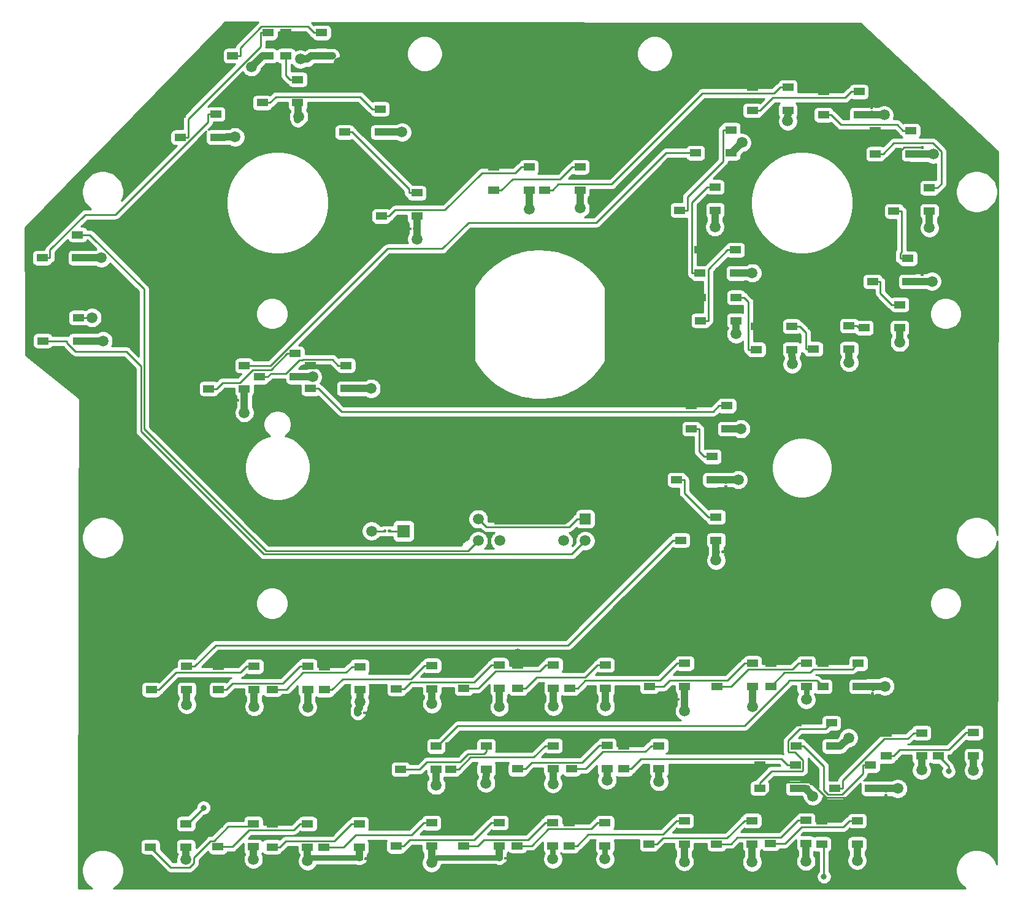
<source format=gbr>
%TF.GenerationSoftware,KiCad,Pcbnew,(5.1.6)-1*%
%TF.CreationDate,2020-11-25T11:15:34+11:00*%
%TF.ProjectId,KY58 Panel PCB V1,4b593538-2050-4616-9e65-6c2050434220,rev?*%
%TF.SameCoordinates,Original*%
%TF.FileFunction,Copper,L1,Top*%
%TF.FilePolarity,Positive*%
%FSLAX46Y46*%
G04 Gerber Fmt 4.6, Leading zero omitted, Abs format (unit mm)*
G04 Created by KiCad (PCBNEW (5.1.6)-1) date 2020-11-25 11:15:34*
%MOMM*%
%LPD*%
G01*
G04 APERTURE LIST*
%TA.AperFunction,SMDPad,CuDef*%
%ADD10R,1.500000X1.000000*%
%TD*%
%TA.AperFunction,ComponentPad*%
%ADD11C,1.800000*%
%TD*%
%TA.AperFunction,ComponentPad*%
%ADD12R,1.800000X1.800000*%
%TD*%
%TA.AperFunction,ComponentPad*%
%ADD13C,1.520000*%
%TD*%
%TA.AperFunction,ComponentPad*%
%ADD14R,1.520000X1.520000*%
%TD*%
%TA.AperFunction,ViaPad*%
%ADD15C,1.500000*%
%TD*%
%TA.AperFunction,ViaPad*%
%ADD16C,0.800000*%
%TD*%
%TA.AperFunction,Conductor*%
%ADD17C,1.000000*%
%TD*%
%TA.AperFunction,Conductor*%
%ADD18C,0.250000*%
%TD*%
%TA.AperFunction,Conductor*%
%ADD19C,1.500000*%
%TD*%
%TA.AperFunction,Conductor*%
%ADD20C,0.400600*%
%TD*%
%TA.AperFunction,Conductor*%
%ADD21C,0.750000*%
%TD*%
%TA.AperFunction,Conductor*%
%ADD22C,0.254000*%
%TD*%
G04 APERTURE END LIST*
%TO.P,C14,2*%
%TO.N,/LEDGND*%
%TA.AperFunction,SMDPad,CuDef*%
G36*
G01*
X110631000Y-85057900D02*
X110631000Y-84857900D01*
G75*
G02*
X110731000Y-84757900I100000J0D01*
G01*
X110991000Y-84757900D01*
G75*
G02*
X111091000Y-84857900I0J-100000D01*
G01*
X111091000Y-85057900D01*
G75*
G02*
X110991000Y-85157900I-100000J0D01*
G01*
X110731000Y-85157900D01*
G75*
G02*
X110631000Y-85057900I0J100000D01*
G01*
G37*
%TD.AperFunction*%
%TO.P,C14,1*%
%TO.N,/LED+5V*%
%TA.AperFunction,SMDPad,CuDef*%
G36*
G01*
X109991000Y-85057900D02*
X109991000Y-84857900D01*
G75*
G02*
X110091000Y-84757900I100000J0D01*
G01*
X110351000Y-84757900D01*
G75*
G02*
X110451000Y-84857900I0J-100000D01*
G01*
X110451000Y-85057900D01*
G75*
G02*
X110351000Y-85157900I-100000J0D01*
G01*
X110091000Y-85157900D01*
G75*
G02*
X109991000Y-85057900I0J100000D01*
G01*
G37*
%TD.AperFunction*%
%TD*%
%TO.P,C15,2*%
%TO.N,/LEDGND*%
%TA.AperFunction,SMDPad,CuDef*%
G36*
G01*
X134453000Y-61387700D02*
X134453000Y-61187700D01*
G75*
G02*
X134553000Y-61087700I100000J0D01*
G01*
X134813000Y-61087700D01*
G75*
G02*
X134913000Y-61187700I0J-100000D01*
G01*
X134913000Y-61387700D01*
G75*
G02*
X134813000Y-61487700I-100000J0D01*
G01*
X134553000Y-61487700D01*
G75*
G02*
X134453000Y-61387700I0J100000D01*
G01*
G37*
%TD.AperFunction*%
%TO.P,C15,1*%
%TO.N,/LED+5V*%
%TA.AperFunction,SMDPad,CuDef*%
G36*
G01*
X133813000Y-61387700D02*
X133813000Y-61187700D01*
G75*
G02*
X133913000Y-61087700I100000J0D01*
G01*
X134173000Y-61087700D01*
G75*
G02*
X134273000Y-61187700I0J-100000D01*
G01*
X134273000Y-61387700D01*
G75*
G02*
X134173000Y-61487700I-100000J0D01*
G01*
X133913000Y-61487700D01*
G75*
G02*
X133813000Y-61387700I0J100000D01*
G01*
G37*
%TD.AperFunction*%
%TD*%
%TO.P,C13,2*%
%TO.N,/LEDGND*%
%TA.AperFunction,SMDPad,CuDef*%
G36*
G01*
X197677000Y-44976900D02*
X197877000Y-44976900D01*
G75*
G02*
X197977000Y-45076900I0J-100000D01*
G01*
X197977000Y-45336900D01*
G75*
G02*
X197877000Y-45436900I-100000J0D01*
G01*
X197677000Y-45436900D01*
G75*
G02*
X197577000Y-45336900I0J100000D01*
G01*
X197577000Y-45076900D01*
G75*
G02*
X197677000Y-44976900I100000J0D01*
G01*
G37*
%TD.AperFunction*%
%TO.P,C13,1*%
%TO.N,/LED+5V*%
%TA.AperFunction,SMDPad,CuDef*%
G36*
G01*
X197677000Y-44336900D02*
X197877000Y-44336900D01*
G75*
G02*
X197977000Y-44436900I0J-100000D01*
G01*
X197977000Y-44696900D01*
G75*
G02*
X197877000Y-44796900I-100000J0D01*
G01*
X197677000Y-44796900D01*
G75*
G02*
X197577000Y-44696900I0J100000D01*
G01*
X197577000Y-44436900D01*
G75*
G02*
X197677000Y-44336900I100000J0D01*
G01*
G37*
%TD.AperFunction*%
%TD*%
%TO.P,C12,2*%
%TO.N,/LEDGND*%
%TA.AperFunction,SMDPad,CuDef*%
G36*
G01*
X204700000Y-50483600D02*
X204900000Y-50483600D01*
G75*
G02*
X205000000Y-50583600I0J-100000D01*
G01*
X205000000Y-50843600D01*
G75*
G02*
X204900000Y-50943600I-100000J0D01*
G01*
X204700000Y-50943600D01*
G75*
G02*
X204600000Y-50843600I0J100000D01*
G01*
X204600000Y-50583600D01*
G75*
G02*
X204700000Y-50483600I100000J0D01*
G01*
G37*
%TD.AperFunction*%
%TO.P,C12,1*%
%TO.N,/LED+5V*%
%TA.AperFunction,SMDPad,CuDef*%
G36*
G01*
X204700000Y-49843600D02*
X204900000Y-49843600D01*
G75*
G02*
X205000000Y-49943600I0J-100000D01*
G01*
X205000000Y-50203600D01*
G75*
G02*
X204900000Y-50303600I-100000J0D01*
G01*
X204700000Y-50303600D01*
G75*
G02*
X204600000Y-50203600I0J100000D01*
G01*
X204600000Y-49943600D01*
G75*
G02*
X204700000Y-49843600I100000J0D01*
G01*
G37*
%TD.AperFunction*%
%TD*%
%TO.P,C11,2*%
%TO.N,/LEDGND*%
%TA.AperFunction,SMDPad,CuDef*%
G36*
G01*
X204652000Y-68035000D02*
X204852000Y-68035000D01*
G75*
G02*
X204952000Y-68135000I0J-100000D01*
G01*
X204952000Y-68395000D01*
G75*
G02*
X204852000Y-68495000I-100000J0D01*
G01*
X204652000Y-68495000D01*
G75*
G02*
X204552000Y-68395000I0J100000D01*
G01*
X204552000Y-68135000D01*
G75*
G02*
X204652000Y-68035000I100000J0D01*
G01*
G37*
%TD.AperFunction*%
%TO.P,C11,1*%
%TO.N,/LED+5V*%
%TA.AperFunction,SMDPad,CuDef*%
G36*
G01*
X204652000Y-67395000D02*
X204852000Y-67395000D01*
G75*
G02*
X204952000Y-67495000I0J-100000D01*
G01*
X204952000Y-67755000D01*
G75*
G02*
X204852000Y-67855000I-100000J0D01*
G01*
X204652000Y-67855000D01*
G75*
G02*
X204552000Y-67755000I0J100000D01*
G01*
X204552000Y-67495000D01*
G75*
G02*
X204652000Y-67395000I100000J0D01*
G01*
G37*
%TD.AperFunction*%
%TD*%
%TO.P,C10,2*%
%TO.N,/LEDGND*%
%TA.AperFunction,SMDPad,CuDef*%
G36*
G01*
X177760000Y-96465500D02*
X177560000Y-96465500D01*
G75*
G02*
X177460000Y-96365500I0J100000D01*
G01*
X177460000Y-96105500D01*
G75*
G02*
X177560000Y-96005500I100000J0D01*
G01*
X177760000Y-96005500D01*
G75*
G02*
X177860000Y-96105500I0J-100000D01*
G01*
X177860000Y-96365500D01*
G75*
G02*
X177760000Y-96465500I-100000J0D01*
G01*
G37*
%TD.AperFunction*%
%TO.P,C10,1*%
%TO.N,/LED+5V*%
%TA.AperFunction,SMDPad,CuDef*%
G36*
G01*
X177760000Y-97105500D02*
X177560000Y-97105500D01*
G75*
G02*
X177460000Y-97005500I0J100000D01*
G01*
X177460000Y-96745500D01*
G75*
G02*
X177560000Y-96645500I100000J0D01*
G01*
X177760000Y-96645500D01*
G75*
G02*
X177860000Y-96745500I0J-100000D01*
G01*
X177860000Y-97005500D01*
G75*
G02*
X177760000Y-97105500I-100000J0D01*
G01*
G37*
%TD.AperFunction*%
%TD*%
%TO.P,C9,1*%
%TO.N,/LED+5V*%
%TA.AperFunction,SMDPad,CuDef*%
G36*
G01*
X177512000Y-105790000D02*
X177512000Y-105990000D01*
G75*
G02*
X177412000Y-106090000I-100000J0D01*
G01*
X177152000Y-106090000D01*
G75*
G02*
X177052000Y-105990000I0J100000D01*
G01*
X177052000Y-105790000D01*
G75*
G02*
X177152000Y-105690000I100000J0D01*
G01*
X177412000Y-105690000D01*
G75*
G02*
X177512000Y-105790000I0J-100000D01*
G01*
G37*
%TD.AperFunction*%
%TO.P,C9,2*%
%TO.N,/LEDGND*%
%TA.AperFunction,SMDPad,CuDef*%
G36*
G01*
X176872000Y-105790000D02*
X176872000Y-105990000D01*
G75*
G02*
X176772000Y-106090000I-100000J0D01*
G01*
X176512000Y-106090000D01*
G75*
G02*
X176412000Y-105990000I0J100000D01*
G01*
X176412000Y-105790000D01*
G75*
G02*
X176512000Y-105690000I100000J0D01*
G01*
X176772000Y-105690000D01*
G75*
G02*
X176872000Y-105790000I0J-100000D01*
G01*
G37*
%TD.AperFunction*%
%TD*%
%TO.P,C8,2*%
%TO.N,/LEDGND*%
%TA.AperFunction,SMDPad,CuDef*%
G36*
G01*
X127382000Y-127992000D02*
X127382000Y-128192000D01*
G75*
G02*
X127282000Y-128292000I-100000J0D01*
G01*
X127022000Y-128292000D01*
G75*
G02*
X126922000Y-128192000I0J100000D01*
G01*
X126922000Y-127992000D01*
G75*
G02*
X127022000Y-127892000I100000J0D01*
G01*
X127282000Y-127892000D01*
G75*
G02*
X127382000Y-127992000I0J-100000D01*
G01*
G37*
%TD.AperFunction*%
%TO.P,C8,1*%
%TO.N,/LED+5V*%
%TA.AperFunction,SMDPad,CuDef*%
G36*
G01*
X128022000Y-127992000D02*
X128022000Y-128192000D01*
G75*
G02*
X127922000Y-128292000I-100000J0D01*
G01*
X127662000Y-128292000D01*
G75*
G02*
X127562000Y-128192000I0J100000D01*
G01*
X127562000Y-127992000D01*
G75*
G02*
X127662000Y-127892000I100000J0D01*
G01*
X127922000Y-127892000D01*
G75*
G02*
X128022000Y-127992000I0J-100000D01*
G01*
G37*
%TD.AperFunction*%
%TD*%
%TO.P,C7,2*%
%TO.N,/LEDGND*%
%TA.AperFunction,SMDPad,CuDef*%
G36*
G01*
X171454000Y-126338000D02*
X171454000Y-126138000D01*
G75*
G02*
X171554000Y-126038000I100000J0D01*
G01*
X171814000Y-126038000D01*
G75*
G02*
X171914000Y-126138000I0J-100000D01*
G01*
X171914000Y-126338000D01*
G75*
G02*
X171814000Y-126438000I-100000J0D01*
G01*
X171554000Y-126438000D01*
G75*
G02*
X171454000Y-126338000I0J100000D01*
G01*
G37*
%TD.AperFunction*%
%TO.P,C7,1*%
%TO.N,/LED+5V*%
%TA.AperFunction,SMDPad,CuDef*%
G36*
G01*
X170814000Y-126338000D02*
X170814000Y-126138000D01*
G75*
G02*
X170914000Y-126038000I100000J0D01*
G01*
X171174000Y-126038000D01*
G75*
G02*
X171274000Y-126138000I0J-100000D01*
G01*
X171274000Y-126338000D01*
G75*
G02*
X171174000Y-126438000I-100000J0D01*
G01*
X170914000Y-126438000D01*
G75*
G02*
X170814000Y-126338000I0J100000D01*
G01*
G37*
%TD.AperFunction*%
%TD*%
%TO.P,C6,2*%
%TO.N,/LEDGND*%
%TA.AperFunction,SMDPad,CuDef*%
G36*
G01*
X189113650Y-138095929D02*
X189255072Y-138237350D01*
G75*
G02*
X189255072Y-138378772I-70711J-70711D01*
G01*
X189071224Y-138562620D01*
G75*
G02*
X188929802Y-138562620I-70711J70711D01*
G01*
X188788380Y-138421198D01*
G75*
G02*
X188788380Y-138279776I70711J70711D01*
G01*
X188972228Y-138095928D01*
G75*
G02*
X189113650Y-138095928I70711J-70711D01*
G01*
G37*
%TD.AperFunction*%
%TO.P,C6,1*%
%TO.N,/LED+5V*%
%TA.AperFunction,SMDPad,CuDef*%
G36*
G01*
X189566198Y-137643381D02*
X189707620Y-137784802D01*
G75*
G02*
X189707620Y-137926224I-70711J-70711D01*
G01*
X189523772Y-138110072D01*
G75*
G02*
X189382350Y-138110072I-70711J70711D01*
G01*
X189240928Y-137968650D01*
G75*
G02*
X189240928Y-137827228I70711J70711D01*
G01*
X189424776Y-137643380D01*
G75*
G02*
X189566198Y-137643380I70711J-70711D01*
G01*
G37*
%TD.AperFunction*%
%TD*%
%TO.P,C5,2*%
%TO.N,/LEDGND*%
%TA.AperFunction,SMDPad,CuDef*%
G36*
G01*
X198017000Y-125071000D02*
X197817000Y-125071000D01*
G75*
G02*
X197717000Y-124971000I0J100000D01*
G01*
X197717000Y-124711000D01*
G75*
G02*
X197817000Y-124611000I100000J0D01*
G01*
X198017000Y-124611000D01*
G75*
G02*
X198117000Y-124711000I0J-100000D01*
G01*
X198117000Y-124971000D01*
G75*
G02*
X198017000Y-125071000I-100000J0D01*
G01*
G37*
%TD.AperFunction*%
%TO.P,C5,1*%
%TO.N,/LED+5V*%
%TA.AperFunction,SMDPad,CuDef*%
G36*
G01*
X198017000Y-125711000D02*
X197817000Y-125711000D01*
G75*
G02*
X197717000Y-125611000I0J100000D01*
G01*
X197717000Y-125351000D01*
G75*
G02*
X197817000Y-125251000I100000J0D01*
G01*
X198017000Y-125251000D01*
G75*
G02*
X198117000Y-125351000I0J-100000D01*
G01*
X198117000Y-125611000D01*
G75*
G02*
X198017000Y-125711000I-100000J0D01*
G01*
G37*
%TD.AperFunction*%
%TD*%
%TO.P,C4,2*%
%TO.N,/LEDGND*%
%TA.AperFunction,SMDPad,CuDef*%
G36*
G01*
X199856000Y-139102000D02*
X199656000Y-139102000D01*
G75*
G02*
X199556000Y-139002000I0J100000D01*
G01*
X199556000Y-138742000D01*
G75*
G02*
X199656000Y-138642000I100000J0D01*
G01*
X199856000Y-138642000D01*
G75*
G02*
X199956000Y-138742000I0J-100000D01*
G01*
X199956000Y-139002000D01*
G75*
G02*
X199856000Y-139102000I-100000J0D01*
G01*
G37*
%TD.AperFunction*%
%TO.P,C4,1*%
%TO.N,/LED+5V*%
%TA.AperFunction,SMDPad,CuDef*%
G36*
G01*
X199856000Y-139742000D02*
X199656000Y-139742000D01*
G75*
G02*
X199556000Y-139642000I0J100000D01*
G01*
X199556000Y-139382000D01*
G75*
G02*
X199656000Y-139282000I100000J0D01*
G01*
X199856000Y-139282000D01*
G75*
G02*
X199956000Y-139382000I0J-100000D01*
G01*
X199956000Y-139642000D01*
G75*
G02*
X199856000Y-139742000I-100000J0D01*
G01*
G37*
%TD.AperFunction*%
%TD*%
%TO.P,C3,2*%
%TO.N,/LEDGND*%
%TA.AperFunction,SMDPad,CuDef*%
G36*
G01*
X146869000Y-148063000D02*
X146869000Y-148263000D01*
G75*
G02*
X146769000Y-148363000I-100000J0D01*
G01*
X146509000Y-148363000D01*
G75*
G02*
X146409000Y-148263000I0J100000D01*
G01*
X146409000Y-148063000D01*
G75*
G02*
X146509000Y-147963000I100000J0D01*
G01*
X146769000Y-147963000D01*
G75*
G02*
X146869000Y-148063000I0J-100000D01*
G01*
G37*
%TD.AperFunction*%
%TO.P,C3,1*%
%TO.N,/LED+5V*%
%TA.AperFunction,SMDPad,CuDef*%
G36*
G01*
X147509000Y-148063000D02*
X147509000Y-148263000D01*
G75*
G02*
X147409000Y-148363000I-100000J0D01*
G01*
X147149000Y-148363000D01*
G75*
G02*
X147049000Y-148263000I0J100000D01*
G01*
X147049000Y-148063000D01*
G75*
G02*
X147149000Y-147963000I100000J0D01*
G01*
X147409000Y-147963000D01*
G75*
G02*
X147509000Y-148063000I0J-100000D01*
G01*
G37*
%TD.AperFunction*%
%TD*%
%TO.P,C2,2*%
%TO.N,/LEDGND*%
%TA.AperFunction,SMDPad,CuDef*%
G36*
G01*
X127550000Y-148124000D02*
X127550000Y-148324000D01*
G75*
G02*
X127450000Y-148424000I-100000J0D01*
G01*
X127190000Y-148424000D01*
G75*
G02*
X127090000Y-148324000I0J100000D01*
G01*
X127090000Y-148124000D01*
G75*
G02*
X127190000Y-148024000I100000J0D01*
G01*
X127450000Y-148024000D01*
G75*
G02*
X127550000Y-148124000I0J-100000D01*
G01*
G37*
%TD.AperFunction*%
%TO.P,C2,1*%
%TO.N,/LED+5V*%
%TA.AperFunction,SMDPad,CuDef*%
G36*
G01*
X128190000Y-148124000D02*
X128190000Y-148324000D01*
G75*
G02*
X128090000Y-148424000I-100000J0D01*
G01*
X127830000Y-148424000D01*
G75*
G02*
X127730000Y-148324000I0J100000D01*
G01*
X127730000Y-148124000D01*
G75*
G02*
X127830000Y-148024000I100000J0D01*
G01*
X128090000Y-148024000D01*
G75*
G02*
X128190000Y-148124000I0J-100000D01*
G01*
G37*
%TD.AperFunction*%
%TD*%
D10*
%TO.P,D63,1*%
%TO.N,/LED+5V*%
X83362800Y-73558400D03*
%TO.P,D63,2*%
%TO.N,/DATAOUT*%
X83362800Y-76758400D03*
%TO.P,D63,4*%
%TO.N,Net-(D62-Pad2)*%
X88262800Y-73558400D03*
%TO.P,D63,3*%
%TO.N,/LEDGND*%
X88262800Y-76758400D03*
%TD*%
D11*
%TO.P,D1,2*%
%TO.N,/LED+5V*%
X135687000Y-102997000D03*
D12*
%TO.P,D1,1*%
%TO.N,Net-(D1-Pad1)*%
X133147000Y-102997000D03*
%TD*%
%TO.P,R1,2*%
%TO.N,/LEDGND*%
%TA.AperFunction,SMDPad,CuDef*%
G36*
G01*
X130822000Y-102897000D02*
X130822000Y-103097000D01*
G75*
G02*
X130722000Y-103197000I-100000J0D01*
G01*
X130462000Y-103197000D01*
G75*
G02*
X130362000Y-103097000I0J100000D01*
G01*
X130362000Y-102897000D01*
G75*
G02*
X130462000Y-102797000I100000J0D01*
G01*
X130722000Y-102797000D01*
G75*
G02*
X130822000Y-102897000I0J-100000D01*
G01*
G37*
%TD.AperFunction*%
%TO.P,R1,1*%
%TO.N,Net-(D1-Pad1)*%
%TA.AperFunction,SMDPad,CuDef*%
G36*
G01*
X131462000Y-102897000D02*
X131462000Y-103097000D01*
G75*
G02*
X131362000Y-103197000I-100000J0D01*
G01*
X131102000Y-103197000D01*
G75*
G02*
X131002000Y-103097000I0J100000D01*
G01*
X131002000Y-102897000D01*
G75*
G02*
X131102000Y-102797000I100000J0D01*
G01*
X131362000Y-102797000D01*
G75*
G02*
X131462000Y-102897000I0J-100000D01*
G01*
G37*
%TD.AperFunction*%
%TD*%
D13*
%TO.P,J2,4*%
%TO.N,/LEDGND*%
X155242001Y-104342999D03*
%TO.P,J2,3*%
%TO.N,/DATAOUT*%
X158242000Y-104342999D03*
%TO.P,J2,2*%
%TO.N,/LED+5V*%
X155242001Y-101343000D03*
D14*
%TO.P,J2,1*%
%TO.N,/DATALOOP*%
X158242000Y-101343000D03*
%TD*%
D13*
%TO.P,J1,4*%
%TO.N,/DATAIN*%
X143482001Y-104342999D03*
%TO.P,J1,3*%
%TO.N,/LEDGND*%
X146482000Y-104342999D03*
%TO.P,J1,2*%
%TO.N,/DATALOOP*%
X143482001Y-101343000D03*
D14*
%TO.P,J1,1*%
%TO.N,/LED+5V*%
X146482000Y-101343000D03*
%TD*%
D10*
%TO.P,D62,1*%
%TO.N,/LED+5V*%
X190895000Y-143002000D03*
%TO.P,D62,2*%
%TO.N,Net-(D62-Pad2)*%
X190895000Y-146202000D03*
%TO.P,D62,4*%
%TO.N,Net-(D61-Pad2)*%
X195795000Y-143002000D03*
%TO.P,D62,3*%
%TO.N,/LEDGND*%
X195795000Y-146202000D03*
%TD*%
%TO.P,D61,1*%
%TO.N,/LED+5V*%
X183820000Y-142926000D03*
%TO.P,D61,2*%
%TO.N,Net-(D61-Pad2)*%
X183820000Y-146126000D03*
%TO.P,D61,4*%
%TO.N,Net-(D60-Pad2)*%
X188720000Y-142926000D03*
%TO.P,D61,3*%
%TO.N,/LEDGND*%
X188720000Y-146126000D03*
%TD*%
%TO.P,D60,1*%
%TO.N,/LED+5V*%
X176378000Y-142977000D03*
%TO.P,D60,2*%
%TO.N,Net-(D60-Pad2)*%
X176378000Y-146177000D03*
%TO.P,D60,4*%
%TO.N,Net-(D59-Pad2)*%
X181278000Y-142977000D03*
%TO.P,D60,3*%
%TO.N,/LEDGND*%
X181278000Y-146177000D03*
%TD*%
%TO.P,D59,1*%
%TO.N,/LED+5V*%
X167030000Y-143002000D03*
%TO.P,D59,2*%
%TO.N,Net-(D59-Pad2)*%
X167030000Y-146202000D03*
%TO.P,D59,4*%
%TO.N,Net-(D58-Pad2)*%
X171930000Y-143002000D03*
%TO.P,D59,3*%
%TO.N,/LEDGND*%
X171930000Y-146202000D03*
%TD*%
%TO.P,D58,1*%
%TO.N,/LED+5V*%
X156060000Y-143256000D03*
%TO.P,D58,2*%
%TO.N,Net-(D58-Pad2)*%
X156060000Y-146456000D03*
%TO.P,D58,4*%
%TO.N,Net-(D57-Pad2)*%
X160960000Y-143256000D03*
%TO.P,D58,3*%
%TO.N,/LEDGND*%
X160960000Y-146456000D03*
%TD*%
%TO.P,D57,1*%
%TO.N,/LED+5V*%
X148872000Y-143231000D03*
%TO.P,D57,2*%
%TO.N,Net-(D57-Pad2)*%
X148872000Y-146431000D03*
%TO.P,D57,4*%
%TO.N,Net-(D56-Pad2)*%
X153772000Y-143231000D03*
%TO.P,D57,3*%
%TO.N,/LEDGND*%
X153772000Y-146431000D03*
%TD*%
%TO.P,D56,1*%
%TO.N,/LED+5V*%
X141453000Y-143256000D03*
%TO.P,D56,2*%
%TO.N,Net-(D56-Pad2)*%
X141453000Y-146456000D03*
%TO.P,D56,4*%
%TO.N,Net-(D55-Pad2)*%
X146353000Y-143256000D03*
%TO.P,D56,3*%
%TO.N,/LEDGND*%
X146353000Y-146456000D03*
%TD*%
%TO.P,D55,1*%
%TO.N,/LED+5V*%
X132131000Y-143281000D03*
%TO.P,D55,2*%
%TO.N,Net-(D55-Pad2)*%
X132131000Y-146481000D03*
%TO.P,D55,4*%
%TO.N,Net-(D54-Pad2)*%
X137031000Y-143281000D03*
%TO.P,D55,3*%
%TO.N,/LEDGND*%
X137031000Y-146481000D03*
%TD*%
%TO.P,D54,1*%
%TO.N,/LED+5V*%
X122149000Y-143434000D03*
%TO.P,D54,2*%
%TO.N,Net-(D54-Pad2)*%
X122149000Y-146634000D03*
%TO.P,D54,4*%
%TO.N,Net-(D53-Pad2)*%
X127049000Y-143434000D03*
%TO.P,D54,3*%
%TO.N,/LEDGND*%
X127049000Y-146634000D03*
%TD*%
%TO.P,D53,1*%
%TO.N,/LED+5V*%
X115011000Y-143408000D03*
%TO.P,D53,2*%
%TO.N,Net-(D53-Pad2)*%
X115011000Y-146608000D03*
%TO.P,D53,4*%
%TO.N,Net-(D52-Pad2)*%
X119911000Y-143408000D03*
%TO.P,D53,3*%
%TO.N,/LEDGND*%
X119911000Y-146608000D03*
%TD*%
%TO.P,D52,1*%
%TO.N,/LED+5V*%
X107544000Y-143383000D03*
%TO.P,D52,2*%
%TO.N,Net-(D52-Pad2)*%
X107544000Y-146583000D03*
%TO.P,D52,4*%
%TO.N,Net-(D51-Pad2)*%
X112444000Y-143383000D03*
%TO.P,D52,3*%
%TO.N,/LEDGND*%
X112444000Y-146583000D03*
%TD*%
%TO.P,D51,1*%
%TO.N,/LED+5V*%
X98224000Y-143409000D03*
%TO.P,D51,2*%
%TO.N,Net-(D51-Pad2)*%
X98224000Y-146609000D03*
%TO.P,D51,4*%
%TO.N,Net-(D50-Pad2)*%
X103124000Y-143409000D03*
%TO.P,D51,3*%
%TO.N,/LEDGND*%
X103124000Y-146609000D03*
%TD*%
%TO.P,D50,1*%
%TO.N,/LED+5V*%
X206959000Y-130835000D03*
%TO.P,D50,2*%
%TO.N,Net-(D50-Pad2)*%
X206959000Y-134035000D03*
%TO.P,D50,4*%
%TO.N,/DATAOUT2*%
X211859000Y-130835000D03*
%TO.P,D50,3*%
%TO.N,/LEDGND*%
X211859000Y-134035000D03*
%TD*%
%TO.P,D49,1*%
%TO.N,/LED+5V*%
X199773000Y-130861000D03*
%TO.P,D49,2*%
%TO.N,/DATAOUT2*%
X199773000Y-134061000D03*
%TO.P,D49,4*%
%TO.N,Net-(D48-Pad2)*%
X204673000Y-130861000D03*
%TO.P,D49,3*%
%TO.N,/LEDGND*%
X204673000Y-134061000D03*
%TD*%
%TO.P,D48,1*%
%TO.N,/LED+5V*%
X192724000Y-135331000D03*
%TO.P,D48,2*%
%TO.N,Net-(D48-Pad2)*%
X192724000Y-138531000D03*
%TO.P,D48,4*%
%TO.N,Net-(D47-Pad2)*%
X197624000Y-135331000D03*
%TO.P,D48,3*%
%TO.N,/LEDGND*%
X197624000Y-138531000D03*
%TD*%
%TO.P,D47,1*%
%TO.N,/LED+5V*%
X187339000Y-129489000D03*
%TO.P,D47,2*%
%TO.N,Net-(D47-Pad2)*%
X187339000Y-132689000D03*
%TO.P,D47,4*%
%TO.N,Net-(D46-Pad2)*%
X192239000Y-129489000D03*
%TO.P,D47,3*%
%TO.N,/LEDGND*%
X192239000Y-132689000D03*
%TD*%
%TO.P,D46,1*%
%TO.N,/LED+5V*%
X182335000Y-135306000D03*
%TO.P,D46,2*%
%TO.N,Net-(D46-Pad2)*%
X182335000Y-138506000D03*
%TO.P,D46,4*%
%TO.N,Net-(D45-Pad2)*%
X187235000Y-135306000D03*
%TO.P,D46,3*%
%TO.N,/LEDGND*%
X187235000Y-138506000D03*
%TD*%
%TO.P,D45,1*%
%TO.N,/LED+5V*%
X163525000Y-132639000D03*
%TO.P,D45,2*%
%TO.N,Net-(D45-Pad2)*%
X163525000Y-135839000D03*
%TO.P,D45,4*%
%TO.N,Net-(D44-Pad2)*%
X168425000Y-132639000D03*
%TO.P,D45,3*%
%TO.N,/LEDGND*%
X168425000Y-135839000D03*
%TD*%
%TO.P,D44,1*%
%TO.N,/LED+5V*%
X156351000Y-132614000D03*
%TO.P,D44,2*%
%TO.N,Net-(D44-Pad2)*%
X156351000Y-135814000D03*
%TO.P,D44,4*%
%TO.N,Net-(D43-Pad2)*%
X161251000Y-132614000D03*
%TO.P,D44,3*%
%TO.N,/LEDGND*%
X161251000Y-135814000D03*
%TD*%
%TO.P,D43,1*%
%TO.N,/LED+5V*%
X148909000Y-132639000D03*
%TO.P,D43,2*%
%TO.N,Net-(D43-Pad2)*%
X148909000Y-135839000D03*
%TO.P,D43,4*%
%TO.N,Net-(D42-Pad2)*%
X153809000Y-132639000D03*
%TO.P,D43,3*%
%TO.N,/LEDGND*%
X153809000Y-135839000D03*
%TD*%
%TO.P,D42,1*%
%TO.N,/LED+5V*%
X139688000Y-132690000D03*
%TO.P,D42,2*%
%TO.N,Net-(D42-Pad2)*%
X139688000Y-135890000D03*
%TO.P,D42,4*%
%TO.N,Net-(D41-Pad2)*%
X144588000Y-132690000D03*
%TO.P,D42,3*%
%TO.N,/LEDGND*%
X144588000Y-135890000D03*
%TD*%
%TO.P,D41,1*%
%TO.N,/LED+5V*%
X132766000Y-132690000D03*
%TO.P,D41,2*%
%TO.N,Net-(D41-Pad2)*%
X132766000Y-135890000D03*
%TO.P,D41,4*%
%TO.N,Net-(D40-Pad2)*%
X137666000Y-132690000D03*
%TO.P,D41,3*%
%TO.N,/LEDGND*%
X137666000Y-135890000D03*
%TD*%
%TO.P,D40,1*%
%TO.N,/LED+5V*%
X191047000Y-121260000D03*
%TO.P,D40,2*%
%TO.N,Net-(D40-Pad2)*%
X191047000Y-124460000D03*
%TO.P,D40,4*%
%TO.N,Net-(D39-Pad2)*%
X195947000Y-121260000D03*
%TO.P,D40,3*%
%TO.N,/LEDGND*%
X195947000Y-124460000D03*
%TD*%
%TO.P,D39,1*%
%TO.N,/LED+5V*%
X183859000Y-121260000D03*
%TO.P,D39,2*%
%TO.N,Net-(D39-Pad2)*%
X183859000Y-124460000D03*
%TO.P,D39,4*%
%TO.N,Net-(D38-Pad2)*%
X188759000Y-121260000D03*
%TO.P,D39,3*%
%TO.N,/LEDGND*%
X188759000Y-124460000D03*
%TD*%
%TO.P,D38,1*%
%TO.N,/LED+5V*%
X176442000Y-121234000D03*
%TO.P,D38,2*%
%TO.N,Net-(D38-Pad2)*%
X176442000Y-124434000D03*
%TO.P,D38,4*%
%TO.N,Net-(D37-Pad2)*%
X181342000Y-121234000D03*
%TO.P,D38,3*%
%TO.N,/LEDGND*%
X181342000Y-124434000D03*
%TD*%
%TO.P,D37,1*%
%TO.N,/LED+5V*%
X167081000Y-121260000D03*
%TO.P,D37,2*%
%TO.N,Net-(D37-Pad2)*%
X167081000Y-124460000D03*
%TO.P,D37,4*%
%TO.N,Net-(D36-Pad2)*%
X171981000Y-121260000D03*
%TO.P,D37,3*%
%TO.N,/LEDGND*%
X171981000Y-124460000D03*
%TD*%
%TO.P,D36,1*%
%TO.N,/LED+5V*%
X156134000Y-121488000D03*
%TO.P,D36,2*%
%TO.N,Net-(D36-Pad2)*%
X156134000Y-124688000D03*
%TO.P,D36,4*%
%TO.N,Net-(D35-Pad2)*%
X161034000Y-121488000D03*
%TO.P,D36,3*%
%TO.N,/LEDGND*%
X161034000Y-124688000D03*
%TD*%
%TO.P,D35,1*%
%TO.N,/LED+5V*%
X148959000Y-121488000D03*
%TO.P,D35,2*%
%TO.N,Net-(D35-Pad2)*%
X148959000Y-124688000D03*
%TO.P,D35,4*%
%TO.N,Net-(D34-Pad2)*%
X153859000Y-121488000D03*
%TO.P,D35,3*%
%TO.N,/LEDGND*%
X153859000Y-124688000D03*
%TD*%
%TO.P,D34,1*%
%TO.N,/LED+5V*%
X141492000Y-121488000D03*
%TO.P,D34,2*%
%TO.N,Net-(D34-Pad2)*%
X141492000Y-124688000D03*
%TO.P,D34,4*%
%TO.N,Net-(D33-Pad2)*%
X146392000Y-121488000D03*
%TO.P,D34,3*%
%TO.N,/LEDGND*%
X146392000Y-124688000D03*
%TD*%
%TO.P,D33,1*%
%TO.N,/LED+5V*%
X132184000Y-121564000D03*
%TO.P,D33,2*%
%TO.N,Net-(D33-Pad2)*%
X132184000Y-124764000D03*
%TO.P,D33,4*%
%TO.N,Net-(D32-Pad2)*%
X137084000Y-121564000D03*
%TO.P,D33,3*%
%TO.N,/LEDGND*%
X137084000Y-124764000D03*
%TD*%
%TO.P,D32,1*%
%TO.N,/LED+5V*%
X122227000Y-121717000D03*
%TO.P,D32,2*%
%TO.N,Net-(D32-Pad2)*%
X122227000Y-124917000D03*
%TO.P,D32,4*%
%TO.N,Net-(D31-Pad2)*%
X127127000Y-121717000D03*
%TO.P,D32,3*%
%TO.N,/LEDGND*%
X127127000Y-124917000D03*
%TD*%
%TO.P,D31,1*%
%TO.N,/LED+5V*%
X115039000Y-121641000D03*
%TO.P,D31,2*%
%TO.N,Net-(D31-Pad2)*%
X115039000Y-124841000D03*
%TO.P,D31,4*%
%TO.N,Net-(D30-Pad2)*%
X119939000Y-121641000D03*
%TO.P,D31,3*%
%TO.N,/LEDGND*%
X119939000Y-124841000D03*
%TD*%
%TO.P,D30,1*%
%TO.N,/LED+5V*%
X107634000Y-121692000D03*
%TO.P,D30,2*%
%TO.N,Net-(D30-Pad2)*%
X107634000Y-124892000D03*
%TO.P,D30,4*%
%TO.N,Net-(D29-Pad2)*%
X112534000Y-121692000D03*
%TO.P,D30,3*%
%TO.N,/LEDGND*%
X112534000Y-124892000D03*
%TD*%
%TO.P,D29,1*%
%TO.N,/LED+5V*%
X98337000Y-121692000D03*
%TO.P,D29,2*%
%TO.N,Net-(D29-Pad2)*%
X98337000Y-124892000D03*
%TO.P,D29,4*%
%TO.N,Net-(D28-Pad2)*%
X103237000Y-121692000D03*
%TO.P,D29,3*%
%TO.N,/LEDGND*%
X103237000Y-124892000D03*
%TD*%
%TO.P,D28,1*%
%TO.N,/LED+5V*%
X171401000Y-101067000D03*
%TO.P,D28,2*%
%TO.N,Net-(D28-Pad2)*%
X171401000Y-104267000D03*
%TO.P,D28,4*%
%TO.N,Net-(D27-Pad2)*%
X176301000Y-101067000D03*
%TO.P,D28,3*%
%TO.N,/LEDGND*%
X176301000Y-104267000D03*
%TD*%
%TO.P,D27,1*%
%TO.N,/LED+5V*%
X170843000Y-92735400D03*
%TO.P,D27,2*%
%TO.N,Net-(D27-Pad2)*%
X170843000Y-95935400D03*
%TO.P,D27,4*%
%TO.N,Net-(D26-Pad2)*%
X175743000Y-92735400D03*
%TO.P,D27,3*%
%TO.N,/LEDGND*%
X175743000Y-95935400D03*
%TD*%
%TO.P,D26,1*%
%TO.N,/LED+5V*%
X172900000Y-85699600D03*
%TO.P,D26,2*%
%TO.N,Net-(D26-Pad2)*%
X172900000Y-88899600D03*
%TO.P,D26,4*%
%TO.N,/DATAOUT1*%
X177800000Y-85699600D03*
%TO.P,D26,3*%
%TO.N,/LEDGND*%
X177800000Y-88899600D03*
%TD*%
%TO.P,D25,1*%
%TO.N,/LED+5V*%
X120322000Y-80137000D03*
%TO.P,D25,2*%
%TO.N,/DATAOUT1*%
X120322000Y-83337000D03*
%TO.P,D25,4*%
%TO.N,Net-(D24-Pad2)*%
X125222000Y-80137000D03*
%TO.P,D25,3*%
%TO.N,/LEDGND*%
X125222000Y-83337000D03*
%TD*%
%TO.P,D24,1*%
%TO.N,/LED+5V*%
X113298000Y-78511600D03*
%TO.P,D24,2*%
%TO.N,Net-(D24-Pad2)*%
X113298000Y-81711600D03*
%TO.P,D24,4*%
%TO.N,Net-(D23-Pad2)*%
X118198000Y-78511600D03*
%TO.P,D24,3*%
%TO.N,/LEDGND*%
X118198000Y-81711600D03*
%TD*%
%TO.P,D23,1*%
%TO.N,/LED+5V*%
X106274000Y-80162400D03*
%TO.P,D23,2*%
%TO.N,Net-(D23-Pad2)*%
X106274000Y-83362400D03*
%TO.P,D23,4*%
%TO.N,Net-(D22-Pad2)*%
X111174000Y-80162400D03*
%TO.P,D23,3*%
%TO.N,/LEDGND*%
X111174000Y-83362400D03*
%TD*%
%TO.P,D22,1*%
%TO.N,/LED+5V*%
X173459000Y-47625000D03*
%TO.P,D22,2*%
%TO.N,Net-(D22-Pad2)*%
X173459000Y-50825000D03*
%TO.P,D22,4*%
%TO.N,Net-(D21-Pad2)*%
X178359000Y-47625000D03*
%TO.P,D22,3*%
%TO.N,/LEDGND*%
X178359000Y-50825000D03*
%TD*%
%TO.P,D21,1*%
%TO.N,/LED+5V*%
X171274000Y-55524400D03*
%TO.P,D21,2*%
%TO.N,Net-(D21-Pad2)*%
X171274000Y-58724400D03*
%TO.P,D21,4*%
%TO.N,Net-(D20-Pad2)*%
X176174000Y-55524400D03*
%TO.P,D21,3*%
%TO.N,/LEDGND*%
X176174000Y-58724400D03*
%TD*%
%TO.P,D20,1*%
%TO.N,/LED+5V*%
X174080000Y-64211400D03*
%TO.P,D20,2*%
%TO.N,Net-(D20-Pad2)*%
X174080000Y-67411400D03*
%TO.P,D20,4*%
%TO.N,Net-(D19-Pad2)*%
X178980000Y-64211400D03*
%TO.P,D20,3*%
%TO.N,/LEDGND*%
X178980000Y-67411400D03*
%TD*%
%TO.P,D19,1*%
%TO.N,/LED+5V*%
X174170000Y-70764400D03*
%TO.P,D19,2*%
%TO.N,Net-(D19-Pad2)*%
X174170000Y-73964400D03*
%TO.P,D19,4*%
%TO.N,Net-(D18-Pad2)*%
X179070000Y-70764400D03*
%TO.P,D19,3*%
%TO.N,/LEDGND*%
X179070000Y-73964400D03*
%TD*%
%TO.P,D18,1*%
%TO.N,/LED+5V*%
X181864000Y-74752200D03*
%TO.P,D18,2*%
%TO.N,Net-(D18-Pad2)*%
X181864000Y-77952200D03*
%TO.P,D18,4*%
%TO.N,Net-(D17-Pad2)*%
X186764000Y-74752200D03*
%TO.P,D18,3*%
%TO.N,/LEDGND*%
X186764000Y-77952200D03*
%TD*%
%TO.P,D17,1*%
%TO.N,/LED+5V*%
X189766000Y-74676000D03*
%TO.P,D17,2*%
%TO.N,Net-(D17-Pad2)*%
X189766000Y-77876000D03*
%TO.P,D17,4*%
%TO.N,Net-(D16-Pad2)*%
X194666000Y-74676000D03*
%TO.P,D17,3*%
%TO.N,/LEDGND*%
X194666000Y-77876000D03*
%TD*%
%TO.P,D16,1*%
%TO.N,/LED+5V*%
X196751000Y-71755400D03*
%TO.P,D16,2*%
%TO.N,Net-(D16-Pad2)*%
X196751000Y-74955400D03*
%TO.P,D16,4*%
%TO.N,Net-(D15-Pad2)*%
X201651000Y-71755400D03*
%TO.P,D16,3*%
%TO.N,/LEDGND*%
X201651000Y-74955400D03*
%TD*%
%TO.P,D15,1*%
%TO.N,/LED+5V*%
X197905000Y-65379800D03*
%TO.P,D15,2*%
%TO.N,Net-(D15-Pad2)*%
X197905000Y-68579800D03*
%TO.P,D15,4*%
%TO.N,Net-(D14-Pad2)*%
X202805000Y-65379800D03*
%TO.P,D15,3*%
%TO.N,/LEDGND*%
X202805000Y-68579800D03*
%TD*%
%TO.P,D14,1*%
%TO.N,/LED+5V*%
X200852000Y-55651600D03*
%TO.P,D14,2*%
%TO.N,Net-(D14-Pad2)*%
X200852000Y-58851600D03*
%TO.P,D14,4*%
%TO.N,Net-(D13-Pad2)*%
X205752000Y-55651600D03*
%TO.P,D14,3*%
%TO.N,/LEDGND*%
X205752000Y-58851600D03*
%TD*%
%TO.P,D13,1*%
%TO.N,/LED+5V*%
X198300000Y-47752000D03*
%TO.P,D13,2*%
%TO.N,Net-(D13-Pad2)*%
X198300000Y-50952000D03*
%TO.P,D13,4*%
%TO.N,Net-(D12-Pad2)*%
X203200000Y-47752000D03*
%TO.P,D13,3*%
%TO.N,/LEDGND*%
X203200000Y-50952000D03*
%TD*%
%TO.P,D12,1*%
%TO.N,/LED+5V*%
X191137000Y-42367200D03*
%TO.P,D12,2*%
%TO.N,Net-(D12-Pad2)*%
X191137000Y-45567200D03*
%TO.P,D12,4*%
%TO.N,Net-(D11-Pad2)*%
X196037000Y-42367200D03*
%TO.P,D12,3*%
%TO.N,/LEDGND*%
X196037000Y-45567200D03*
%TD*%
%TO.P,D11,1*%
%TO.N,/LED+5V*%
X181319000Y-41757800D03*
%TO.P,D11,2*%
%TO.N,Net-(D11-Pad2)*%
X181319000Y-44957800D03*
%TO.P,D11,4*%
%TO.N,Net-(D10-Pad2)*%
X186219000Y-41757800D03*
%TO.P,D11,3*%
%TO.N,/LEDGND*%
X186219000Y-44957800D03*
%TD*%
%TO.P,D10,1*%
%TO.N,/LED+5V*%
X152642000Y-52756000D03*
%TO.P,D10,2*%
%TO.N,Net-(D10-Pad2)*%
X152642000Y-55956000D03*
%TO.P,D10,4*%
%TO.N,Net-(D10-Pad4)*%
X157542000Y-52756000D03*
%TO.P,D10,3*%
%TO.N,/LEDGND*%
X157542000Y-55956000D03*
%TD*%
%TO.P,D9,1*%
%TO.N,/LED+5V*%
X145595000Y-52781400D03*
%TO.P,D9,2*%
%TO.N,Net-(D10-Pad4)*%
X145595000Y-55981400D03*
%TO.P,D9,4*%
%TO.N,Net-(D8-Pad2)*%
X150495000Y-52781400D03*
%TO.P,D9,3*%
%TO.N,/LEDGND*%
X150495000Y-55981400D03*
%TD*%
%TO.P,D8,1*%
%TO.N,/LED+5V*%
X130101000Y-56337200D03*
%TO.P,D8,2*%
%TO.N,Net-(D8-Pad2)*%
X130101000Y-59537200D03*
%TO.P,D8,4*%
%TO.N,Net-(D7-Pad2)*%
X135001000Y-56337200D03*
%TO.P,D8,3*%
%TO.N,/LEDGND*%
X135001000Y-59537200D03*
%TD*%
%TO.P,D7,1*%
%TO.N,/LED+5V*%
X125021000Y-44754800D03*
%TO.P,D7,2*%
%TO.N,Net-(D7-Pad2)*%
X125021000Y-47954800D03*
%TO.P,D7,4*%
%TO.N,Net-(D6-Pad2)*%
X129921000Y-44754800D03*
%TO.P,D7,3*%
%TO.N,/LEDGND*%
X129921000Y-47954800D03*
%TD*%
%TO.P,D6,1*%
%TO.N,/LED+5V*%
X113665000Y-40690800D03*
%TO.P,D6,2*%
%TO.N,Net-(D6-Pad2)*%
X113665000Y-43890800D03*
%TO.P,D6,4*%
%TO.N,Net-(D5-Pad2)*%
X118565000Y-40690800D03*
%TO.P,D6,3*%
%TO.N,/LEDGND*%
X118565000Y-43890800D03*
%TD*%
%TO.P,D5,1*%
%TO.N,/LED+5V*%
X116942000Y-34213800D03*
%TO.P,D5,2*%
%TO.N,Net-(D5-Pad2)*%
X116942000Y-37413800D03*
%TO.P,D5,4*%
%TO.N,Net-(D4-Pad2)*%
X121842000Y-34213800D03*
%TO.P,D5,3*%
%TO.N,/LEDGND*%
X121842000Y-37413800D03*
%TD*%
%TO.P,D4,1*%
%TO.N,/LED+5V*%
X109578000Y-34213800D03*
%TO.P,D4,2*%
%TO.N,Net-(D4-Pad2)*%
X109578000Y-37413800D03*
%TO.P,D4,4*%
%TO.N,Net-(D3-Pad2)*%
X114478000Y-34213800D03*
%TO.P,D4,3*%
%TO.N,/LEDGND*%
X114478000Y-37413800D03*
%TD*%
%TO.P,D3,1*%
%TO.N,/LED+5V*%
X102339000Y-45466000D03*
%TO.P,D3,2*%
%TO.N,Net-(D3-Pad2)*%
X102339000Y-48666000D03*
%TO.P,D3,4*%
%TO.N,Net-(D2-Pad2)*%
X107239000Y-45466000D03*
%TO.P,D3,3*%
%TO.N,/LEDGND*%
X107239000Y-48666000D03*
%TD*%
%TO.P,D2,1*%
%TO.N,/LED+5V*%
X83263400Y-62103000D03*
%TO.P,D2,2*%
%TO.N,Net-(D2-Pad2)*%
X83263400Y-65303000D03*
%TO.P,D2,4*%
%TO.N,/DATAIN*%
X88163400Y-62103000D03*
%TO.P,D2,3*%
%TO.N,/LEDGND*%
X88163400Y-65303000D03*
%TD*%
D15*
%TO.N,/LED+5V*%
X148902500Y-119928800D03*
X124282000Y-38379400D03*
%TO.N,/LEDGND*%
X120603200Y-81715500D03*
X118913200Y-37886500D03*
X128755000Y-103000000D03*
X157559000Y-58440300D03*
X150495000Y-58554600D03*
X135006000Y-62720200D03*
X132953000Y-47954800D03*
X91447600Y-65313600D03*
X91688500Y-76758400D03*
X128692000Y-83327200D03*
X111178000Y-86677500D03*
X206286000Y-51003600D03*
X205752000Y-61163900D03*
X206111000Y-68552100D03*
X201656000Y-76962000D03*
X194678000Y-79748400D03*
X186820000Y-79959200D03*
X179070000Y-75788500D03*
X181290000Y-67388700D03*
X176157000Y-61028600D03*
X179885000Y-49390300D03*
X186202000Y-46408300D03*
X199527000Y-45577800D03*
X179377000Y-95925600D03*
X179733000Y-88899600D03*
X176286000Y-107031000D03*
X194597000Y-131557000D03*
X211859000Y-136042000D03*
X204673000Y-135997000D03*
X189662000Y-139573000D03*
X201397000Y-138537000D03*
X195804000Y-148468000D03*
X188712000Y-148575000D03*
X181278000Y-148688000D03*
X171930000Y-148633000D03*
X137031000Y-148791000D03*
X119911000Y-148537000D03*
X112433000Y-148311000D03*
X103137000Y-148349000D03*
X137655000Y-138100000D03*
X144526000Y-137795000D03*
X153797000Y-137897000D03*
X168427000Y-137592000D03*
X161265000Y-137389000D03*
X199619000Y-124435000D03*
X181331000Y-127229000D03*
X171958000Y-127838000D03*
X161034000Y-127201000D03*
X153848000Y-127203000D03*
X146380000Y-127279000D03*
X137084000Y-126848000D03*
X127127000Y-126543000D03*
X119939000Y-127305000D03*
X112534000Y-127242000D03*
X103226000Y-126975000D03*
X112166000Y-38938200D03*
X109906000Y-48615600D03*
X118694000Y-45796200D03*
X188759000Y-126277540D03*
X160980120Y-148277580D03*
X153766520Y-148269960D03*
D16*
%TO.N,Net-(D50-Pad2)*%
X208412080Y-136177020D03*
X105549700Y-141183360D03*
D15*
%TO.N,Net-(D62-Pad2)*%
X90164920Y-73558400D03*
D16*
X191207699Y-150689001D03*
%TD*%
D17*
%TO.N,/LED+5V*%
X192724000Y-135331000D02*
X193208000Y-135331000D01*
X132184000Y-121564000D02*
X132184000Y-120405000D01*
X132184000Y-120405000D02*
X132477000Y-120113000D01*
D18*
X204752000Y-67625000D02*
X204752000Y-67335340D01*
X202243398Y-50073600D02*
X201373740Y-50943258D01*
X204800000Y-50073600D02*
X202243398Y-50073600D01*
X197777000Y-44566900D02*
X197782120Y-44566900D01*
X197782120Y-44566900D02*
X198231760Y-44117260D01*
X198231760Y-44117260D02*
X198920100Y-44117260D01*
X134043000Y-61287700D02*
X133159460Y-61287700D01*
X177660000Y-96875500D02*
X177660000Y-97563640D01*
X177282000Y-105890000D02*
X177802480Y-105890000D01*
X110221000Y-84957900D02*
X109941380Y-84957900D01*
X171044000Y-126238000D02*
X170042840Y-126238000D01*
X127792000Y-128092000D02*
X128681280Y-128092000D01*
D17*
X139688000Y-132690000D02*
X139688000Y-133178002D01*
D18*
X197917000Y-125481000D02*
X197917000Y-125808940D01*
X127960000Y-148224000D02*
X128589800Y-148224000D01*
X147279000Y-148163000D02*
X148203640Y-148163000D01*
X199461590Y-139806410D02*
X199756000Y-139512000D01*
X191486412Y-139806410D02*
X199461590Y-139806410D01*
X189556728Y-137876726D02*
X191486412Y-139806410D01*
X189474274Y-137876726D02*
X189556728Y-137876726D01*
X189474274Y-137876726D02*
X189278547Y-137680999D01*
X184995003Y-137680999D02*
X183039502Y-139636500D01*
X189278547Y-137680999D02*
X184995003Y-137680999D01*
X183039502Y-139636500D02*
X180700680Y-139636500D01*
D19*
X146482000Y-101343000D02*
X155242001Y-101343000D01*
D18*
%TO.N,Net-(D1-Pad1)*%
X131232000Y-102997000D02*
X133147000Y-102997000D01*
%TO.N,Net-(D2-Pad2)*%
X107239000Y-45466000D02*
X106163700Y-45466000D01*
X83263400Y-65303000D02*
X84338700Y-65303000D01*
X84338700Y-65303000D02*
X84338700Y-64202500D01*
X84338700Y-64202500D02*
X89227200Y-59314000D01*
X89227200Y-59314000D02*
X93404700Y-59314000D01*
X93404700Y-59314000D02*
X106163700Y-46555000D01*
X106163700Y-46555000D02*
X106163700Y-45466000D01*
%TO.N,/DATAIN*%
X143482001Y-104342999D02*
X142077410Y-105747590D01*
X114186992Y-105747590D02*
X97358200Y-88918798D01*
X142077410Y-105747590D02*
X114186992Y-105747590D01*
X89828002Y-62103000D02*
X88163400Y-62103000D01*
X97358200Y-69633198D02*
X89828002Y-62103000D01*
X97358200Y-88918798D02*
X97358200Y-69633198D01*
D17*
%TO.N,/LEDGND*%
X118198000Y-81711600D02*
X119648300Y-81711600D01*
X120603200Y-81715500D02*
X119652200Y-81715500D01*
X119652200Y-81715500D02*
X119648300Y-81711600D01*
D20*
X189021700Y-138932700D02*
X189021700Y-138329300D01*
D17*
X189021700Y-138932700D02*
X189662000Y-139573000D01*
X187235000Y-138506000D02*
X188595000Y-138506000D01*
X188595000Y-138506000D02*
X189021700Y-138932700D01*
D20*
X146353000Y-148039800D02*
X146476200Y-148163000D01*
X146476200Y-148163000D02*
X146639000Y-148163000D01*
D17*
X146353000Y-146456000D02*
X146353000Y-148039800D01*
D20*
X171969500Y-126154300D02*
X171885800Y-126238000D01*
X171885800Y-126238000D02*
X171684000Y-126238000D01*
D17*
X171969500Y-126154300D02*
X171958000Y-127838000D01*
X171981000Y-124460000D02*
X171969500Y-126154300D01*
D20*
X204589600Y-68564800D02*
X204752000Y-68402400D01*
X204752000Y-68402400D02*
X204752000Y-68265000D01*
D17*
X204589600Y-68564800D02*
X206111000Y-68552100D01*
X202805000Y-68579800D02*
X204589600Y-68564800D01*
D20*
X111174000Y-85229700D02*
X110902200Y-84957900D01*
X110902200Y-84957900D02*
X110861000Y-84957900D01*
D17*
X111174000Y-85229700D02*
X111174000Y-85936600D01*
X111174000Y-85936600D02*
X111178000Y-86677500D01*
X111174000Y-84522800D02*
X111174000Y-85229700D01*
D20*
X135003500Y-61128700D02*
X134844500Y-61287700D01*
X134844500Y-61287700D02*
X134683000Y-61287700D01*
D17*
X135003500Y-61128700D02*
X135006000Y-62720200D01*
X135001000Y-59537200D02*
X135003500Y-61128700D01*
D20*
X197777000Y-45567500D02*
X197777000Y-45206900D01*
D17*
X197782000Y-45572500D02*
X199527000Y-45577800D01*
X196037000Y-45567200D02*
X197782000Y-45572500D01*
X197782000Y-45572500D02*
X197777000Y-45567500D01*
D20*
X204769000Y-51003600D02*
X204769000Y-50744600D01*
X204769000Y-50744600D02*
X204800000Y-50713600D01*
D17*
X204769000Y-51003600D02*
X206286000Y-51003600D01*
X203200000Y-50952000D02*
X203252000Y-51003600D01*
X203252000Y-51003600D02*
X204769000Y-51003600D01*
D20*
X177560000Y-95930500D02*
X177560000Y-96135500D01*
X177560000Y-96135500D02*
X177660000Y-96235500D01*
D17*
X177560000Y-95930500D02*
X179377000Y-95925600D01*
X175743000Y-95935400D02*
X177560000Y-95930500D01*
D20*
X126862000Y-127877300D02*
X127076700Y-128092000D01*
X127076700Y-128092000D02*
X127152000Y-128092000D01*
D17*
X126862000Y-127877300D02*
X126862000Y-128092000D01*
X127127000Y-126543000D02*
X127102000Y-126568000D01*
X127102000Y-126568000D02*
X127102000Y-127422000D01*
X127102000Y-127422000D02*
X126862000Y-127661000D01*
X126862000Y-127661000D02*
X126862000Y-127877300D01*
D20*
X197783000Y-124447500D02*
X197783000Y-124707000D01*
X197783000Y-124707000D02*
X197917000Y-124841000D01*
D17*
X197783000Y-124447500D02*
X199619000Y-124435000D01*
X195947000Y-124460000D02*
X197783000Y-124447500D01*
D20*
X199510500Y-138534000D02*
X199510500Y-138626500D01*
X199510500Y-138626500D02*
X199756000Y-138872000D01*
D17*
X199510500Y-138534000D02*
X201397000Y-138537000D01*
X197624000Y-138531000D02*
X199510500Y-138534000D01*
D20*
X127036900Y-148069200D02*
X127191700Y-148224000D01*
X127191700Y-148224000D02*
X127320000Y-148224000D01*
D17*
X127049000Y-146634000D02*
X127036900Y-148069200D01*
D20*
X176293500Y-105649000D02*
X176534500Y-105890000D01*
X176534500Y-105890000D02*
X176642000Y-105890000D01*
D17*
X176293500Y-105649000D02*
X176286000Y-107031000D01*
X176301000Y-104267000D02*
X176293500Y-105649000D01*
X121842000Y-37413800D02*
X120391700Y-37413800D01*
X118913200Y-37886500D02*
X119919000Y-37886500D01*
X119919000Y-37886500D02*
X120391700Y-37413800D01*
X137084000Y-126848000D02*
X137084000Y-126847000D01*
X111174000Y-83362400D02*
X111174000Y-84522800D01*
D18*
X128755000Y-103000000D02*
X128758000Y-102997000D01*
X130592000Y-102997000D02*
X128755000Y-103000000D01*
D17*
X157559000Y-58440300D02*
X157542000Y-58423600D01*
X157542000Y-55956000D02*
X157559000Y-58440300D01*
X135006000Y-62720200D02*
X135001000Y-62715100D01*
X91447600Y-65313600D02*
X91437100Y-65303000D01*
X88163400Y-65303000D02*
X91447600Y-65313600D01*
X128692000Y-83327200D02*
X128682000Y-83337000D01*
X125222000Y-83337000D02*
X128692000Y-83327200D01*
X111178000Y-86677500D02*
X111174000Y-86673200D01*
X205752000Y-61163900D02*
X205752000Y-61207100D01*
X205752000Y-58851600D02*
X205752000Y-61163900D01*
X206111000Y-68552100D02*
X206083000Y-68579800D01*
X201656000Y-76962000D02*
X201651000Y-76957300D01*
X201651000Y-74955400D02*
X201656000Y-76962000D01*
X194678000Y-79748400D02*
X194666000Y-79736100D01*
X194666000Y-77876000D02*
X194678000Y-79748400D01*
X186820000Y-79959200D02*
X186764000Y-79987500D01*
X186764000Y-77952200D02*
X186820000Y-79959200D01*
X181290000Y-67388700D02*
X181267000Y-67411400D01*
X178980000Y-67411400D02*
X181290000Y-67388700D01*
X176157000Y-61028600D02*
X176174000Y-61011200D01*
X176174000Y-58724400D02*
X176157000Y-61028600D01*
X186202000Y-46408300D02*
X186219000Y-46391700D01*
X186219000Y-44957800D02*
X186202000Y-46408300D01*
X199527000Y-45577800D02*
X199517000Y-45567200D01*
X179377000Y-95925600D02*
X179247000Y-95935400D01*
X176286000Y-107031000D02*
X176301000Y-107016000D01*
X201397000Y-138537000D02*
X201391000Y-138531000D01*
X195804000Y-148468000D02*
X195795000Y-148460000D01*
X195795000Y-146202000D02*
X195804000Y-148468000D01*
X188712000Y-148575000D02*
X188720000Y-148567000D01*
X188720000Y-146126000D02*
X188712000Y-148575000D01*
X112433000Y-148311000D02*
X112444000Y-148300000D01*
X112444000Y-146583000D02*
X112433000Y-148311000D01*
X103137000Y-148349000D02*
X103124000Y-148336000D01*
X103124000Y-146609000D02*
X103137000Y-148349000D01*
X137655000Y-138100000D02*
X137666000Y-138089000D01*
X137666000Y-135890000D02*
X137655000Y-138100000D01*
X144526000Y-137795000D02*
X144588000Y-137733000D01*
X144588000Y-135890000D02*
X144526000Y-137795000D01*
X153797000Y-137897000D02*
X153809000Y-137885000D01*
X153809000Y-135839000D02*
X153797000Y-137897000D01*
X168427000Y-137592000D02*
X168425000Y-137589000D01*
X168425000Y-135839000D02*
X168427000Y-137592000D01*
X161265000Y-137389000D02*
X161251000Y-137375000D01*
X161251000Y-135814000D02*
X161265000Y-137389000D01*
X199619000Y-124435000D02*
X199593000Y-124460000D01*
X181331000Y-127229000D02*
X181342000Y-127217000D01*
X181342000Y-124434000D02*
X181331000Y-127229000D01*
X171958000Y-127838000D02*
X171981000Y-127815000D01*
X153848000Y-127203000D02*
X153859000Y-127192000D01*
X153859000Y-124688000D02*
X153848000Y-127203000D01*
X146380000Y-127279000D02*
X146392000Y-127268000D01*
X146392000Y-124688000D02*
X146380000Y-127279000D01*
X103226000Y-126975000D02*
X103237000Y-126963000D01*
X103237000Y-124892000D02*
X103226000Y-126975000D01*
X109906000Y-48615600D02*
X109855000Y-48666000D01*
X107239000Y-48666000D02*
X109906000Y-48615600D01*
X118694000Y-45796200D02*
X118565000Y-46251200D01*
X118565000Y-43890800D02*
X118694000Y-45796200D01*
X150495000Y-55981400D02*
X150495000Y-58554600D01*
X129921000Y-47954800D02*
X132953000Y-47954800D01*
X88262800Y-76758400D02*
X91688500Y-76758400D01*
X111174000Y-84522800D02*
X111155000Y-84541400D01*
X179070000Y-73964400D02*
X179070000Y-75788500D01*
X178359000Y-50825000D02*
X178451000Y-50825000D01*
X178451000Y-50825000D02*
X179885000Y-49390300D01*
X177800000Y-88899600D02*
X179733000Y-88899600D01*
X192239000Y-132689000D02*
X193465000Y-132689000D01*
X193465000Y-132689000D02*
X194597000Y-131557000D01*
X211859000Y-134035000D02*
X211859000Y-136042000D01*
X204673000Y-134061000D02*
X204673000Y-135997000D01*
X181278000Y-146177000D02*
X181278000Y-148688000D01*
X171930000Y-146202000D02*
X171930000Y-148633000D01*
X137031000Y-146481000D02*
X137031000Y-148791000D01*
X119911000Y-146608000D02*
X119911000Y-148537000D01*
X161034000Y-124688000D02*
X161034000Y-127201000D01*
X137084000Y-124764000D02*
X137084000Y-126847000D01*
X137084000Y-124764000D02*
X137059000Y-124764000D01*
X137059000Y-124764000D02*
X137008000Y-124816000D01*
X127127000Y-124917000D02*
X127127000Y-126543000D01*
X119939000Y-124841000D02*
X119939000Y-127305000D01*
X112534000Y-124892000D02*
X112534000Y-127242000D01*
X114478000Y-37413800D02*
X113691000Y-37413800D01*
X113691000Y-37413800D02*
X112166000Y-38938200D01*
X121842000Y-37413800D02*
X123317000Y-37413800D01*
D21*
X188759000Y-124460000D02*
X188759000Y-126277540D01*
X188759000Y-126277540D02*
X188759000Y-126277540D01*
X120378800Y-148069200D02*
X119911000Y-148537000D01*
X127036900Y-148069200D02*
X120378800Y-148069200D01*
X137782200Y-148039800D02*
X137031000Y-148791000D01*
X146353000Y-148039800D02*
X137782200Y-148039800D01*
X160960000Y-146456000D02*
X160980120Y-148277580D01*
X160980120Y-148277580D02*
X160960000Y-148257460D01*
X153772000Y-146431000D02*
X153766520Y-148269960D01*
X153766520Y-148269960D02*
X153772000Y-148264480D01*
D18*
%TO.N,Net-(D3-Pad2)*%
X114478000Y-34213800D02*
X113402700Y-34213800D01*
X102339000Y-48666000D02*
X103414300Y-48666000D01*
X103414300Y-48666000D02*
X103414300Y-46102800D01*
X103414300Y-46102800D02*
X113402700Y-36114400D01*
X113402700Y-36114400D02*
X113402700Y-34213800D01*
%TO.N,Net-(D4-Pad2)*%
X121842000Y-34213800D02*
X120766700Y-34213800D01*
X109578000Y-37413800D02*
X110653300Y-37413800D01*
X110653300Y-37413800D02*
X110653300Y-36303000D01*
X110653300Y-36303000D02*
X113567800Y-33388500D01*
X113567800Y-33388500D02*
X119941400Y-33388500D01*
X119941400Y-33388500D02*
X120766700Y-34213800D01*
%TO.N,Net-(D5-Pad2)*%
X118565000Y-40690800D02*
X117489700Y-40690800D01*
X116942000Y-37413800D02*
X116942000Y-40143100D01*
X116942000Y-40143100D02*
X117489700Y-40690800D01*
%TO.N,Net-(D6-Pad2)*%
X129921000Y-44754800D02*
X128845700Y-44754800D01*
X113665000Y-43890800D02*
X114740300Y-43890800D01*
X114740300Y-43890800D02*
X115565600Y-43065500D01*
X115565600Y-43065500D02*
X127156400Y-43065500D01*
X127156400Y-43065500D02*
X128845700Y-44754800D01*
%TO.N,Net-(D7-Pad2)*%
X135001000Y-56337200D02*
X133925700Y-56337200D01*
X125021000Y-47954800D02*
X126096300Y-47954800D01*
X126096300Y-47954800D02*
X133925700Y-55784200D01*
X133925700Y-55784200D02*
X133925700Y-56337200D01*
%TO.N,Net-(D8-Pad2)*%
X150495000Y-52781400D02*
X149419700Y-52781400D01*
X130101000Y-59537200D02*
X131176300Y-59537200D01*
X131176300Y-59537200D02*
X132001600Y-58711900D01*
X132001600Y-58711900D02*
X138873100Y-58711900D01*
X138873100Y-58711900D02*
X143978300Y-53606700D01*
X143978300Y-53606700D02*
X148594400Y-53606700D01*
X148594400Y-53606700D02*
X149419700Y-52781400D01*
%TO.N,Net-(D10-Pad4)*%
X157542000Y-52756000D02*
X156466700Y-52756000D01*
X145595000Y-55981400D02*
X146670300Y-55981400D01*
X146670300Y-55981400D02*
X148227100Y-54424600D01*
X148227100Y-54424600D02*
X154798100Y-54424600D01*
X154798100Y-54424600D02*
X156466700Y-52756000D01*
%TO.N,Net-(D10-Pad2)*%
X186219000Y-41757800D02*
X185143700Y-41757800D01*
X152642000Y-55956000D02*
X153717300Y-55956000D01*
X153717300Y-55956000D02*
X154542600Y-55130700D01*
X154542600Y-55130700D02*
X161894000Y-55130700D01*
X161894000Y-55130700D02*
X174441600Y-42583100D01*
X174441600Y-42583100D02*
X184318400Y-42583100D01*
X184318400Y-42583100D02*
X185143700Y-41757800D01*
%TO.N,Net-(D11-Pad2)*%
X196037000Y-42367200D02*
X194961700Y-42367200D01*
X181319000Y-44957800D02*
X182394300Y-44957800D01*
X182394300Y-44957800D02*
X184159600Y-43192500D01*
X184159600Y-43192500D02*
X194136400Y-43192500D01*
X194136400Y-43192500D02*
X194961700Y-42367200D01*
%TO.N,Net-(D12-Pad2)*%
X203200000Y-47752000D02*
X202124700Y-47752000D01*
X191137000Y-45567200D02*
X192212300Y-45567200D01*
X192212300Y-45567200D02*
X193571800Y-46926700D01*
X193571800Y-46926700D02*
X201299400Y-46926700D01*
X201299400Y-46926700D02*
X202124700Y-47752000D01*
%TO.N,Net-(D13-Pad2)*%
X205752000Y-55651600D02*
X206827300Y-55651600D01*
X198300000Y-50952000D02*
X199375300Y-50952000D01*
X199375300Y-50952000D02*
X200856400Y-49470900D01*
X200856400Y-49470900D02*
X206278400Y-49470900D01*
X206278400Y-49470900D02*
X207401000Y-50593500D01*
X207401000Y-50593500D02*
X207401000Y-55077900D01*
X207401000Y-55077900D02*
X206827300Y-55651600D01*
%TO.N,Net-(D14-Pad2)*%
X202805000Y-65379800D02*
X201729700Y-65379800D01*
X200852000Y-58851600D02*
X201927300Y-58851600D01*
X201927300Y-58851600D02*
X201927300Y-64502300D01*
X201927300Y-64502300D02*
X201729700Y-64699900D01*
X201729700Y-64699900D02*
X201729700Y-65379800D01*
%TO.N,Net-(D15-Pad2)*%
X201651000Y-71755400D02*
X200575700Y-71755400D01*
X197905000Y-68579800D02*
X198980300Y-68579800D01*
X198980300Y-68579800D02*
X198980300Y-70160000D01*
X198980300Y-70160000D02*
X200575700Y-71755400D01*
%TO.N,Net-(D16-Pad2)*%
X194666000Y-74676000D02*
X195741300Y-74676000D01*
X196751000Y-74955400D02*
X196020700Y-74955400D01*
X196020700Y-74955400D02*
X195741300Y-74676000D01*
%TO.N,Net-(D17-Pad2)*%
X186764000Y-74752200D02*
X187839300Y-74752200D01*
X189766000Y-77876000D02*
X188690700Y-77876000D01*
X188690700Y-77876000D02*
X188690700Y-75603600D01*
X188690700Y-75603600D02*
X187839300Y-74752200D01*
%TO.N,Net-(D18-Pad2)*%
X179070000Y-70764400D02*
X180145300Y-70764400D01*
X181864000Y-77952200D02*
X180788700Y-77952200D01*
X180788700Y-77952200D02*
X180788700Y-71407800D01*
X180788700Y-71407800D02*
X180145300Y-70764400D01*
%TO.N,Net-(D19-Pad2)*%
X178980000Y-64211400D02*
X177904700Y-64211400D01*
X174170000Y-73964400D02*
X175245300Y-73964400D01*
X175245300Y-73964400D02*
X175245300Y-66870800D01*
X175245300Y-66870800D02*
X177904700Y-64211400D01*
%TO.N,Net-(D20-Pad2)*%
X176174000Y-55524400D02*
X175098700Y-55524400D01*
X174080000Y-67411400D02*
X173004700Y-67411400D01*
X173004700Y-67411400D02*
X173004700Y-57618400D01*
X173004700Y-57618400D02*
X175098700Y-55524400D01*
%TO.N,Net-(D21-Pad2)*%
X178359000Y-47625000D02*
X177283700Y-47625000D01*
X171274000Y-58724400D02*
X172349300Y-58724400D01*
X172349300Y-58724400D02*
X172349300Y-56884100D01*
X172349300Y-56884100D02*
X177283700Y-51949700D01*
X177283700Y-51949700D02*
X177283700Y-47625000D01*
%TO.N,Net-(D22-Pad2)*%
X173459000Y-50825000D02*
X172383700Y-50825000D01*
X130929600Y-64042800D02*
X114810000Y-80162400D01*
X114810000Y-80162400D02*
X111174000Y-80162400D01*
X130929600Y-64042800D02*
X138539980Y-64042800D01*
X138539980Y-64042800D02*
X142125700Y-60457080D01*
X142125700Y-60457080D02*
X159750760Y-60457080D01*
X169382840Y-50825000D02*
X172383700Y-50825000D01*
X159750760Y-60457080D02*
X169382840Y-50825000D01*
%TO.N,Net-(D23-Pad2)*%
X118198000Y-78511600D02*
X117122700Y-78511600D01*
X106274000Y-83362400D02*
X107349300Y-83362400D01*
X107349300Y-83362400D02*
X108174600Y-82537100D01*
X108174600Y-82537100D02*
X110598500Y-82537100D01*
X110598500Y-82537100D02*
X112384400Y-80751200D01*
X112384400Y-80751200D02*
X114883100Y-80751200D01*
X114883100Y-80751200D02*
X117122700Y-78511600D01*
%TO.N,Net-(D24-Pad2)*%
X113298000Y-81711600D02*
X114373300Y-81711600D01*
X124146700Y-80137000D02*
X123321400Y-79311700D01*
X123321400Y-79311700D02*
X119273300Y-79311700D01*
X119273300Y-79311700D02*
X119207700Y-79377300D01*
X119207700Y-79377300D02*
X118816200Y-79377300D01*
X118816200Y-79377300D02*
X116953500Y-81240000D01*
X116953500Y-81240000D02*
X114844900Y-81240000D01*
X114844900Y-81240000D02*
X114373300Y-81711600D01*
X125222000Y-80137000D02*
X124146700Y-80137000D01*
%TO.N,/DATAOUT1*%
X177800000Y-85699600D02*
X176724700Y-85699600D01*
X120322000Y-83337000D02*
X121397300Y-83337000D01*
X121397300Y-83337000D02*
X124585200Y-86524900D01*
X124585200Y-86524900D02*
X175899400Y-86524900D01*
X175899400Y-86524900D02*
X176724700Y-85699600D01*
%TO.N,Net-(D26-Pad2)*%
X175743000Y-92735400D02*
X174667700Y-92735400D01*
X172900000Y-88899600D02*
X173975300Y-88899600D01*
X173975300Y-88899600D02*
X173975300Y-92043000D01*
X173975300Y-92043000D02*
X174667700Y-92735400D01*
%TO.N,Net-(D27-Pad2)*%
X176301000Y-101067000D02*
X175225700Y-101067000D01*
X170843000Y-95935400D02*
X171918300Y-95935400D01*
X171918300Y-95935400D02*
X171918300Y-97759600D01*
X171918300Y-97759600D02*
X175225700Y-101067000D01*
%TO.N,Net-(D28-Pad2)*%
X103237000Y-121692000D02*
X104312300Y-121692000D01*
X171401000Y-104267000D02*
X170325700Y-104267000D01*
X170325700Y-104267000D02*
X155848000Y-118744700D01*
X155848000Y-118744700D02*
X107259600Y-118744700D01*
X107259600Y-118744700D02*
X104312300Y-121692000D01*
%TO.N,Net-(D29-Pad2)*%
X112534000Y-121692000D02*
X111458700Y-121692000D01*
X98337000Y-124892000D02*
X99412300Y-124892000D01*
X99412300Y-124892000D02*
X101787000Y-122517300D01*
X101787000Y-122517300D02*
X110633400Y-122517300D01*
X110633400Y-122517300D02*
X111458700Y-121692000D01*
%TO.N,Net-(D30-Pad2)*%
X119939000Y-121641000D02*
X118863700Y-121641000D01*
X107634000Y-124892000D02*
X108709300Y-124892000D01*
X108709300Y-124892000D02*
X109585700Y-124015600D01*
X109585700Y-124015600D02*
X116489100Y-124015600D01*
X116489100Y-124015600D02*
X118863700Y-121641000D01*
%TO.N,Net-(D31-Pad2)*%
X127127000Y-121717000D02*
X126051700Y-121717000D01*
X115039000Y-124841000D02*
X117010100Y-124841000D01*
X117010100Y-124841000D02*
X119308800Y-122542300D01*
X119308800Y-122542300D02*
X125226400Y-122542300D01*
X125226400Y-122542300D02*
X126051700Y-121717000D01*
%TO.N,Net-(D32-Pad2)*%
X137084000Y-121564000D02*
X136008700Y-121564000D01*
X122227000Y-124917000D02*
X123302300Y-124917000D01*
X123302300Y-124917000D02*
X124807100Y-123412200D01*
X124807100Y-123412200D02*
X134160500Y-123412200D01*
X134160500Y-123412200D02*
X136008700Y-121564000D01*
%TO.N,Net-(D33-Pad2)*%
X132184000Y-124764000D02*
X133259300Y-124764000D01*
X146392000Y-121488000D02*
X145316700Y-121488000D01*
X133259300Y-124764000D02*
X134160700Y-123862600D01*
X134160700Y-123862600D02*
X142942100Y-123862600D01*
X142942100Y-123862600D02*
X145316700Y-121488000D01*
%TO.N,Net-(D34-Pad2)*%
X153859000Y-121488000D02*
X152783700Y-121488000D01*
X141492000Y-124688000D02*
X143463100Y-124688000D01*
X143463100Y-124688000D02*
X145837800Y-122313300D01*
X145837800Y-122313300D02*
X151958400Y-122313300D01*
X151958400Y-122313300D02*
X152783700Y-121488000D01*
%TO.N,Net-(D35-Pad2)*%
X161034000Y-121488000D02*
X159958700Y-121488000D01*
X148959000Y-124688000D02*
X150034300Y-124688000D01*
X150034300Y-124688000D02*
X151538100Y-123184200D01*
X151538100Y-123184200D02*
X158262500Y-123184200D01*
X158262500Y-123184200D02*
X159958700Y-121488000D01*
%TO.N,Net-(D36-Pad2)*%
X156134000Y-124688000D02*
X157209300Y-124688000D01*
X171981000Y-121260000D02*
X170905700Y-121260000D01*
X157209300Y-124688000D02*
X158262700Y-123634600D01*
X158262700Y-123634600D02*
X168531100Y-123634600D01*
X168531100Y-123634600D02*
X170905700Y-121260000D01*
%TO.N,Net-(D37-Pad2)*%
X181342000Y-121234000D02*
X180266700Y-121234000D01*
X167081000Y-124460000D02*
X169052100Y-124460000D01*
X169052100Y-124460000D02*
X169903500Y-123608600D01*
X169903500Y-123608600D02*
X177892100Y-123608600D01*
X177892100Y-123608600D02*
X180266700Y-121234000D01*
%TO.N,Net-(D38-Pad2)*%
X188759000Y-121260000D02*
X187683700Y-121260000D01*
X176442000Y-124434000D02*
X178413100Y-124434000D01*
X178413100Y-124434000D02*
X180761800Y-122085300D01*
X180761800Y-122085300D02*
X186858400Y-122085300D01*
X186858400Y-122085300D02*
X187683700Y-121260000D01*
%TO.N,Net-(D39-Pad2)*%
X195121999Y-122085001D02*
X189769001Y-122085001D01*
X195947000Y-121260000D02*
X195121999Y-122085001D01*
X185783690Y-122535310D02*
X183859000Y-124460000D01*
X189318692Y-122535310D02*
X185783690Y-122535310D01*
X189769001Y-122085001D02*
X189318692Y-122535310D01*
%TO.N,Net-(D40-Pad2)*%
X190221999Y-123634999D02*
X186336441Y-123634999D01*
X191047000Y-124460000D02*
X190221999Y-123634999D01*
X186336441Y-123634999D02*
X186336441Y-123814561D01*
X186336441Y-123814561D02*
X180265562Y-129885440D01*
X137852998Y-132690000D02*
X137666000Y-132690000D01*
X140657558Y-129885440D02*
X137852998Y-132690000D01*
X180265562Y-129885440D02*
X140657558Y-129885440D01*
%TO.N,Net-(D41-Pad2)*%
X144248810Y-133779190D02*
X142072430Y-133779190D01*
X144588000Y-132690000D02*
X144588000Y-133440000D01*
X144588000Y-133440000D02*
X144248810Y-133779190D01*
X142072430Y-133779190D02*
X140980160Y-134871460D01*
X140980160Y-134871460D02*
X136415780Y-134871460D01*
X135397240Y-135890000D02*
X132766000Y-135890000D01*
X136415780Y-134871460D02*
X135397240Y-135890000D01*
%TO.N,Net-(D42-Pad2)*%
X153809000Y-132639000D02*
X152733700Y-132639000D01*
X139688000Y-135890000D02*
X140763300Y-135890000D01*
X140763300Y-135890000D02*
X142424100Y-134229200D01*
X142424100Y-134229200D02*
X151143500Y-134229200D01*
X151143500Y-134229200D02*
X152733700Y-132639000D01*
%TO.N,Net-(D43-Pad2)*%
X161251000Y-132614000D02*
X160175700Y-132614000D01*
X148909000Y-135839000D02*
X149984300Y-135839000D01*
X149984300Y-135839000D02*
X150834700Y-134988600D01*
X150834700Y-134988600D02*
X157801100Y-134988600D01*
X157801100Y-134988600D02*
X160175700Y-132614000D01*
%TO.N,Net-(D44-Pad2)*%
X168425000Y-132639000D02*
X167349700Y-132639000D01*
X156351000Y-135814000D02*
X158322100Y-135814000D01*
X158322100Y-135814000D02*
X160671800Y-133464300D01*
X160671800Y-133464300D02*
X166524400Y-133464300D01*
X166524400Y-133464300D02*
X167349700Y-132639000D01*
%TO.N,Net-(D45-Pad2)*%
X187235000Y-135306000D02*
X186159700Y-135306000D01*
X163525000Y-135839000D02*
X164600300Y-135839000D01*
X164600300Y-135839000D02*
X165958600Y-134480700D01*
X165958600Y-134480700D02*
X185334400Y-134480700D01*
X185334400Y-134480700D02*
X186159700Y-135306000D01*
%TO.N,Net-(D46-Pad2)*%
X191413999Y-130314001D02*
X192239000Y-129489000D01*
X186263999Y-131928999D02*
X187878997Y-130314001D01*
X186263999Y-133449001D02*
X186263999Y-131928999D01*
X187207061Y-133514001D02*
X186328999Y-133514001D01*
X188310001Y-134616941D02*
X187207061Y-133514001D01*
X188310001Y-136066001D02*
X188310001Y-134616941D01*
X186328999Y-133514001D02*
X186263999Y-133449001D01*
X188245001Y-136131001D02*
X188310001Y-136066001D01*
X183959999Y-136131001D02*
X188245001Y-136131001D01*
X182335000Y-137756000D02*
X183959999Y-136131001D01*
X187878997Y-130314001D02*
X191413999Y-130314001D01*
X182335000Y-138506000D02*
X182335000Y-137756000D01*
%TO.N,Net-(D47-Pad2)*%
X197624000Y-135331000D02*
X196548700Y-135331000D01*
X187339000Y-132689000D02*
X188414300Y-132689000D01*
X188414300Y-132689000D02*
X191181700Y-135456400D01*
X191181700Y-135456400D02*
X191181700Y-138758300D01*
X191181700Y-138758300D02*
X191779800Y-139356400D01*
X191779800Y-139356400D02*
X193673500Y-139356400D01*
X193673500Y-139356400D02*
X196548700Y-136481200D01*
X196548700Y-136481200D02*
X196548700Y-135331000D01*
%TO.N,Net-(D48-Pad2)*%
X199538100Y-131686300D02*
X202772400Y-131686300D01*
X202772400Y-131686300D02*
X203597700Y-130861000D01*
X193799300Y-137425100D02*
X199538100Y-131686300D01*
X192724000Y-138531000D02*
X193799300Y-138531000D01*
X193799300Y-138531000D02*
X193799300Y-137425100D01*
X204673000Y-130861000D02*
X203597700Y-130861000D01*
%TO.N,/DATAOUT2*%
X211859000Y-130835000D02*
X210783700Y-130835000D01*
X199773000Y-134061000D02*
X200848300Y-134061000D01*
X200848300Y-134061000D02*
X201699700Y-133209600D01*
X201699700Y-133209600D02*
X208409100Y-133209600D01*
X208409100Y-133209600D02*
X210783700Y-130835000D01*
%TO.N,Net-(D50-Pad2)*%
X208412080Y-135488080D02*
X206959000Y-134035000D01*
X208412080Y-136177020D02*
X208412080Y-135488080D01*
X103124000Y-143409000D02*
X103344380Y-143409000D01*
X103344380Y-143409000D02*
X105549700Y-141183360D01*
X105549700Y-141183360D02*
X105549700Y-141203680D01*
%TO.N,Net-(D51-Pad2)*%
X101039001Y-149424001D02*
X98224000Y-146609000D01*
X103653001Y-149424001D02*
X101039001Y-149424001D01*
X104212001Y-148079997D02*
X104212001Y-148865001D01*
X106533999Y-145757999D02*
X104212001Y-148079997D01*
X108978712Y-143783290D02*
X107004003Y-145757999D01*
X107004003Y-145757999D02*
X106533999Y-145757999D01*
X112434130Y-143783290D02*
X108978712Y-143783290D01*
X112444000Y-143773420D02*
X112434130Y-143783290D01*
X104212001Y-148865001D02*
X103653001Y-149424001D01*
X112444000Y-143383000D02*
X112444000Y-143773420D01*
%TO.N,Net-(D52-Pad2)*%
X119911000Y-143408000D02*
X118835700Y-143408000D01*
X107544000Y-146583000D02*
X109515100Y-146583000D01*
X109515100Y-146583000D02*
X111864800Y-144233300D01*
X111864800Y-144233300D02*
X118010400Y-144233300D01*
X118010400Y-144233300D02*
X118835700Y-143408000D01*
%TO.N,Net-(D53-Pad2)*%
X127049000Y-143434000D02*
X125973700Y-143434000D01*
X115011000Y-146608000D02*
X116086300Y-146608000D01*
X116086300Y-146608000D02*
X116911600Y-145782700D01*
X116911600Y-145782700D02*
X123625000Y-145782700D01*
X123625000Y-145782700D02*
X125973700Y-143434000D01*
%TO.N,Net-(D54-Pad2)*%
X137031000Y-143281000D02*
X135955700Y-143281000D01*
X122149000Y-146634000D02*
X124894700Y-146634000D01*
X124894700Y-146634000D02*
X126555500Y-144973200D01*
X126555500Y-144973200D02*
X134263500Y-144973200D01*
X134263500Y-144973200D02*
X135955700Y-143281000D01*
%TO.N,Net-(D55-Pad2)*%
X146353000Y-143256000D02*
X145277700Y-143256000D01*
X132131000Y-146481000D02*
X133206300Y-146481000D01*
X133206300Y-146481000D02*
X134056700Y-145630600D01*
X134056700Y-145630600D02*
X142903100Y-145630600D01*
X142903100Y-145630600D02*
X145277700Y-143256000D01*
%TO.N,Net-(D56-Pad2)*%
X153772000Y-143231000D02*
X152696700Y-143231000D01*
X141453000Y-146456000D02*
X143424100Y-146456000D01*
X143424100Y-146456000D02*
X144274500Y-145605600D01*
X144274500Y-145605600D02*
X150322100Y-145605600D01*
X150322100Y-145605600D02*
X152696700Y-143231000D01*
%TO.N,Net-(D57-Pad2)*%
X160960000Y-143256000D02*
X159884700Y-143256000D01*
X148872000Y-146431000D02*
X150843100Y-146431000D01*
X150843100Y-146431000D02*
X153192800Y-144081300D01*
X153192800Y-144081300D02*
X159059400Y-144081300D01*
X159059400Y-144081300D02*
X159884700Y-143256000D01*
%TO.N,Net-(D58-Pad2)*%
X171930000Y-143002000D02*
X170854700Y-143002000D01*
X156060000Y-146456000D02*
X157135300Y-146456000D01*
X157135300Y-146456000D02*
X158690100Y-144901200D01*
X158690100Y-144901200D02*
X168955500Y-144901200D01*
X168955500Y-144901200D02*
X170854700Y-143002000D01*
%TO.N,Net-(D59-Pad2)*%
X167030000Y-146202000D02*
X168105300Y-146202000D01*
X181278000Y-142977000D02*
X180202700Y-142977000D01*
X168105300Y-146202000D02*
X168955700Y-145351600D01*
X168955700Y-145351600D02*
X177828100Y-145351600D01*
X177828100Y-145351600D02*
X180202700Y-142977000D01*
%TO.N,Net-(D60-Pad2)*%
X188720000Y-142926000D02*
X187644700Y-142926000D01*
X176378000Y-146177000D02*
X178349100Y-146177000D01*
X178349100Y-146177000D02*
X179225500Y-145300600D01*
X179225500Y-145300600D02*
X185270100Y-145300600D01*
X185270100Y-145300600D02*
X187644700Y-142926000D01*
%TO.N,Net-(D61-Pad2)*%
X195795000Y-143002000D02*
X194719700Y-143002000D01*
X183820000Y-146126000D02*
X185791100Y-146126000D01*
X185791100Y-146126000D02*
X188089800Y-143827300D01*
X188089800Y-143827300D02*
X193894400Y-143827300D01*
X193894400Y-143827300D02*
X194719700Y-143002000D01*
%TO.N,Net-(D62-Pad2)*%
X90164920Y-73558400D02*
X88262800Y-73558400D01*
X191207699Y-146514699D02*
X190895000Y-146202000D01*
X191207699Y-150689001D02*
X191207699Y-146514699D01*
%TO.N,/DATAOUT*%
X113877300Y-106197600D02*
X156387400Y-106197600D01*
X96908190Y-89228490D02*
X113877300Y-106197600D01*
X96908190Y-80258490D02*
X96908190Y-89228490D01*
X156387400Y-106197600D02*
X158242000Y-104343000D01*
X83362800Y-76758400D02*
X86674560Y-76758400D01*
X94866460Y-78216760D02*
X96908190Y-80258490D01*
X86674560Y-76758400D02*
X86674560Y-77005162D01*
X86674560Y-77005162D02*
X87886158Y-78216760D01*
X87886158Y-78216760D02*
X94866460Y-78216760D01*
%TO.N,/DATALOOP*%
X158242000Y-101343000D02*
X157156700Y-101343000D01*
X143482000Y-101343000D02*
X144567300Y-102428300D01*
X144567300Y-102428300D02*
X156071400Y-102428300D01*
X156071400Y-102428300D02*
X157156700Y-101343000D01*
%TD*%
D22*
%TO.N,/LED+5V*%
G36*
X113089422Y-32797926D02*
G01*
X113056796Y-32824701D01*
X113056792Y-32824705D01*
X113027799Y-32848499D01*
X113004005Y-32877492D01*
X110142298Y-35739201D01*
X110113300Y-35762999D01*
X110089502Y-35791997D01*
X110089501Y-35791998D01*
X110018326Y-35878724D01*
X109947754Y-36010754D01*
X109917480Y-36110558D01*
X109904991Y-36151732D01*
X109904298Y-36154015D01*
X109892310Y-36275728D01*
X108828000Y-36275728D01*
X108703518Y-36287988D01*
X108583820Y-36324298D01*
X108473506Y-36383263D01*
X108376815Y-36462615D01*
X108297463Y-36559306D01*
X108238498Y-36669620D01*
X108202188Y-36789318D01*
X108189928Y-36913800D01*
X108189928Y-37913800D01*
X108202188Y-38038282D01*
X108238498Y-38157980D01*
X108297463Y-38268294D01*
X108376815Y-38364985D01*
X108473506Y-38444337D01*
X108583820Y-38503302D01*
X108703518Y-38539612D01*
X108828000Y-38551872D01*
X109890426Y-38551872D01*
X102903298Y-45539001D01*
X102874300Y-45562799D01*
X102850502Y-45591797D01*
X102850501Y-45591798D01*
X102779326Y-45678524D01*
X102708754Y-45810554D01*
X102693923Y-45859447D01*
X102665298Y-45953814D01*
X102662543Y-45981789D01*
X102650624Y-46102800D01*
X102654301Y-46140132D01*
X102654300Y-47527928D01*
X101589000Y-47527928D01*
X101464518Y-47540188D01*
X101344820Y-47576498D01*
X101234506Y-47635463D01*
X101137815Y-47714815D01*
X101058463Y-47811506D01*
X100999498Y-47921820D01*
X100963188Y-48041518D01*
X100950928Y-48166000D01*
X100950928Y-49166000D01*
X100963188Y-49290482D01*
X100999498Y-49410180D01*
X101058463Y-49520494D01*
X101137815Y-49617185D01*
X101234506Y-49696537D01*
X101344820Y-49755502D01*
X101464518Y-49791812D01*
X101589000Y-49804072D01*
X101839826Y-49804072D01*
X94265505Y-57378394D01*
X94412705Y-57023023D01*
X94523906Y-56463976D01*
X94523906Y-55893978D01*
X94412705Y-55334931D01*
X94194575Y-54808321D01*
X93877901Y-54334384D01*
X93474851Y-53931334D01*
X93000914Y-53614660D01*
X92474304Y-53396530D01*
X91915257Y-53285329D01*
X91345259Y-53285329D01*
X90786212Y-53396530D01*
X90259602Y-53614660D01*
X89785665Y-53931334D01*
X89382615Y-54334384D01*
X89065941Y-54808321D01*
X88847811Y-55334931D01*
X88736610Y-55893978D01*
X88736610Y-56463976D01*
X88847811Y-57023023D01*
X89065941Y-57549633D01*
X89382615Y-58023570D01*
X89785665Y-58426620D01*
X89976303Y-58554000D01*
X89264522Y-58554000D01*
X89227200Y-58550324D01*
X89189877Y-58554000D01*
X89189867Y-58554000D01*
X89078214Y-58564997D01*
X88934953Y-58608454D01*
X88802923Y-58679026D01*
X88741438Y-58729486D01*
X88687199Y-58773999D01*
X88663401Y-58802997D01*
X83827698Y-63638701D01*
X83798700Y-63662499D01*
X83774902Y-63691497D01*
X83774901Y-63691498D01*
X83703726Y-63778224D01*
X83633154Y-63910254D01*
X83620826Y-63950897D01*
X83589698Y-64053514D01*
X83588574Y-64064926D01*
X83578725Y-64164928D01*
X82513400Y-64164928D01*
X82388918Y-64177188D01*
X82269220Y-64213498D01*
X82158906Y-64272463D01*
X82062215Y-64351815D01*
X81982863Y-64448506D01*
X81923898Y-64558820D01*
X81887588Y-64678518D01*
X81875328Y-64803000D01*
X81875328Y-65803000D01*
X81887588Y-65927482D01*
X81923898Y-66047180D01*
X81982863Y-66157494D01*
X82062215Y-66254185D01*
X82158906Y-66333537D01*
X82269220Y-66392502D01*
X82388918Y-66428812D01*
X82513400Y-66441072D01*
X84013400Y-66441072D01*
X84137882Y-66428812D01*
X84257580Y-66392502D01*
X84367894Y-66333537D01*
X84464585Y-66254185D01*
X84543937Y-66157494D01*
X84602902Y-66047180D01*
X84612967Y-66014000D01*
X84630947Y-66008546D01*
X84762976Y-65937974D01*
X84878701Y-65843001D01*
X84973674Y-65727276D01*
X85044246Y-65595247D01*
X85087703Y-65451986D01*
X85102377Y-65303000D01*
X85098700Y-65265667D01*
X85098700Y-64517301D01*
X86811079Y-62804922D01*
X86823898Y-62847180D01*
X86882863Y-62957494D01*
X86962215Y-63054185D01*
X87058906Y-63133537D01*
X87169220Y-63192502D01*
X87288918Y-63228812D01*
X87413400Y-63241072D01*
X88913400Y-63241072D01*
X89037882Y-63228812D01*
X89157580Y-63192502D01*
X89267894Y-63133537D01*
X89364585Y-63054185D01*
X89443937Y-62957494D01*
X89494446Y-62863000D01*
X89513201Y-62863000D01*
X90758511Y-64108310D01*
X90657141Y-64176043D01*
X88970998Y-64170601D01*
X88913400Y-64164928D01*
X87413400Y-64164928D01*
X87288918Y-64177188D01*
X87169220Y-64213498D01*
X87058906Y-64272463D01*
X86962215Y-64351815D01*
X86882863Y-64448506D01*
X86823898Y-64558820D01*
X86787588Y-64678518D01*
X86775328Y-64803000D01*
X86775328Y-65803000D01*
X86787588Y-65927482D01*
X86823898Y-66047180D01*
X86882863Y-66157494D01*
X86962215Y-66254185D01*
X87058906Y-66333537D01*
X87169220Y-66392502D01*
X87288918Y-66428812D01*
X87413400Y-66441072D01*
X88913400Y-66441072D01*
X88919746Y-66440447D01*
X90649468Y-66446030D01*
X90791557Y-66540971D01*
X91043611Y-66645375D01*
X91311189Y-66698600D01*
X91584011Y-66698600D01*
X91851589Y-66645375D01*
X92103643Y-66540971D01*
X92330486Y-66389399D01*
X92523399Y-66196486D01*
X92652890Y-66002689D01*
X96598201Y-69948001D01*
X96598201Y-78873699D01*
X95430264Y-77705763D01*
X95406461Y-77676759D01*
X95290736Y-77581786D01*
X95158707Y-77511214D01*
X95015446Y-77467757D01*
X94903793Y-77456760D01*
X94903782Y-77456760D01*
X94866460Y-77453084D01*
X94829138Y-77456760D01*
X92887596Y-77456760D01*
X92915871Y-77414443D01*
X93020275Y-77162389D01*
X93073500Y-76894811D01*
X93073500Y-76621989D01*
X93020275Y-76354411D01*
X92915871Y-76102357D01*
X92764299Y-75875514D01*
X92571386Y-75682601D01*
X92344543Y-75531029D01*
X92092489Y-75426625D01*
X91824911Y-75373400D01*
X91552089Y-75373400D01*
X91284511Y-75426625D01*
X91032457Y-75531029D01*
X90894214Y-75623400D01*
X89043992Y-75623400D01*
X89012800Y-75620328D01*
X87512800Y-75620328D01*
X87388318Y-75632588D01*
X87268620Y-75668898D01*
X87158306Y-75727863D01*
X87061615Y-75807215D01*
X86982263Y-75903906D01*
X86923298Y-76014220D01*
X86916232Y-76037513D01*
X86823546Y-76009397D01*
X86711893Y-75998400D01*
X86674560Y-75994723D01*
X86637227Y-75998400D01*
X84693846Y-75998400D01*
X84643337Y-75903906D01*
X84563985Y-75807215D01*
X84467294Y-75727863D01*
X84356980Y-75668898D01*
X84237282Y-75632588D01*
X84112800Y-75620328D01*
X82612800Y-75620328D01*
X82488318Y-75632588D01*
X82368620Y-75668898D01*
X82258306Y-75727863D01*
X82161615Y-75807215D01*
X82082263Y-75903906D01*
X82023298Y-76014220D01*
X81986988Y-76133918D01*
X81974728Y-76258400D01*
X81974728Y-77258400D01*
X81986988Y-77382882D01*
X82023298Y-77502580D01*
X82082263Y-77612894D01*
X82161615Y-77709585D01*
X82258306Y-77788937D01*
X82368620Y-77847902D01*
X82488318Y-77884212D01*
X82612800Y-77896472D01*
X84112800Y-77896472D01*
X84237282Y-77884212D01*
X84356980Y-77847902D01*
X84467294Y-77788937D01*
X84563985Y-77709585D01*
X84643337Y-77612894D01*
X84693846Y-77518400D01*
X86112595Y-77518400D01*
X86134559Y-77545163D01*
X86163561Y-77568964D01*
X87322358Y-78727762D01*
X87346157Y-78756761D01*
X87461882Y-78851734D01*
X87593911Y-78922306D01*
X87737172Y-78965763D01*
X87848825Y-78976760D01*
X87848834Y-78976760D01*
X87886157Y-78980436D01*
X87923480Y-78976760D01*
X94551659Y-78976760D01*
X96148190Y-80573292D01*
X96148191Y-89191158D01*
X96144514Y-89228490D01*
X96159188Y-89377475D01*
X96202644Y-89520736D01*
X96273216Y-89652766D01*
X96316945Y-89706049D01*
X96368190Y-89768491D01*
X96397188Y-89792289D01*
X113313501Y-106708603D01*
X113337299Y-106737601D01*
X113366297Y-106761399D01*
X113453024Y-106832574D01*
X113585053Y-106903146D01*
X113728314Y-106946603D01*
X113877300Y-106961277D01*
X113914633Y-106957600D01*
X156350078Y-106957600D01*
X156387400Y-106961276D01*
X156424722Y-106957600D01*
X156424733Y-106957600D01*
X156536386Y-106946603D01*
X156679647Y-106903146D01*
X156811676Y-106832574D01*
X156927401Y-106737601D01*
X156951203Y-106708598D01*
X157952132Y-105707670D01*
X158104604Y-105737999D01*
X158379396Y-105737999D01*
X158648907Y-105684390D01*
X158902780Y-105579232D01*
X159131261Y-105426566D01*
X159325567Y-105232260D01*
X159478233Y-105003779D01*
X159583391Y-104749906D01*
X159637000Y-104480395D01*
X159637000Y-104205603D01*
X159583391Y-103936092D01*
X159478233Y-103682219D01*
X159325567Y-103453738D01*
X159131261Y-103259432D01*
X158902780Y-103106766D01*
X158648907Y-103001608D01*
X158379396Y-102947999D01*
X158104604Y-102947999D01*
X157835093Y-103001608D01*
X157581220Y-103106766D01*
X157352739Y-103259432D01*
X157158433Y-103453738D01*
X157005767Y-103682219D01*
X156900609Y-103936092D01*
X156847000Y-104205603D01*
X156847000Y-104480395D01*
X156877329Y-104632869D01*
X156421478Y-105088720D01*
X156478234Y-105003779D01*
X156583392Y-104749906D01*
X156637001Y-104480395D01*
X156637001Y-104205603D01*
X156583392Y-103936092D01*
X156478234Y-103682219D01*
X156325568Y-103453738D01*
X156131262Y-103259432D01*
X156024805Y-103188300D01*
X156034078Y-103188300D01*
X156071400Y-103191976D01*
X156108722Y-103188300D01*
X156108733Y-103188300D01*
X156220386Y-103177303D01*
X156363647Y-103133846D01*
X156495676Y-103063274D01*
X156611401Y-102968301D01*
X156635204Y-102939298D01*
X157026083Y-102548419D01*
X157030815Y-102554185D01*
X157127506Y-102633537D01*
X157237820Y-102692502D01*
X157357518Y-102728812D01*
X157482000Y-102741072D01*
X159002000Y-102741072D01*
X159126482Y-102728812D01*
X159246180Y-102692502D01*
X159356494Y-102633537D01*
X159453185Y-102554185D01*
X159532537Y-102457494D01*
X159591502Y-102347180D01*
X159627812Y-102227482D01*
X159640072Y-102103000D01*
X159640072Y-100583000D01*
X159627812Y-100458518D01*
X159591502Y-100338820D01*
X159532537Y-100228506D01*
X159453185Y-100131815D01*
X159356494Y-100052463D01*
X159246180Y-99993498D01*
X159126482Y-99957188D01*
X159002000Y-99944928D01*
X157482000Y-99944928D01*
X157357518Y-99957188D01*
X157237820Y-99993498D01*
X157127506Y-100052463D01*
X157030815Y-100131815D01*
X156951463Y-100228506D01*
X156892498Y-100338820D01*
X156856188Y-100458518D01*
X156843928Y-100583000D01*
X156843928Y-100648425D01*
X156732423Y-100708026D01*
X156651117Y-100774753D01*
X156616699Y-100802999D01*
X156592901Y-100831997D01*
X155756599Y-101668300D01*
X144882102Y-101668300D01*
X144846672Y-101632870D01*
X144877001Y-101480396D01*
X144877001Y-101205604D01*
X144823392Y-100936093D01*
X144718234Y-100682220D01*
X144565568Y-100453739D01*
X144371262Y-100259433D01*
X144142781Y-100106767D01*
X143888908Y-100001609D01*
X143619397Y-99948000D01*
X143344605Y-99948000D01*
X143075094Y-100001609D01*
X142821221Y-100106767D01*
X142592740Y-100259433D01*
X142398434Y-100453739D01*
X142245768Y-100682220D01*
X142140610Y-100936093D01*
X142087001Y-101205604D01*
X142087001Y-101480396D01*
X142140610Y-101749907D01*
X142245768Y-102003780D01*
X142398434Y-102232261D01*
X142592740Y-102426567D01*
X142821221Y-102579233D01*
X143075094Y-102684391D01*
X143344605Y-102738000D01*
X143619397Y-102738000D01*
X143771870Y-102707671D01*
X144003501Y-102939303D01*
X144027299Y-102968301D01*
X144056297Y-102992099D01*
X144143023Y-103063274D01*
X144261360Y-103126527D01*
X144275053Y-103133846D01*
X144418314Y-103177303D01*
X144529967Y-103188300D01*
X144529977Y-103188300D01*
X144567300Y-103191976D01*
X144604622Y-103188300D01*
X145699196Y-103188300D01*
X145592739Y-103259432D01*
X145398433Y-103453738D01*
X145245767Y-103682219D01*
X145140609Y-103936092D01*
X145087000Y-104205603D01*
X145087000Y-104480395D01*
X145140609Y-104749906D01*
X145245767Y-105003779D01*
X145398433Y-105232260D01*
X145592739Y-105426566D01*
X145609253Y-105437600D01*
X144354748Y-105437600D01*
X144371262Y-105426566D01*
X144565568Y-105232260D01*
X144718234Y-105003779D01*
X144823392Y-104749906D01*
X144877001Y-104480395D01*
X144877001Y-104205603D01*
X144823392Y-103936092D01*
X144718234Y-103682219D01*
X144565568Y-103453738D01*
X144371262Y-103259432D01*
X144142781Y-103106766D01*
X143888908Y-103001608D01*
X143619397Y-102947999D01*
X143344605Y-102947999D01*
X143075094Y-103001608D01*
X142821221Y-103106766D01*
X142592740Y-103259432D01*
X142398434Y-103453738D01*
X142245768Y-103682219D01*
X142140610Y-103936092D01*
X142092094Y-104180000D01*
X142089425Y-104180000D01*
X141868600Y-104223925D01*
X141660588Y-104310087D01*
X141473381Y-104435174D01*
X141314175Y-104594380D01*
X141189088Y-104781587D01*
X141103758Y-104987590D01*
X114501794Y-104987590D01*
X112377793Y-102863589D01*
X127370000Y-102863589D01*
X127370000Y-103136411D01*
X127423225Y-103403989D01*
X127527629Y-103656043D01*
X127679201Y-103882886D01*
X127872114Y-104075799D01*
X128098957Y-104227371D01*
X128351011Y-104331775D01*
X128618589Y-104385000D01*
X128891411Y-104385000D01*
X129158989Y-104331775D01*
X129411043Y-104227371D01*
X129637886Y-104075799D01*
X129830799Y-103882886D01*
X129914173Y-103758108D01*
X130139982Y-103757739D01*
X130179552Y-103778890D01*
X130318009Y-103820890D01*
X130462000Y-103835072D01*
X130722000Y-103835072D01*
X130865991Y-103820890D01*
X130912000Y-103806933D01*
X130958009Y-103820890D01*
X131102000Y-103835072D01*
X131362000Y-103835072D01*
X131505991Y-103820890D01*
X131608928Y-103789665D01*
X131608928Y-103897000D01*
X131621188Y-104021482D01*
X131657498Y-104141180D01*
X131716463Y-104251494D01*
X131795815Y-104348185D01*
X131892506Y-104427537D01*
X132002820Y-104486502D01*
X132122518Y-104522812D01*
X132247000Y-104535072D01*
X134047000Y-104535072D01*
X134171482Y-104522812D01*
X134291180Y-104486502D01*
X134401494Y-104427537D01*
X134498185Y-104348185D01*
X134577537Y-104251494D01*
X134636502Y-104141180D01*
X134672812Y-104021482D01*
X134685072Y-103897000D01*
X134685072Y-102097000D01*
X134672812Y-101972518D01*
X134636502Y-101852820D01*
X134577537Y-101742506D01*
X134498185Y-101645815D01*
X134401494Y-101566463D01*
X134291180Y-101507498D01*
X134171482Y-101471188D01*
X134047000Y-101458928D01*
X132247000Y-101458928D01*
X132122518Y-101471188D01*
X132002820Y-101507498D01*
X131892506Y-101566463D01*
X131795815Y-101645815D01*
X131716463Y-101742506D01*
X131657498Y-101852820D01*
X131621188Y-101972518D01*
X131608928Y-102097000D01*
X131608928Y-102204335D01*
X131505991Y-102173110D01*
X131362000Y-102158928D01*
X131102000Y-102158928D01*
X130958009Y-102173110D01*
X130912000Y-102187067D01*
X130865991Y-102173110D01*
X130722000Y-102158928D01*
X130462000Y-102158928D01*
X130318009Y-102173110D01*
X130179552Y-102215110D01*
X130137210Y-102237742D01*
X129911647Y-102238111D01*
X129830799Y-102117114D01*
X129637886Y-101924201D01*
X129411043Y-101772629D01*
X129158989Y-101668225D01*
X128891411Y-101615000D01*
X128618589Y-101615000D01*
X128351011Y-101668225D01*
X128098957Y-101772629D01*
X127872114Y-101924201D01*
X127679201Y-102117114D01*
X127527629Y-102343957D01*
X127423225Y-102596011D01*
X127370000Y-102863589D01*
X112377793Y-102863589D01*
X103349623Y-93835419D01*
X111256737Y-93835419D01*
X111256737Y-94722535D01*
X111429804Y-95592606D01*
X111769289Y-96412194D01*
X112262145Y-97149805D01*
X112889430Y-97777090D01*
X113627041Y-98269946D01*
X114446629Y-98609431D01*
X115316700Y-98782498D01*
X116203816Y-98782498D01*
X117073887Y-98609431D01*
X117893475Y-98269946D01*
X118631086Y-97777090D01*
X119258371Y-97149805D01*
X119751227Y-96412194D01*
X120090712Y-95592606D01*
X120121982Y-95435400D01*
X169454928Y-95435400D01*
X169454928Y-96435400D01*
X169467188Y-96559882D01*
X169503498Y-96679580D01*
X169562463Y-96789894D01*
X169641815Y-96886585D01*
X169738506Y-96965937D01*
X169848820Y-97024902D01*
X169968518Y-97061212D01*
X170093000Y-97073472D01*
X171158301Y-97073472D01*
X171158301Y-97722268D01*
X171154624Y-97759600D01*
X171169298Y-97908585D01*
X171212754Y-98051846D01*
X171283326Y-98183876D01*
X171353963Y-98269946D01*
X171378300Y-98299601D01*
X171407298Y-98323399D01*
X174661901Y-101578003D01*
X174685699Y-101607001D01*
X174714697Y-101630799D01*
X174801423Y-101701974D01*
X174933453Y-101772546D01*
X174951433Y-101778000D01*
X174961498Y-101811180D01*
X175020463Y-101921494D01*
X175099815Y-102018185D01*
X175196506Y-102097537D01*
X175306820Y-102156502D01*
X175426518Y-102192812D01*
X175551000Y-102205072D01*
X177051000Y-102205072D01*
X177175482Y-102192812D01*
X177295180Y-102156502D01*
X177405494Y-102097537D01*
X177502185Y-102018185D01*
X177581537Y-101921494D01*
X177640502Y-101811180D01*
X177676812Y-101691482D01*
X177689072Y-101567000D01*
X177689072Y-100567000D01*
X177676812Y-100442518D01*
X177640502Y-100322820D01*
X177581537Y-100212506D01*
X177502185Y-100115815D01*
X177405494Y-100036463D01*
X177295180Y-99977498D01*
X177175482Y-99941188D01*
X177051000Y-99928928D01*
X175551000Y-99928928D01*
X175426518Y-99941188D01*
X175306820Y-99977498D01*
X175244377Y-100010875D01*
X172678300Y-97444799D01*
X172678300Y-95972733D01*
X172681977Y-95935400D01*
X172667303Y-95786414D01*
X172623846Y-95643153D01*
X172553274Y-95511124D01*
X172491129Y-95435400D01*
X174354928Y-95435400D01*
X174354928Y-96435400D01*
X174367188Y-96559882D01*
X174403498Y-96679580D01*
X174462463Y-96789894D01*
X174541815Y-96886585D01*
X174638506Y-96965937D01*
X174748820Y-97024902D01*
X174868518Y-97061212D01*
X174993000Y-97073472D01*
X176493000Y-97073472D01*
X176546145Y-97068238D01*
X177339228Y-97066099D01*
X177416009Y-97089390D01*
X177560000Y-97103572D01*
X177760000Y-97103572D01*
X177903991Y-97089390D01*
X177986526Y-97064354D01*
X178585913Y-97062737D01*
X178720957Y-97152971D01*
X178973011Y-97257375D01*
X179240589Y-97310600D01*
X179513411Y-97310600D01*
X179780989Y-97257375D01*
X180033043Y-97152971D01*
X180259886Y-97001399D01*
X180452799Y-96808486D01*
X180604371Y-96581643D01*
X180708775Y-96329589D01*
X180762000Y-96062011D01*
X180762000Y-95789189D01*
X180708775Y-95521611D01*
X180604371Y-95269557D01*
X180452799Y-95042714D01*
X180259886Y-94849801D01*
X180033043Y-94698229D01*
X179780989Y-94593825D01*
X179513411Y-94540600D01*
X179240589Y-94540600D01*
X178973011Y-94593825D01*
X178720957Y-94698229D01*
X178579501Y-94792747D01*
X177612694Y-94795354D01*
X177612691Y-94795354D01*
X176503335Y-94798346D01*
X176493000Y-94797328D01*
X174993000Y-94797328D01*
X174868518Y-94809588D01*
X174748820Y-94845898D01*
X174638506Y-94904863D01*
X174541815Y-94984215D01*
X174462463Y-95080906D01*
X174403498Y-95191220D01*
X174367188Y-95310918D01*
X174354928Y-95435400D01*
X172491129Y-95435400D01*
X172458301Y-95395399D01*
X172342576Y-95300426D01*
X172210547Y-95229854D01*
X172192567Y-95224400D01*
X172182502Y-95191220D01*
X172123537Y-95080906D01*
X172044185Y-94984215D01*
X171947494Y-94904863D01*
X171837180Y-94845898D01*
X171717482Y-94809588D01*
X171593000Y-94797328D01*
X170093000Y-94797328D01*
X169968518Y-94809588D01*
X169848820Y-94845898D01*
X169738506Y-94904863D01*
X169641815Y-94984215D01*
X169562463Y-95080906D01*
X169503498Y-95191220D01*
X169467188Y-95310918D01*
X169454928Y-95435400D01*
X120121982Y-95435400D01*
X120263779Y-94722535D01*
X120263779Y-93835419D01*
X120090712Y-92965348D01*
X119751227Y-92145760D01*
X119258371Y-91408149D01*
X118631086Y-90780864D01*
X117893475Y-90288008D01*
X117073887Y-89948523D01*
X116821814Y-89898383D01*
X116994549Y-89782965D01*
X117264246Y-89513268D01*
X117476146Y-89196138D01*
X117622105Y-88843762D01*
X117696514Y-88469682D01*
X117696514Y-88399600D01*
X171511928Y-88399600D01*
X171511928Y-89399600D01*
X171524188Y-89524082D01*
X171560498Y-89643780D01*
X171619463Y-89754094D01*
X171698815Y-89850785D01*
X171795506Y-89930137D01*
X171905820Y-89989102D01*
X172025518Y-90025412D01*
X172150000Y-90037672D01*
X173215300Y-90037672D01*
X173215301Y-92005668D01*
X173211624Y-92043000D01*
X173215301Y-92080333D01*
X173226298Y-92191986D01*
X173236129Y-92224396D01*
X173269754Y-92335246D01*
X173340326Y-92467276D01*
X173411501Y-92554002D01*
X173435300Y-92583001D01*
X173464297Y-92606799D01*
X174103905Y-93246408D01*
X174127699Y-93275401D01*
X174156692Y-93299195D01*
X174156696Y-93299199D01*
X174227385Y-93357211D01*
X174243424Y-93370374D01*
X174375453Y-93440946D01*
X174393433Y-93446400D01*
X174403498Y-93479580D01*
X174462463Y-93589894D01*
X174541815Y-93686585D01*
X174638506Y-93765937D01*
X174748820Y-93824902D01*
X174868518Y-93861212D01*
X174993000Y-93873472D01*
X176493000Y-93873472D01*
X176539695Y-93868873D01*
X183986405Y-93868873D01*
X183986405Y-94689081D01*
X184146420Y-95493528D01*
X184460299Y-96251301D01*
X184915982Y-96933279D01*
X185495956Y-97513253D01*
X186177934Y-97968936D01*
X186935707Y-98282815D01*
X187740154Y-98442830D01*
X188560362Y-98442830D01*
X189364809Y-98282815D01*
X190122582Y-97968936D01*
X190804560Y-97513253D01*
X191384534Y-96933279D01*
X191840217Y-96251301D01*
X192154096Y-95493528D01*
X192314111Y-94689081D01*
X192314111Y-93868873D01*
X192154096Y-93064426D01*
X191840217Y-92306653D01*
X191384534Y-91624675D01*
X190804560Y-91044701D01*
X190122582Y-90589018D01*
X189364809Y-90275139D01*
X188560362Y-90115124D01*
X187740154Y-90115124D01*
X186935707Y-90275139D01*
X186177934Y-90589018D01*
X185495956Y-91044701D01*
X184915982Y-91624675D01*
X184460299Y-92306653D01*
X184146420Y-93064426D01*
X183986405Y-93868873D01*
X176539695Y-93868873D01*
X176617482Y-93861212D01*
X176737180Y-93824902D01*
X176847494Y-93765937D01*
X176944185Y-93686585D01*
X177023537Y-93589894D01*
X177082502Y-93479580D01*
X177118812Y-93359882D01*
X177131072Y-93235400D01*
X177131072Y-92235400D01*
X177118812Y-92110918D01*
X177082502Y-91991220D01*
X177023537Y-91880906D01*
X176944185Y-91784215D01*
X176847494Y-91704863D01*
X176737180Y-91645898D01*
X176617482Y-91609588D01*
X176493000Y-91597328D01*
X174993000Y-91597328D01*
X174868518Y-91609588D01*
X174748820Y-91645898D01*
X174735300Y-91653125D01*
X174735300Y-88936933D01*
X174738977Y-88899600D01*
X174724303Y-88750614D01*
X174680846Y-88607353D01*
X174610274Y-88475324D01*
X174548129Y-88399600D01*
X176411928Y-88399600D01*
X176411928Y-89399600D01*
X176424188Y-89524082D01*
X176460498Y-89643780D01*
X176519463Y-89754094D01*
X176598815Y-89850785D01*
X176695506Y-89930137D01*
X176805820Y-89989102D01*
X176925518Y-90025412D01*
X177050000Y-90037672D01*
X178550000Y-90037672D01*
X178581192Y-90034600D01*
X178938714Y-90034600D01*
X179076957Y-90126971D01*
X179329011Y-90231375D01*
X179596589Y-90284600D01*
X179869411Y-90284600D01*
X180136989Y-90231375D01*
X180389043Y-90126971D01*
X180615886Y-89975399D01*
X180808799Y-89782486D01*
X180960371Y-89555643D01*
X181064775Y-89303589D01*
X181118000Y-89036011D01*
X181118000Y-88763189D01*
X181064775Y-88495611D01*
X180960371Y-88243557D01*
X180808799Y-88016714D01*
X180615886Y-87823801D01*
X180389043Y-87672229D01*
X180136989Y-87567825D01*
X179869411Y-87514600D01*
X179596589Y-87514600D01*
X179329011Y-87567825D01*
X179076957Y-87672229D01*
X178938714Y-87764600D01*
X178581192Y-87764600D01*
X178550000Y-87761528D01*
X177050000Y-87761528D01*
X176925518Y-87773788D01*
X176805820Y-87810098D01*
X176695506Y-87869063D01*
X176598815Y-87948415D01*
X176519463Y-88045106D01*
X176460498Y-88155420D01*
X176424188Y-88275118D01*
X176411928Y-88399600D01*
X174548129Y-88399600D01*
X174515301Y-88359599D01*
X174399576Y-88264626D01*
X174267547Y-88194054D01*
X174249567Y-88188600D01*
X174239502Y-88155420D01*
X174180537Y-88045106D01*
X174101185Y-87948415D01*
X174004494Y-87869063D01*
X173894180Y-87810098D01*
X173774482Y-87773788D01*
X173650000Y-87761528D01*
X172150000Y-87761528D01*
X172025518Y-87773788D01*
X171905820Y-87810098D01*
X171795506Y-87869063D01*
X171698815Y-87948415D01*
X171619463Y-88045106D01*
X171560498Y-88155420D01*
X171524188Y-88275118D01*
X171511928Y-88399600D01*
X117696514Y-88399600D01*
X117696514Y-88088272D01*
X117622105Y-87714192D01*
X117476146Y-87361816D01*
X117264246Y-87044686D01*
X116994549Y-86774989D01*
X116677419Y-86563089D01*
X116325043Y-86417130D01*
X115950963Y-86342721D01*
X115569553Y-86342721D01*
X115195473Y-86417130D01*
X114843097Y-86563089D01*
X114525967Y-86774989D01*
X114256270Y-87044686D01*
X114044370Y-87361816D01*
X113898411Y-87714192D01*
X113824002Y-88088272D01*
X113824002Y-88469682D01*
X113898411Y-88843762D01*
X114044370Y-89196138D01*
X114256270Y-89513268D01*
X114525967Y-89782965D01*
X114698702Y-89898383D01*
X114446629Y-89948523D01*
X113627041Y-90288008D01*
X112889430Y-90780864D01*
X112262145Y-91408149D01*
X111769289Y-92145760D01*
X111429804Y-92965348D01*
X111256737Y-93835419D01*
X103349623Y-93835419D01*
X98118200Y-88603997D01*
X98118200Y-82862400D01*
X104885928Y-82862400D01*
X104885928Y-83862400D01*
X104898188Y-83986882D01*
X104934498Y-84106580D01*
X104993463Y-84216894D01*
X105072815Y-84313585D01*
X105169506Y-84392937D01*
X105279820Y-84451902D01*
X105399518Y-84488212D01*
X105524000Y-84500472D01*
X107024000Y-84500472D01*
X107148482Y-84488212D01*
X107268180Y-84451902D01*
X107378494Y-84392937D01*
X107475185Y-84313585D01*
X107554537Y-84216894D01*
X107613502Y-84106580D01*
X107623567Y-84073400D01*
X107641547Y-84067946D01*
X107773576Y-83997374D01*
X107889301Y-83902401D01*
X107913103Y-83873398D01*
X108489402Y-83297100D01*
X109785928Y-83297100D01*
X109785928Y-83862400D01*
X109798188Y-83986882D01*
X109834498Y-84106580D01*
X109893463Y-84216894D01*
X109972815Y-84313585D01*
X110032762Y-84362782D01*
X110014574Y-84529268D01*
X110025467Y-84653393D01*
X110007110Y-84713909D01*
X109992928Y-84857900D01*
X109992928Y-85057900D01*
X110007110Y-85201891D01*
X110039000Y-85307019D01*
X110039000Y-85883925D01*
X110038716Y-85886977D01*
X110038730Y-85889605D01*
X109950629Y-86021457D01*
X109846225Y-86273511D01*
X109793000Y-86541089D01*
X109793000Y-86813911D01*
X109846225Y-87081489D01*
X109950629Y-87333543D01*
X110102201Y-87560386D01*
X110295114Y-87753299D01*
X110521957Y-87904871D01*
X110774011Y-88009275D01*
X111041589Y-88062500D01*
X111314411Y-88062500D01*
X111581989Y-88009275D01*
X111834043Y-87904871D01*
X112060886Y-87753299D01*
X112253799Y-87560386D01*
X112405371Y-87333543D01*
X112509775Y-87081489D01*
X112563000Y-86813911D01*
X112563000Y-86541089D01*
X112509775Y-86273511D01*
X112405371Y-86021457D01*
X112309000Y-85877228D01*
X112309000Y-84584603D01*
X112314426Y-84534933D01*
X112309000Y-84473106D01*
X112309000Y-84367901D01*
X112375185Y-84313585D01*
X112454537Y-84216894D01*
X112513502Y-84106580D01*
X112549812Y-83986882D01*
X112562072Y-83862400D01*
X112562072Y-82862400D01*
X112560818Y-82849672D01*
X114048000Y-82849672D01*
X114172482Y-82837412D01*
X114292180Y-82801102D01*
X114402494Y-82742137D01*
X114499185Y-82662785D01*
X114578537Y-82566094D01*
X114637502Y-82455780D01*
X114647567Y-82422600D01*
X114665547Y-82417146D01*
X114797576Y-82346574D01*
X114913301Y-82251601D01*
X114937104Y-82222597D01*
X115159701Y-82000000D01*
X116809928Y-82000000D01*
X116809928Y-82211600D01*
X116822188Y-82336082D01*
X116858498Y-82455780D01*
X116917463Y-82566094D01*
X116996815Y-82662785D01*
X117093506Y-82742137D01*
X117203820Y-82801102D01*
X117323518Y-82837412D01*
X117448000Y-82849672D01*
X118933928Y-82849672D01*
X118933928Y-83837000D01*
X118946188Y-83961482D01*
X118982498Y-84081180D01*
X119041463Y-84191494D01*
X119120815Y-84288185D01*
X119217506Y-84367537D01*
X119327820Y-84426502D01*
X119447518Y-84462812D01*
X119572000Y-84475072D01*
X121072000Y-84475072D01*
X121196482Y-84462812D01*
X121316180Y-84426502D01*
X121378623Y-84393125D01*
X124021405Y-87035908D01*
X124045199Y-87064901D01*
X124074192Y-87088695D01*
X124074196Y-87088699D01*
X124098022Y-87108252D01*
X124160924Y-87159874D01*
X124292953Y-87230446D01*
X124436214Y-87273903D01*
X124547867Y-87284900D01*
X124547876Y-87284900D01*
X124585199Y-87288576D01*
X124622522Y-87284900D01*
X175862078Y-87284900D01*
X175899400Y-87288576D01*
X175936722Y-87284900D01*
X175936733Y-87284900D01*
X176048386Y-87273903D01*
X176191647Y-87230446D01*
X176323676Y-87159874D01*
X176439401Y-87064901D01*
X176463203Y-87035898D01*
X176743377Y-86755725D01*
X176805820Y-86789102D01*
X176925518Y-86825412D01*
X177050000Y-86837672D01*
X178550000Y-86837672D01*
X178674482Y-86825412D01*
X178794180Y-86789102D01*
X178904494Y-86730137D01*
X179001185Y-86650785D01*
X179080537Y-86554094D01*
X179139502Y-86443780D01*
X179175812Y-86324082D01*
X179188072Y-86199600D01*
X179188072Y-85199600D01*
X179175812Y-85075118D01*
X179139502Y-84955420D01*
X179080537Y-84845106D01*
X179001185Y-84748415D01*
X178904494Y-84669063D01*
X178794180Y-84610098D01*
X178674482Y-84573788D01*
X178550000Y-84561528D01*
X177050000Y-84561528D01*
X176925518Y-84573788D01*
X176805820Y-84610098D01*
X176695506Y-84669063D01*
X176598815Y-84748415D01*
X176519463Y-84845106D01*
X176460498Y-84955420D01*
X176450433Y-84988600D01*
X176432453Y-84994054D01*
X176300424Y-85064626D01*
X176300422Y-85064627D01*
X176300423Y-85064627D01*
X176213696Y-85135801D01*
X176213692Y-85135805D01*
X176184699Y-85159599D01*
X176160905Y-85188592D01*
X175584598Y-85764900D01*
X124900003Y-85764900D01*
X121972102Y-82837000D01*
X123833928Y-82837000D01*
X123833928Y-83837000D01*
X123846188Y-83961482D01*
X123882498Y-84081180D01*
X123941463Y-84191494D01*
X124020815Y-84288185D01*
X124117506Y-84367537D01*
X124227820Y-84426502D01*
X124347518Y-84462812D01*
X124472000Y-84475072D01*
X125972000Y-84475072D01*
X126026214Y-84469733D01*
X127901064Y-84464438D01*
X128035957Y-84554571D01*
X128288011Y-84658975D01*
X128555589Y-84712200D01*
X128828411Y-84712200D01*
X129095989Y-84658975D01*
X129348043Y-84554571D01*
X129574886Y-84402999D01*
X129767799Y-84210086D01*
X129919371Y-83983243D01*
X130023775Y-83731189D01*
X130077000Y-83463611D01*
X130077000Y-83190789D01*
X130023775Y-82923211D01*
X129919371Y-82671157D01*
X129767799Y-82444314D01*
X129574886Y-82251401D01*
X129348043Y-82099829D01*
X129095989Y-81995425D01*
X128828411Y-81942200D01*
X128555589Y-81942200D01*
X128288011Y-81995425D01*
X128035957Y-82099829D01*
X127894349Y-82194449D01*
X125981372Y-82199851D01*
X125972000Y-82198928D01*
X124472000Y-82198928D01*
X124347518Y-82211188D01*
X124227820Y-82247498D01*
X124117506Y-82306463D01*
X124020815Y-82385815D01*
X123941463Y-82482506D01*
X123882498Y-82592820D01*
X123846188Y-82712518D01*
X123833928Y-82837000D01*
X121972102Y-82837000D01*
X121961104Y-82826003D01*
X121937301Y-82796999D01*
X121821576Y-82702026D01*
X121689547Y-82631454D01*
X121671567Y-82626000D01*
X121666870Y-82610515D01*
X121678999Y-82598386D01*
X121830571Y-82371543D01*
X121934975Y-82119489D01*
X121988200Y-81851911D01*
X121988200Y-81579089D01*
X121934975Y-81311511D01*
X121830571Y-81059457D01*
X121678999Y-80832614D01*
X121486086Y-80639701D01*
X121259243Y-80488129D01*
X121007189Y-80383725D01*
X120739611Y-80330500D01*
X120466789Y-80330500D01*
X120199211Y-80383725D01*
X119947157Y-80488129D01*
X119808914Y-80580500D01*
X119743650Y-80580500D01*
X119704052Y-80576600D01*
X119704051Y-80576600D01*
X119648300Y-80571109D01*
X119592549Y-80576600D01*
X118979192Y-80576600D01*
X118948000Y-80573528D01*
X118694774Y-80573528D01*
X119131002Y-80137300D01*
X119170378Y-80137300D01*
X119207700Y-80140976D01*
X119245022Y-80137300D01*
X119245033Y-80137300D01*
X119356686Y-80126303D01*
X119499947Y-80082846D01*
X119520799Y-80071700D01*
X123006598Y-80071700D01*
X123582905Y-80648008D01*
X123606699Y-80677001D01*
X123635692Y-80700795D01*
X123635696Y-80700799D01*
X123697111Y-80751200D01*
X123722424Y-80771974D01*
X123854453Y-80842546D01*
X123872433Y-80848000D01*
X123882498Y-80881180D01*
X123941463Y-80991494D01*
X124020815Y-81088185D01*
X124117506Y-81167537D01*
X124227820Y-81226502D01*
X124347518Y-81262812D01*
X124472000Y-81275072D01*
X125972000Y-81275072D01*
X126096482Y-81262812D01*
X126216180Y-81226502D01*
X126326494Y-81167537D01*
X126423185Y-81088185D01*
X126502537Y-80991494D01*
X126561502Y-80881180D01*
X126597812Y-80761482D01*
X126610072Y-80637000D01*
X126610072Y-79637000D01*
X126597812Y-79512518D01*
X126563087Y-79398043D01*
X142901743Y-79398043D01*
X142912333Y-79506027D01*
X142954303Y-79644593D01*
X143022499Y-79772309D01*
X143036728Y-79789662D01*
X143204628Y-80062835D01*
X143205315Y-80063808D01*
X143238648Y-80113365D01*
X143966634Y-81103457D01*
X143976947Y-81115758D01*
X143986190Y-81128872D01*
X144026757Y-81175170D01*
X144874648Y-82064736D01*
X144886437Y-82075624D01*
X144897275Y-82087461D01*
X144943397Y-82128229D01*
X145897447Y-82902847D01*
X145910523Y-82912148D01*
X145922777Y-82922512D01*
X145973705Y-82957089D01*
X147018449Y-83604203D01*
X147032603Y-83611768D01*
X147046074Y-83620491D01*
X147100982Y-83648317D01*
X148219483Y-84157435D01*
X148234482Y-84163140D01*
X148248952Y-84170080D01*
X148306952Y-84190703D01*
X149481078Y-84553573D01*
X149496680Y-84557326D01*
X149511915Y-84562371D01*
X149572065Y-84575457D01*
X150782781Y-84786197D01*
X150798739Y-84787937D01*
X150814487Y-84791005D01*
X150875807Y-84796342D01*
X150875812Y-84796342D01*
X152103493Y-84851533D01*
X152119538Y-84851232D01*
X152135553Y-84852274D01*
X152197059Y-84849776D01*
X153421801Y-84748525D01*
X153437680Y-84746187D01*
X153453694Y-84745186D01*
X153514384Y-84734893D01*
X154716335Y-84478842D01*
X154731783Y-84474507D01*
X154747546Y-84471478D01*
X154806436Y-84453557D01*
X155966108Y-84046856D01*
X155980885Y-84040591D01*
X155996131Y-84035585D01*
X156052267Y-84010326D01*
X157150861Y-83459568D01*
X157164716Y-83451480D01*
X157179209Y-83444574D01*
X157231680Y-83412387D01*
X158251388Y-82726500D01*
X158264109Y-82716712D01*
X158277599Y-82708026D01*
X158325556Y-82669433D01*
X159249848Y-81859538D01*
X159261224Y-81848211D01*
X159273500Y-81837882D01*
X159316164Y-81793508D01*
X160130054Y-80872732D01*
X160139895Y-80860056D01*
X160150763Y-80848247D01*
X160187442Y-80798812D01*
X160858905Y-79809821D01*
X160883560Y-79779804D01*
X160951864Y-79652146D01*
X160993950Y-79513615D01*
X161004630Y-79405640D01*
X161008772Y-69535912D01*
X160998182Y-69427927D01*
X160956212Y-69289362D01*
X160888016Y-69161646D01*
X160873785Y-69144291D01*
X160705888Y-68871120D01*
X160705208Y-68870156D01*
X160671867Y-68820589D01*
X159943882Y-67830498D01*
X159933568Y-67818196D01*
X159924326Y-67805083D01*
X159883759Y-67758785D01*
X159035868Y-66869219D01*
X159024079Y-66858331D01*
X159013241Y-66846494D01*
X158967119Y-66805726D01*
X158013069Y-66031108D01*
X157999993Y-66021807D01*
X157987739Y-66011443D01*
X157936811Y-65976866D01*
X156892068Y-65329752D01*
X156877920Y-65322190D01*
X156864444Y-65313464D01*
X156809535Y-65285639D01*
X155691033Y-64776520D01*
X155676035Y-64770816D01*
X155661564Y-64763875D01*
X155603564Y-64743252D01*
X154429438Y-64380382D01*
X154413836Y-64376629D01*
X154398601Y-64371584D01*
X154338451Y-64358498D01*
X153127735Y-64147759D01*
X153111786Y-64146020D01*
X153096029Y-64142950D01*
X153034709Y-64137613D01*
X153034704Y-64137613D01*
X151807024Y-64082422D01*
X151790979Y-64082723D01*
X151774965Y-64081681D01*
X151713459Y-64084179D01*
X150488717Y-64185429D01*
X150472839Y-64187767D01*
X150456822Y-64188768D01*
X150396132Y-64199061D01*
X149194182Y-64455113D01*
X149178734Y-64459448D01*
X149162971Y-64462477D01*
X149104081Y-64480398D01*
X147944409Y-64887099D01*
X147929631Y-64893365D01*
X147914386Y-64898370D01*
X147858250Y-64923629D01*
X146759655Y-65474387D01*
X146745792Y-65482480D01*
X146731309Y-65489381D01*
X146678837Y-65521568D01*
X145659129Y-66207454D01*
X145646410Y-66217240D01*
X145632917Y-66225928D01*
X145584961Y-66264521D01*
X144660669Y-67074417D01*
X144649297Y-67085740D01*
X144637017Y-67096072D01*
X144594353Y-67140446D01*
X143780463Y-68061222D01*
X143770623Y-68073897D01*
X143759754Y-68085707D01*
X143723074Y-68135142D01*
X143051612Y-69124133D01*
X143026957Y-69154150D01*
X142958653Y-69281808D01*
X142916567Y-69420338D01*
X142905887Y-69528314D01*
X142901743Y-79398043D01*
X126563087Y-79398043D01*
X126561502Y-79392820D01*
X126502537Y-79282506D01*
X126423185Y-79185815D01*
X126326494Y-79106463D01*
X126216180Y-79047498D01*
X126096482Y-79011188D01*
X125972000Y-78998928D01*
X124472000Y-78998928D01*
X124347518Y-79011188D01*
X124227820Y-79047498D01*
X124165377Y-79080875D01*
X123885203Y-78800702D01*
X123861401Y-78771699D01*
X123745676Y-78676726D01*
X123613647Y-78606154D01*
X123470386Y-78562697D01*
X123358733Y-78551700D01*
X123358722Y-78551700D01*
X123321400Y-78548024D01*
X123284078Y-78551700D01*
X119586072Y-78551700D01*
X119586072Y-78011600D01*
X119573812Y-77887118D01*
X119537502Y-77767420D01*
X119478537Y-77657106D01*
X119399185Y-77560415D01*
X119302494Y-77481063D01*
X119192180Y-77422098D01*
X119072482Y-77385788D01*
X118948000Y-77373528D01*
X118673673Y-77373528D01*
X131244402Y-64802800D01*
X138502658Y-64802800D01*
X138539980Y-64806476D01*
X138577302Y-64802800D01*
X138577313Y-64802800D01*
X138688966Y-64791803D01*
X138832227Y-64748346D01*
X138964256Y-64677774D01*
X139079981Y-64582801D01*
X139103784Y-64553797D01*
X142440502Y-61217080D01*
X159713438Y-61217080D01*
X159750760Y-61220756D01*
X159788082Y-61217080D01*
X159788093Y-61217080D01*
X159899746Y-61206083D01*
X160043007Y-61162626D01*
X160175036Y-61092054D01*
X160290761Y-60997081D01*
X160314564Y-60968077D01*
X163058241Y-58224400D01*
X169885928Y-58224400D01*
X169885928Y-59224400D01*
X169898188Y-59348882D01*
X169934498Y-59468580D01*
X169993463Y-59578894D01*
X170072815Y-59675585D01*
X170169506Y-59754937D01*
X170279820Y-59813902D01*
X170399518Y-59850212D01*
X170524000Y-59862472D01*
X172024000Y-59862472D01*
X172148482Y-59850212D01*
X172244701Y-59821024D01*
X172244700Y-67374067D01*
X172241023Y-67411400D01*
X172255697Y-67560386D01*
X172299154Y-67703647D01*
X172369726Y-67835676D01*
X172431871Y-67911400D01*
X172464699Y-67951401D01*
X172580424Y-68046374D01*
X172712453Y-68116946D01*
X172730433Y-68122400D01*
X172740498Y-68155580D01*
X172799463Y-68265894D01*
X172878815Y-68362585D01*
X172975506Y-68441937D01*
X173085820Y-68500902D01*
X173205518Y-68537212D01*
X173330000Y-68549472D01*
X174485301Y-68549472D01*
X174485300Y-72826328D01*
X173420000Y-72826328D01*
X173295518Y-72838588D01*
X173175820Y-72874898D01*
X173065506Y-72933863D01*
X172968815Y-73013215D01*
X172889463Y-73109906D01*
X172830498Y-73220220D01*
X172794188Y-73339918D01*
X172781928Y-73464400D01*
X172781928Y-74464400D01*
X172794188Y-74588882D01*
X172830498Y-74708580D01*
X172889463Y-74818894D01*
X172968815Y-74915585D01*
X173065506Y-74994937D01*
X173175820Y-75053902D01*
X173295518Y-75090212D01*
X173420000Y-75102472D01*
X174920000Y-75102472D01*
X175044482Y-75090212D01*
X175164180Y-75053902D01*
X175274494Y-74994937D01*
X175371185Y-74915585D01*
X175450537Y-74818894D01*
X175509502Y-74708580D01*
X175519567Y-74675400D01*
X175537547Y-74669946D01*
X175669576Y-74599374D01*
X175785301Y-74504401D01*
X175880274Y-74388676D01*
X175950846Y-74256647D01*
X175994303Y-74113386D01*
X176008977Y-73964400D01*
X176005300Y-73927067D01*
X176005300Y-70264400D01*
X177681928Y-70264400D01*
X177681928Y-71264400D01*
X177694188Y-71388882D01*
X177730498Y-71508580D01*
X177789463Y-71618894D01*
X177868815Y-71715585D01*
X177965506Y-71794937D01*
X178075820Y-71853902D01*
X178195518Y-71890212D01*
X178320000Y-71902472D01*
X179820000Y-71902472D01*
X179944482Y-71890212D01*
X180028701Y-71864664D01*
X180028701Y-72864135D01*
X179944482Y-72838588D01*
X179820000Y-72826328D01*
X179094561Y-72826328D01*
X179070000Y-72823909D01*
X179045439Y-72826328D01*
X178320000Y-72826328D01*
X178195518Y-72838588D01*
X178075820Y-72874898D01*
X177965506Y-72933863D01*
X177868815Y-73013215D01*
X177789463Y-73109906D01*
X177730498Y-73220220D01*
X177694188Y-73339918D01*
X177681928Y-73464400D01*
X177681928Y-74464400D01*
X177694188Y-74588882D01*
X177730498Y-74708580D01*
X177789463Y-74818894D01*
X177868815Y-74915585D01*
X177935000Y-74969901D01*
X177935000Y-74994214D01*
X177842629Y-75132457D01*
X177738225Y-75384511D01*
X177685000Y-75652089D01*
X177685000Y-75924911D01*
X177738225Y-76192489D01*
X177842629Y-76444543D01*
X177994201Y-76671386D01*
X178187114Y-76864299D01*
X178413957Y-77015871D01*
X178666011Y-77120275D01*
X178933589Y-77173500D01*
X179206411Y-77173500D01*
X179473989Y-77120275D01*
X179726043Y-77015871D01*
X179952886Y-76864299D01*
X180028700Y-76788485D01*
X180028700Y-77914867D01*
X180025023Y-77952200D01*
X180039697Y-78101186D01*
X180083154Y-78244447D01*
X180153726Y-78376476D01*
X180203754Y-78437435D01*
X180248699Y-78492201D01*
X180364424Y-78587174D01*
X180496453Y-78657746D01*
X180514433Y-78663200D01*
X180524498Y-78696380D01*
X180583463Y-78806694D01*
X180662815Y-78903385D01*
X180759506Y-78982737D01*
X180869820Y-79041702D01*
X180989518Y-79078012D01*
X181114000Y-79090272D01*
X182614000Y-79090272D01*
X182738482Y-79078012D01*
X182858180Y-79041702D01*
X182968494Y-78982737D01*
X183065185Y-78903385D01*
X183144537Y-78806694D01*
X183203502Y-78696380D01*
X183239812Y-78576682D01*
X183252072Y-78452200D01*
X183252072Y-77452200D01*
X183239812Y-77327718D01*
X183203502Y-77208020D01*
X183144537Y-77097706D01*
X183065185Y-77001015D01*
X182968494Y-76921663D01*
X182858180Y-76862698D01*
X182738482Y-76826388D01*
X182614000Y-76814128D01*
X181548700Y-76814128D01*
X181548700Y-74252200D01*
X185375928Y-74252200D01*
X185375928Y-75252200D01*
X185388188Y-75376682D01*
X185424498Y-75496380D01*
X185483463Y-75606694D01*
X185562815Y-75703385D01*
X185659506Y-75782737D01*
X185769820Y-75841702D01*
X185889518Y-75878012D01*
X186014000Y-75890272D01*
X187514000Y-75890272D01*
X187638482Y-75878012D01*
X187758180Y-75841702D01*
X187820623Y-75808325D01*
X187930701Y-75918403D01*
X187930700Y-76972714D01*
X187868494Y-76921663D01*
X187758180Y-76862698D01*
X187638482Y-76826388D01*
X187514000Y-76814128D01*
X186760246Y-76814128D01*
X186732191Y-76812153D01*
X186716608Y-76814128D01*
X186014000Y-76814128D01*
X185889518Y-76826388D01*
X185769820Y-76862698D01*
X185659506Y-76921663D01*
X185562815Y-77001015D01*
X185483463Y-77097706D01*
X185424498Y-77208020D01*
X185388188Y-77327718D01*
X185375928Y-77452200D01*
X185375928Y-78452200D01*
X185388188Y-78576682D01*
X185424498Y-78696380D01*
X185483463Y-78806694D01*
X185562815Y-78903385D01*
X185657262Y-78980895D01*
X185663302Y-79197387D01*
X185592629Y-79303157D01*
X185488225Y-79555211D01*
X185435000Y-79822789D01*
X185435000Y-80095611D01*
X185488225Y-80363189D01*
X185592629Y-80615243D01*
X185744201Y-80842086D01*
X185937114Y-81034999D01*
X186163957Y-81186571D01*
X186416011Y-81290975D01*
X186683589Y-81344200D01*
X186956411Y-81344200D01*
X187223989Y-81290975D01*
X187476043Y-81186571D01*
X187702886Y-81034999D01*
X187895799Y-80842086D01*
X188047371Y-80615243D01*
X188151775Y-80363189D01*
X188205000Y-80095611D01*
X188205000Y-79822789D01*
X188151775Y-79555211D01*
X188047371Y-79303157D01*
X187932332Y-79130990D01*
X187926859Y-78934838D01*
X187965185Y-78903385D01*
X188044537Y-78806694D01*
X188103502Y-78696380D01*
X188139812Y-78576682D01*
X188152072Y-78452200D01*
X188152072Y-78417128D01*
X188266424Y-78510974D01*
X188398453Y-78581546D01*
X188416433Y-78587000D01*
X188426498Y-78620180D01*
X188485463Y-78730494D01*
X188564815Y-78827185D01*
X188661506Y-78906537D01*
X188771820Y-78965502D01*
X188891518Y-79001812D01*
X189016000Y-79014072D01*
X190516000Y-79014072D01*
X190640482Y-79001812D01*
X190760180Y-78965502D01*
X190870494Y-78906537D01*
X190967185Y-78827185D01*
X191046537Y-78730494D01*
X191105502Y-78620180D01*
X191141812Y-78500482D01*
X191154072Y-78376000D01*
X191154072Y-77376000D01*
X193277928Y-77376000D01*
X193277928Y-78376000D01*
X193290188Y-78500482D01*
X193326498Y-78620180D01*
X193385463Y-78730494D01*
X193464815Y-78827185D01*
X193537455Y-78886799D01*
X193537935Y-78961694D01*
X193450629Y-79092357D01*
X193346225Y-79344411D01*
X193293000Y-79611989D01*
X193293000Y-79884811D01*
X193346225Y-80152389D01*
X193450629Y-80404443D01*
X193602201Y-80631286D01*
X193795114Y-80824199D01*
X194021957Y-80975771D01*
X194274011Y-81080175D01*
X194541589Y-81133400D01*
X194814411Y-81133400D01*
X195081989Y-81080175D01*
X195334043Y-80975771D01*
X195560886Y-80824199D01*
X195753799Y-80631286D01*
X195905371Y-80404443D01*
X196009775Y-80152389D01*
X196063000Y-79884811D01*
X196063000Y-79611989D01*
X196009775Y-79344411D01*
X195905371Y-79092357D01*
X195807883Y-78946456D01*
X195807433Y-78876222D01*
X195867185Y-78827185D01*
X195946537Y-78730494D01*
X196005502Y-78620180D01*
X196041812Y-78500482D01*
X196054072Y-78376000D01*
X196054072Y-77376000D01*
X196041812Y-77251518D01*
X196005502Y-77131820D01*
X195946537Y-77021506D01*
X195867185Y-76924815D01*
X195770494Y-76845463D01*
X195660180Y-76786498D01*
X195540482Y-76750188D01*
X195416000Y-76737928D01*
X194684716Y-76737928D01*
X194658691Y-76735533D01*
X194635873Y-76737928D01*
X193916000Y-76737928D01*
X193791518Y-76750188D01*
X193671820Y-76786498D01*
X193561506Y-76845463D01*
X193464815Y-76924815D01*
X193385463Y-77021506D01*
X193326498Y-77131820D01*
X193290188Y-77251518D01*
X193277928Y-77376000D01*
X191154072Y-77376000D01*
X191141812Y-77251518D01*
X191105502Y-77131820D01*
X191046537Y-77021506D01*
X190967185Y-76924815D01*
X190870494Y-76845463D01*
X190760180Y-76786498D01*
X190640482Y-76750188D01*
X190516000Y-76737928D01*
X189450700Y-76737928D01*
X189450700Y-75640922D01*
X189454376Y-75603599D01*
X189450700Y-75566276D01*
X189450700Y-75566267D01*
X189439703Y-75454614D01*
X189396246Y-75311353D01*
X189325674Y-75179324D01*
X189288459Y-75133977D01*
X189254499Y-75092596D01*
X189254495Y-75092592D01*
X189230701Y-75063599D01*
X189201708Y-75039805D01*
X188403103Y-74241202D01*
X188379301Y-74212199D01*
X188335193Y-74176000D01*
X193277928Y-74176000D01*
X193277928Y-75176000D01*
X193290188Y-75300482D01*
X193326498Y-75420180D01*
X193385463Y-75530494D01*
X193464815Y-75627185D01*
X193561506Y-75706537D01*
X193671820Y-75765502D01*
X193791518Y-75801812D01*
X193916000Y-75814072D01*
X195416000Y-75814072D01*
X195469861Y-75808767D01*
X195470463Y-75809894D01*
X195549815Y-75906585D01*
X195646506Y-75985937D01*
X195756820Y-76044902D01*
X195876518Y-76081212D01*
X196001000Y-76093472D01*
X197501000Y-76093472D01*
X197625482Y-76081212D01*
X197745180Y-76044902D01*
X197855494Y-75985937D01*
X197952185Y-75906585D01*
X198031537Y-75809894D01*
X198090502Y-75699580D01*
X198126812Y-75579882D01*
X198139072Y-75455400D01*
X198139072Y-74455400D01*
X200262928Y-74455400D01*
X200262928Y-75455400D01*
X200275188Y-75579882D01*
X200311498Y-75699580D01*
X200370463Y-75809894D01*
X200449815Y-75906585D01*
X200518508Y-75962959D01*
X200519025Y-76170670D01*
X200428629Y-76305957D01*
X200324225Y-76558011D01*
X200271000Y-76825589D01*
X200271000Y-77098411D01*
X200324225Y-77365989D01*
X200428629Y-77618043D01*
X200580201Y-77844886D01*
X200773114Y-78037799D01*
X200999957Y-78189371D01*
X201252011Y-78293775D01*
X201519589Y-78347000D01*
X201792411Y-78347000D01*
X202059989Y-78293775D01*
X202312043Y-78189371D01*
X202538886Y-78037799D01*
X202731799Y-77844886D01*
X202883371Y-77618043D01*
X202987775Y-77365989D01*
X203041000Y-77098411D01*
X203041000Y-76825589D01*
X202987775Y-76558011D01*
X202883371Y-76305957D01*
X202789016Y-76164746D01*
X202788503Y-75958847D01*
X202852185Y-75906585D01*
X202931537Y-75809894D01*
X202990502Y-75699580D01*
X203026812Y-75579882D01*
X203039072Y-75455400D01*
X203039072Y-74455400D01*
X203026812Y-74330918D01*
X202990502Y-74211220D01*
X202931537Y-74100906D01*
X202852185Y-74004215D01*
X202755494Y-73924863D01*
X202645180Y-73865898D01*
X202525482Y-73829588D01*
X202401000Y-73817328D01*
X201673321Y-73817328D01*
X201648159Y-73814913D01*
X201624249Y-73817328D01*
X200901000Y-73817328D01*
X200776518Y-73829588D01*
X200656820Y-73865898D01*
X200546506Y-73924863D01*
X200449815Y-74004215D01*
X200370463Y-74100906D01*
X200311498Y-74211220D01*
X200275188Y-74330918D01*
X200262928Y-74455400D01*
X198139072Y-74455400D01*
X198126812Y-74330918D01*
X198090502Y-74211220D01*
X198031537Y-74100906D01*
X197952185Y-74004215D01*
X197855494Y-73924863D01*
X197745180Y-73865898D01*
X197625482Y-73829588D01*
X197501000Y-73817328D01*
X196001000Y-73817328D01*
X195947139Y-73822633D01*
X195946537Y-73821506D01*
X195867185Y-73724815D01*
X195770494Y-73645463D01*
X195660180Y-73586498D01*
X195540482Y-73550188D01*
X195416000Y-73537928D01*
X193916000Y-73537928D01*
X193791518Y-73550188D01*
X193671820Y-73586498D01*
X193561506Y-73645463D01*
X193464815Y-73724815D01*
X193385463Y-73821506D01*
X193326498Y-73931820D01*
X193290188Y-74051518D01*
X193277928Y-74176000D01*
X188335193Y-74176000D01*
X188263576Y-74117226D01*
X188131547Y-74046654D01*
X188113567Y-74041200D01*
X188103502Y-74008020D01*
X188044537Y-73897706D01*
X187965185Y-73801015D01*
X187868494Y-73721663D01*
X187758180Y-73662698D01*
X187638482Y-73626388D01*
X187514000Y-73614128D01*
X186014000Y-73614128D01*
X185889518Y-73626388D01*
X185769820Y-73662698D01*
X185659506Y-73721663D01*
X185562815Y-73801015D01*
X185483463Y-73897706D01*
X185424498Y-74008020D01*
X185388188Y-74127718D01*
X185375928Y-74252200D01*
X181548700Y-74252200D01*
X181548700Y-71445122D01*
X181552376Y-71407799D01*
X181548700Y-71370477D01*
X181548700Y-71370467D01*
X181537703Y-71258814D01*
X181494246Y-71115553D01*
X181430022Y-70995400D01*
X181423674Y-70983523D01*
X181352499Y-70896797D01*
X181328701Y-70867799D01*
X181299702Y-70844000D01*
X180709103Y-70253402D01*
X180685301Y-70224399D01*
X180569576Y-70129426D01*
X180437547Y-70058854D01*
X180419567Y-70053400D01*
X180409502Y-70020220D01*
X180350537Y-69909906D01*
X180271185Y-69813215D01*
X180174494Y-69733863D01*
X180064180Y-69674898D01*
X179944482Y-69638588D01*
X179820000Y-69626328D01*
X178320000Y-69626328D01*
X178195518Y-69638588D01*
X178075820Y-69674898D01*
X177965506Y-69733863D01*
X177868815Y-69813215D01*
X177789463Y-69909906D01*
X177730498Y-70020220D01*
X177694188Y-70139918D01*
X177681928Y-70264400D01*
X176005300Y-70264400D01*
X176005300Y-67185601D01*
X176279501Y-66911400D01*
X177591928Y-66911400D01*
X177591928Y-67911400D01*
X177604188Y-68035882D01*
X177640498Y-68155580D01*
X177699463Y-68265894D01*
X177778815Y-68362585D01*
X177875506Y-68441937D01*
X177985820Y-68500902D01*
X178105518Y-68537212D01*
X178230000Y-68549472D01*
X179730000Y-68549472D01*
X179847159Y-68537933D01*
X180507307Y-68531446D01*
X180633957Y-68616071D01*
X180886011Y-68720475D01*
X181153589Y-68773700D01*
X181426411Y-68773700D01*
X181693989Y-68720475D01*
X181946043Y-68616071D01*
X182172886Y-68464499D01*
X182365799Y-68271586D01*
X182493946Y-68079800D01*
X196516928Y-68079800D01*
X196516928Y-69079800D01*
X196529188Y-69204282D01*
X196565498Y-69323980D01*
X196624463Y-69434294D01*
X196703815Y-69530985D01*
X196800506Y-69610337D01*
X196910820Y-69669302D01*
X197030518Y-69705612D01*
X197155000Y-69717872D01*
X198220301Y-69717872D01*
X198220301Y-70122668D01*
X198216624Y-70160000D01*
X198220301Y-70197333D01*
X198231298Y-70308986D01*
X198244480Y-70352442D01*
X198274754Y-70452246D01*
X198345326Y-70584276D01*
X198394442Y-70644123D01*
X198440300Y-70700001D01*
X198469298Y-70723799D01*
X200011901Y-72266403D01*
X200035699Y-72295401D01*
X200151424Y-72390374D01*
X200283453Y-72460946D01*
X200301433Y-72466400D01*
X200311498Y-72499580D01*
X200370463Y-72609894D01*
X200449815Y-72706585D01*
X200546506Y-72785937D01*
X200656820Y-72844902D01*
X200776518Y-72881212D01*
X200901000Y-72893472D01*
X202401000Y-72893472D01*
X202525482Y-72881212D01*
X202645180Y-72844902D01*
X202755494Y-72785937D01*
X202760995Y-72781422D01*
X205780738Y-72781422D01*
X205780738Y-73218578D01*
X205866023Y-73647335D01*
X206033316Y-74051215D01*
X206276187Y-74414697D01*
X206585303Y-74723813D01*
X206948785Y-74966684D01*
X207352665Y-75133977D01*
X207781422Y-75219262D01*
X208218578Y-75219262D01*
X208647335Y-75133977D01*
X209051215Y-74966684D01*
X209414697Y-74723813D01*
X209723813Y-74414697D01*
X209966684Y-74051215D01*
X210133977Y-73647335D01*
X210219262Y-73218578D01*
X210219262Y-72781422D01*
X210133977Y-72352665D01*
X209966684Y-71948785D01*
X209723813Y-71585303D01*
X209414697Y-71276187D01*
X209051215Y-71033316D01*
X208647335Y-70866023D01*
X208218578Y-70780738D01*
X207781422Y-70780738D01*
X207352665Y-70866023D01*
X206948785Y-71033316D01*
X206585303Y-71276187D01*
X206276187Y-71585303D01*
X206033316Y-71948785D01*
X205866023Y-72352665D01*
X205780738Y-72781422D01*
X202760995Y-72781422D01*
X202852185Y-72706585D01*
X202931537Y-72609894D01*
X202990502Y-72499580D01*
X203026812Y-72379882D01*
X203039072Y-72255400D01*
X203039072Y-71255400D01*
X203026812Y-71130918D01*
X202990502Y-71011220D01*
X202931537Y-70900906D01*
X202852185Y-70804215D01*
X202755494Y-70724863D01*
X202645180Y-70665898D01*
X202525482Y-70629588D01*
X202401000Y-70617328D01*
X200901000Y-70617328D01*
X200776518Y-70629588D01*
X200656820Y-70665898D01*
X200594377Y-70699275D01*
X199740300Y-69845199D01*
X199740300Y-68617133D01*
X199743977Y-68579800D01*
X199729303Y-68430814D01*
X199685846Y-68287553D01*
X199615274Y-68155524D01*
X199553129Y-68079800D01*
X201416928Y-68079800D01*
X201416928Y-69079800D01*
X201429188Y-69204282D01*
X201465498Y-69323980D01*
X201524463Y-69434294D01*
X201603815Y-69530985D01*
X201700506Y-69610337D01*
X201810820Y-69669302D01*
X201930518Y-69705612D01*
X202055000Y-69717872D01*
X203555000Y-69717872D01*
X203658641Y-69707665D01*
X204607293Y-69699691D01*
X205326573Y-69693687D01*
X205454957Y-69779471D01*
X205707011Y-69883875D01*
X205974589Y-69937100D01*
X206247411Y-69937100D01*
X206514989Y-69883875D01*
X206767043Y-69779471D01*
X206993886Y-69627899D01*
X207186799Y-69434986D01*
X207338371Y-69208143D01*
X207442775Y-68956089D01*
X207496000Y-68688511D01*
X207496000Y-68415689D01*
X207442775Y-68148111D01*
X207338371Y-67896057D01*
X207186799Y-67669214D01*
X206993886Y-67476301D01*
X206767043Y-67324729D01*
X206514989Y-67220325D01*
X206247411Y-67167100D01*
X205974589Y-67167100D01*
X205707011Y-67220325D01*
X205454957Y-67324729D01*
X205306725Y-67423775D01*
X205044945Y-67425960D01*
X204995991Y-67411110D01*
X204852000Y-67396928D01*
X204652000Y-67396928D01*
X204508009Y-67411110D01*
X204442449Y-67430997D01*
X203165759Y-67441728D01*
X202055000Y-67441728D01*
X201930518Y-67453988D01*
X201810820Y-67490298D01*
X201700506Y-67549263D01*
X201603815Y-67628615D01*
X201524463Y-67725306D01*
X201465498Y-67835620D01*
X201429188Y-67955318D01*
X201416928Y-68079800D01*
X199553129Y-68079800D01*
X199520301Y-68039799D01*
X199404576Y-67944826D01*
X199272547Y-67874254D01*
X199254567Y-67868800D01*
X199244502Y-67835620D01*
X199185537Y-67725306D01*
X199106185Y-67628615D01*
X199009494Y-67549263D01*
X198899180Y-67490298D01*
X198779482Y-67453988D01*
X198655000Y-67441728D01*
X197155000Y-67441728D01*
X197030518Y-67453988D01*
X196910820Y-67490298D01*
X196800506Y-67549263D01*
X196703815Y-67628615D01*
X196624463Y-67725306D01*
X196565498Y-67835620D01*
X196529188Y-67955318D01*
X196516928Y-68079800D01*
X182493946Y-68079800D01*
X182517371Y-68044743D01*
X182621775Y-67792689D01*
X182675000Y-67525111D01*
X182675000Y-67252289D01*
X182621775Y-66984711D01*
X182517371Y-66732657D01*
X182365799Y-66505814D01*
X182172886Y-66312901D01*
X181946043Y-66161329D01*
X181693989Y-66056925D01*
X181426411Y-66003700D01*
X181153589Y-66003700D01*
X180886011Y-66056925D01*
X180633957Y-66161329D01*
X180483942Y-66261566D01*
X179287069Y-66273328D01*
X178230000Y-66273328D01*
X178105518Y-66285588D01*
X177985820Y-66321898D01*
X177875506Y-66380863D01*
X177778815Y-66460215D01*
X177699463Y-66556906D01*
X177640498Y-66667220D01*
X177604188Y-66786918D01*
X177591928Y-66911400D01*
X176279501Y-66911400D01*
X177923377Y-65267525D01*
X177985820Y-65300902D01*
X178105518Y-65337212D01*
X178230000Y-65349472D01*
X179730000Y-65349472D01*
X179854482Y-65337212D01*
X179974180Y-65300902D01*
X180084494Y-65241937D01*
X180181185Y-65162585D01*
X180260537Y-65065894D01*
X180319502Y-64955580D01*
X180355812Y-64835882D01*
X180368072Y-64711400D01*
X180368072Y-63711400D01*
X180355812Y-63586918D01*
X180319502Y-63467220D01*
X180260537Y-63356906D01*
X180181185Y-63260215D01*
X180084494Y-63180863D01*
X179974180Y-63121898D01*
X179854482Y-63085588D01*
X179730000Y-63073328D01*
X178230000Y-63073328D01*
X178105518Y-63085588D01*
X177985820Y-63121898D01*
X177875506Y-63180863D01*
X177778815Y-63260215D01*
X177699463Y-63356906D01*
X177640498Y-63467220D01*
X177630433Y-63500400D01*
X177612453Y-63505854D01*
X177480424Y-63576426D01*
X177364699Y-63671399D01*
X177340901Y-63700397D01*
X174767971Y-66273328D01*
X173764700Y-66273328D01*
X173764700Y-60892189D01*
X174772000Y-60892189D01*
X174772000Y-61165011D01*
X174825225Y-61432589D01*
X174929629Y-61684643D01*
X175081201Y-61911486D01*
X175274114Y-62104399D01*
X175500957Y-62255971D01*
X175753011Y-62360375D01*
X176020589Y-62413600D01*
X176293411Y-62413600D01*
X176560989Y-62360375D01*
X176813043Y-62255971D01*
X177039886Y-62104399D01*
X177232799Y-61911486D01*
X177384371Y-61684643D01*
X177488775Y-61432589D01*
X177542000Y-61165011D01*
X177542000Y-60892189D01*
X177488775Y-60624611D01*
X177384371Y-60372557D01*
X177297826Y-60243034D01*
X177301567Y-59736002D01*
X177375185Y-59675585D01*
X177454537Y-59578894D01*
X177513502Y-59468580D01*
X177549812Y-59348882D01*
X177562072Y-59224400D01*
X177562072Y-58224400D01*
X177549812Y-58099918D01*
X177513502Y-57980220D01*
X177454537Y-57869906D01*
X177375185Y-57773215D01*
X177278494Y-57693863D01*
X177168180Y-57634898D01*
X177048482Y-57598588D01*
X176924000Y-57586328D01*
X176204954Y-57586328D01*
X176182414Y-57583940D01*
X176156186Y-57586328D01*
X175424000Y-57586328D01*
X175299518Y-57598588D01*
X175179820Y-57634898D01*
X175069506Y-57693863D01*
X174972815Y-57773215D01*
X174893463Y-57869906D01*
X174834498Y-57980220D01*
X174798188Y-58099918D01*
X174785928Y-58224400D01*
X174785928Y-59224400D01*
X174798188Y-59348882D01*
X174834498Y-59468580D01*
X174893463Y-59578894D01*
X174972815Y-59675585D01*
X175031596Y-59723825D01*
X175027895Y-60225492D01*
X174929629Y-60372557D01*
X174825225Y-60624611D01*
X174772000Y-60892189D01*
X173764700Y-60892189D01*
X173764700Y-57933201D01*
X174552376Y-57145525D01*
X181067160Y-57145525D01*
X181067160Y-58260429D01*
X181241570Y-59361606D01*
X181586094Y-60421943D01*
X182092250Y-61415329D01*
X182747574Y-62317305D01*
X183535930Y-63105661D01*
X184437906Y-63760985D01*
X185431292Y-64267141D01*
X186491629Y-64611665D01*
X187592806Y-64786075D01*
X188707710Y-64786075D01*
X189808887Y-64611665D01*
X190869224Y-64267141D01*
X191862610Y-63760985D01*
X192764586Y-63105661D01*
X193552942Y-62317305D01*
X194208266Y-61415329D01*
X194714422Y-60421943D01*
X195058946Y-59361606D01*
X195218915Y-58351600D01*
X199463928Y-58351600D01*
X199463928Y-59351600D01*
X199476188Y-59476082D01*
X199512498Y-59595780D01*
X199571463Y-59706094D01*
X199650815Y-59802785D01*
X199747506Y-59882137D01*
X199857820Y-59941102D01*
X199977518Y-59977412D01*
X200102000Y-59989672D01*
X201167300Y-59989672D01*
X201167301Y-64187191D01*
X201147434Y-64211400D01*
X201094726Y-64275624D01*
X201047626Y-64363741D01*
X201024154Y-64407654D01*
X200980697Y-64550915D01*
X200969700Y-64662568D01*
X200969700Y-64662578D01*
X200966024Y-64699900D01*
X200969700Y-64737222D01*
X200969700Y-65342467D01*
X200966023Y-65379800D01*
X200969700Y-65417133D01*
X200980591Y-65527707D01*
X200980697Y-65528786D01*
X201024154Y-65672047D01*
X201094726Y-65804076D01*
X201189699Y-65919801D01*
X201305424Y-66014774D01*
X201437453Y-66085346D01*
X201455433Y-66090800D01*
X201465498Y-66123980D01*
X201524463Y-66234294D01*
X201603815Y-66330985D01*
X201700506Y-66410337D01*
X201810820Y-66469302D01*
X201930518Y-66505612D01*
X202055000Y-66517872D01*
X203555000Y-66517872D01*
X203679482Y-66505612D01*
X203799180Y-66469302D01*
X203909494Y-66410337D01*
X204006185Y-66330985D01*
X204085537Y-66234294D01*
X204144502Y-66123980D01*
X204180812Y-66004282D01*
X204193072Y-65879800D01*
X204193072Y-64879800D01*
X204180812Y-64755318D01*
X204144502Y-64635620D01*
X204085537Y-64525306D01*
X204006185Y-64428615D01*
X203909494Y-64349263D01*
X203799180Y-64290298D01*
X203679482Y-64253988D01*
X203555000Y-64241728D01*
X202687300Y-64241728D01*
X202687300Y-58888933D01*
X202690977Y-58851600D01*
X202676303Y-58702614D01*
X202632846Y-58559353D01*
X202562274Y-58427324D01*
X202500129Y-58351600D01*
X204363928Y-58351600D01*
X204363928Y-59351600D01*
X204376188Y-59476082D01*
X204412498Y-59595780D01*
X204471463Y-59706094D01*
X204550815Y-59802785D01*
X204617000Y-59857102D01*
X204617001Y-60369613D01*
X204524629Y-60507857D01*
X204420225Y-60759911D01*
X204367000Y-61027489D01*
X204367000Y-61300311D01*
X204420225Y-61567889D01*
X204524629Y-61819943D01*
X204676201Y-62046786D01*
X204869114Y-62239699D01*
X205095957Y-62391271D01*
X205348011Y-62495675D01*
X205615589Y-62548900D01*
X205888411Y-62548900D01*
X206155989Y-62495675D01*
X206408043Y-62391271D01*
X206634886Y-62239699D01*
X206827799Y-62046786D01*
X206979371Y-61819943D01*
X207083775Y-61567889D01*
X207137000Y-61300311D01*
X207137000Y-61027489D01*
X207083775Y-60759911D01*
X206979371Y-60507857D01*
X206887000Y-60369614D01*
X206887000Y-59857101D01*
X206953185Y-59802785D01*
X207032537Y-59706094D01*
X207091502Y-59595780D01*
X207127812Y-59476082D01*
X207140072Y-59351600D01*
X207140072Y-58351600D01*
X207127812Y-58227118D01*
X207091502Y-58107420D01*
X207032537Y-57997106D01*
X206953185Y-57900415D01*
X206856494Y-57821063D01*
X206746180Y-57762098D01*
X206626482Y-57725788D01*
X206502000Y-57713528D01*
X205776561Y-57713528D01*
X205752000Y-57711109D01*
X205727439Y-57713528D01*
X205002000Y-57713528D01*
X204877518Y-57725788D01*
X204757820Y-57762098D01*
X204647506Y-57821063D01*
X204550815Y-57900415D01*
X204471463Y-57997106D01*
X204412498Y-58107420D01*
X204376188Y-58227118D01*
X204363928Y-58351600D01*
X202500129Y-58351600D01*
X202467301Y-58311599D01*
X202351576Y-58216626D01*
X202219547Y-58146054D01*
X202201567Y-58140600D01*
X202191502Y-58107420D01*
X202132537Y-57997106D01*
X202053185Y-57900415D01*
X201956494Y-57821063D01*
X201846180Y-57762098D01*
X201726482Y-57725788D01*
X201602000Y-57713528D01*
X200102000Y-57713528D01*
X199977518Y-57725788D01*
X199857820Y-57762098D01*
X199747506Y-57821063D01*
X199650815Y-57900415D01*
X199571463Y-57997106D01*
X199512498Y-58107420D01*
X199476188Y-58227118D01*
X199463928Y-58351600D01*
X195218915Y-58351600D01*
X195233356Y-58260429D01*
X195233356Y-57145525D01*
X195058946Y-56044348D01*
X194714422Y-54984011D01*
X194208266Y-53990625D01*
X193552942Y-53088649D01*
X192764586Y-52300293D01*
X191862610Y-51644969D01*
X190869224Y-51138813D01*
X189808887Y-50794289D01*
X188707710Y-50619879D01*
X187592806Y-50619879D01*
X186491629Y-50794289D01*
X185431292Y-51138813D01*
X184437906Y-51644969D01*
X183535930Y-52300293D01*
X182747574Y-53088649D01*
X182092250Y-53990625D01*
X181586094Y-54984011D01*
X181241570Y-56044348D01*
X181067160Y-57145525D01*
X174552376Y-57145525D01*
X175117377Y-56580525D01*
X175179820Y-56613902D01*
X175299518Y-56650212D01*
X175424000Y-56662472D01*
X176924000Y-56662472D01*
X177048482Y-56650212D01*
X177168180Y-56613902D01*
X177278494Y-56554937D01*
X177375185Y-56475585D01*
X177454537Y-56378894D01*
X177513502Y-56268580D01*
X177549812Y-56148882D01*
X177562072Y-56024400D01*
X177562072Y-55024400D01*
X177549812Y-54899918D01*
X177513502Y-54780220D01*
X177454537Y-54669906D01*
X177375185Y-54573215D01*
X177278494Y-54493863D01*
X177168180Y-54434898D01*
X177048482Y-54398588D01*
X176924000Y-54386328D01*
X175921874Y-54386328D01*
X177794709Y-52513494D01*
X177823701Y-52489701D01*
X177847495Y-52460708D01*
X177847499Y-52460704D01*
X177918673Y-52373977D01*
X177918674Y-52373976D01*
X177989246Y-52241947D01*
X178032703Y-52098686D01*
X178043700Y-51987033D01*
X178043700Y-51987024D01*
X178046059Y-51963072D01*
X178426656Y-51963072D01*
X178451278Y-51965491D01*
X178475777Y-51963072D01*
X179109000Y-51963072D01*
X179233482Y-51950812D01*
X179353180Y-51914502D01*
X179463494Y-51855537D01*
X179560185Y-51776185D01*
X179639537Y-51679494D01*
X179698502Y-51569180D01*
X179734812Y-51449482D01*
X179747072Y-51325000D01*
X179747072Y-51133819D01*
X180126263Y-50754444D01*
X180288989Y-50722075D01*
X180541043Y-50617671D01*
X180767886Y-50466099D01*
X180960799Y-50273186D01*
X181112371Y-50046343D01*
X181216775Y-49794289D01*
X181270000Y-49526711D01*
X181270000Y-49253889D01*
X181216775Y-48986311D01*
X181112371Y-48734257D01*
X180960799Y-48507414D01*
X180767886Y-48314501D01*
X180541043Y-48162929D01*
X180288989Y-48058525D01*
X180021411Y-48005300D01*
X179748589Y-48005300D01*
X179747072Y-48005602D01*
X179747072Y-47125000D01*
X179734812Y-47000518D01*
X179698502Y-46880820D01*
X179639537Y-46770506D01*
X179560185Y-46673815D01*
X179463494Y-46594463D01*
X179353180Y-46535498D01*
X179233482Y-46499188D01*
X179109000Y-46486928D01*
X177609000Y-46486928D01*
X177484518Y-46499188D01*
X177364820Y-46535498D01*
X177254506Y-46594463D01*
X177157815Y-46673815D01*
X177078463Y-46770506D01*
X177019498Y-46880820D01*
X177009433Y-46914000D01*
X176991453Y-46919454D01*
X176859424Y-46990026D01*
X176743699Y-47084999D01*
X176648726Y-47200724D01*
X176578154Y-47332753D01*
X176534697Y-47476014D01*
X176520023Y-47625000D01*
X176523701Y-47662343D01*
X176523700Y-51634897D01*
X171838298Y-56320301D01*
X171809300Y-56344099D01*
X171785502Y-56373097D01*
X171785501Y-56373098D01*
X171714326Y-56459824D01*
X171643754Y-56591854D01*
X171632351Y-56629447D01*
X171600298Y-56735114D01*
X171592874Y-56810494D01*
X171585624Y-56884100D01*
X171589301Y-56921432D01*
X171589301Y-57586328D01*
X170524000Y-57586328D01*
X170399518Y-57598588D01*
X170279820Y-57634898D01*
X170169506Y-57693863D01*
X170072815Y-57773215D01*
X169993463Y-57869906D01*
X169934498Y-57980220D01*
X169898188Y-58099918D01*
X169885928Y-58224400D01*
X163058241Y-58224400D01*
X169697642Y-51585000D01*
X172127954Y-51585000D01*
X172178463Y-51679494D01*
X172257815Y-51776185D01*
X172354506Y-51855537D01*
X172464820Y-51914502D01*
X172584518Y-51950812D01*
X172709000Y-51963072D01*
X174209000Y-51963072D01*
X174333482Y-51950812D01*
X174453180Y-51914502D01*
X174563494Y-51855537D01*
X174660185Y-51776185D01*
X174739537Y-51679494D01*
X174798502Y-51569180D01*
X174834812Y-51449482D01*
X174847072Y-51325000D01*
X174847072Y-50325000D01*
X174834812Y-50200518D01*
X174798502Y-50080820D01*
X174739537Y-49970506D01*
X174660185Y-49873815D01*
X174563494Y-49794463D01*
X174453180Y-49735498D01*
X174333482Y-49699188D01*
X174209000Y-49686928D01*
X172709000Y-49686928D01*
X172584518Y-49699188D01*
X172464820Y-49735498D01*
X172354506Y-49794463D01*
X172257815Y-49873815D01*
X172178463Y-49970506D01*
X172127954Y-50065000D01*
X169420162Y-50065000D01*
X169382839Y-50061324D01*
X169345516Y-50065000D01*
X169345507Y-50065000D01*
X169233854Y-50075997D01*
X169090593Y-50119454D01*
X168958564Y-50190026D01*
X168842839Y-50284999D01*
X168819041Y-50313997D01*
X159435959Y-59697080D01*
X158144043Y-59697080D01*
X158215043Y-59667671D01*
X158441886Y-59516099D01*
X158634799Y-59323186D01*
X158786371Y-59096343D01*
X158890775Y-58844289D01*
X158944000Y-58576711D01*
X158944000Y-58303889D01*
X158890775Y-58036311D01*
X158786371Y-57784257D01*
X158688534Y-57637835D01*
X158683868Y-56955865D01*
X158743185Y-56907185D01*
X158822537Y-56810494D01*
X158881502Y-56700180D01*
X158917812Y-56580482D01*
X158930072Y-56456000D01*
X158930072Y-55890700D01*
X161856678Y-55890700D01*
X161894000Y-55894376D01*
X161931322Y-55890700D01*
X161931333Y-55890700D01*
X162042986Y-55879703D01*
X162186247Y-55836246D01*
X162318276Y-55765674D01*
X162434001Y-55670701D01*
X162457804Y-55641697D01*
X174756402Y-43343100D01*
X182934198Y-43343100D01*
X182375623Y-43901675D01*
X182313180Y-43868298D01*
X182193482Y-43831988D01*
X182069000Y-43819728D01*
X180569000Y-43819728D01*
X180444518Y-43831988D01*
X180324820Y-43868298D01*
X180214506Y-43927263D01*
X180117815Y-44006615D01*
X180038463Y-44103306D01*
X179979498Y-44213620D01*
X179943188Y-44333318D01*
X179930928Y-44457800D01*
X179930928Y-45457800D01*
X179943188Y-45582282D01*
X179979498Y-45701980D01*
X180038463Y-45812294D01*
X180117815Y-45908985D01*
X180214506Y-45988337D01*
X180324820Y-46047302D01*
X180444518Y-46083612D01*
X180569000Y-46095872D01*
X182069000Y-46095872D01*
X182193482Y-46083612D01*
X182313180Y-46047302D01*
X182423494Y-45988337D01*
X182520185Y-45908985D01*
X182599537Y-45812294D01*
X182658502Y-45701980D01*
X182668567Y-45668800D01*
X182686547Y-45663346D01*
X182818576Y-45592774D01*
X182934301Y-45497801D01*
X182958104Y-45468797D01*
X184474402Y-43952500D01*
X185083755Y-43952500D01*
X185017815Y-44006615D01*
X184938463Y-44103306D01*
X184879498Y-44213620D01*
X184843188Y-44333318D01*
X184830928Y-44457800D01*
X184830928Y-45457800D01*
X184843188Y-45582282D01*
X184879498Y-45701980D01*
X184938463Y-45812294D01*
X184945971Y-45821443D01*
X184870225Y-46004311D01*
X184817000Y-46271889D01*
X184817000Y-46544711D01*
X184870225Y-46812289D01*
X184974629Y-47064343D01*
X185126201Y-47291186D01*
X185319114Y-47484099D01*
X185545957Y-47635671D01*
X185798011Y-47740075D01*
X186065589Y-47793300D01*
X186338411Y-47793300D01*
X186605989Y-47740075D01*
X186858043Y-47635671D01*
X187084886Y-47484099D01*
X187277799Y-47291186D01*
X187429371Y-47064343D01*
X187533775Y-46812289D01*
X187587000Y-46544711D01*
X187587000Y-46271889D01*
X187533775Y-46004311D01*
X187469433Y-45848976D01*
X187499537Y-45812294D01*
X187558502Y-45701980D01*
X187594812Y-45582282D01*
X187607072Y-45457800D01*
X187607072Y-45067200D01*
X189748928Y-45067200D01*
X189748928Y-46067200D01*
X189761188Y-46191682D01*
X189797498Y-46311380D01*
X189856463Y-46421694D01*
X189935815Y-46518385D01*
X190032506Y-46597737D01*
X190142820Y-46656702D01*
X190262518Y-46693012D01*
X190387000Y-46705272D01*
X191887000Y-46705272D01*
X192011482Y-46693012D01*
X192131180Y-46656702D01*
X192193623Y-46623325D01*
X193008000Y-47437702D01*
X193031799Y-47466701D01*
X193147524Y-47561674D01*
X193279553Y-47632246D01*
X193422814Y-47675703D01*
X193534467Y-47686700D01*
X193534476Y-47686700D01*
X193571799Y-47690376D01*
X193609122Y-47686700D01*
X200984598Y-47686700D01*
X201560905Y-48263008D01*
X201584699Y-48292001D01*
X201613692Y-48315795D01*
X201613696Y-48315799D01*
X201666080Y-48358789D01*
X201700424Y-48386974D01*
X201832453Y-48457546D01*
X201850433Y-48463000D01*
X201860498Y-48496180D01*
X201919463Y-48606494D01*
X201998815Y-48703185D01*
X202008216Y-48710900D01*
X200893725Y-48710900D01*
X200856400Y-48707224D01*
X200819075Y-48710900D01*
X200819067Y-48710900D01*
X200707414Y-48721897D01*
X200564153Y-48765354D01*
X200432124Y-48835926D01*
X200316399Y-48930899D01*
X200292601Y-48959897D01*
X199356623Y-49895875D01*
X199294180Y-49862498D01*
X199174482Y-49826188D01*
X199050000Y-49813928D01*
X197550000Y-49813928D01*
X197425518Y-49826188D01*
X197305820Y-49862498D01*
X197195506Y-49921463D01*
X197098815Y-50000815D01*
X197019463Y-50097506D01*
X196960498Y-50207820D01*
X196924188Y-50327518D01*
X196911928Y-50452000D01*
X196911928Y-51452000D01*
X196924188Y-51576482D01*
X196960498Y-51696180D01*
X197019463Y-51806494D01*
X197098815Y-51903185D01*
X197195506Y-51982537D01*
X197305820Y-52041502D01*
X197425518Y-52077812D01*
X197550000Y-52090072D01*
X199050000Y-52090072D01*
X199174482Y-52077812D01*
X199294180Y-52041502D01*
X199404494Y-51982537D01*
X199501185Y-51903185D01*
X199580537Y-51806494D01*
X199639502Y-51696180D01*
X199649567Y-51663000D01*
X199667547Y-51657546D01*
X199799576Y-51586974D01*
X199915301Y-51492001D01*
X199939104Y-51462997D01*
X201171202Y-50230900D01*
X201853497Y-50230900D01*
X201824188Y-50327518D01*
X201811928Y-50452000D01*
X201811928Y-51452000D01*
X201824188Y-51576482D01*
X201860498Y-51696180D01*
X201919463Y-51806494D01*
X201998815Y-51903185D01*
X202095506Y-51982537D01*
X202205820Y-52041502D01*
X202325518Y-52077812D01*
X202450000Y-52090072D01*
X202923653Y-52090072D01*
X202924584Y-52090350D01*
X203029501Y-52122177D01*
X203031702Y-52122394D01*
X203033822Y-52123028D01*
X203142898Y-52133346D01*
X203196248Y-52138600D01*
X203198448Y-52138600D01*
X203256403Y-52144082D01*
X203309943Y-52138600D01*
X205491714Y-52138600D01*
X205629957Y-52230971D01*
X205882011Y-52335375D01*
X206149589Y-52388600D01*
X206422411Y-52388600D01*
X206641000Y-52345120D01*
X206641001Y-54530192D01*
X206626482Y-54525788D01*
X206502000Y-54513528D01*
X205002000Y-54513528D01*
X204877518Y-54525788D01*
X204757820Y-54562098D01*
X204647506Y-54621063D01*
X204550815Y-54700415D01*
X204471463Y-54797106D01*
X204412498Y-54907420D01*
X204376188Y-55027118D01*
X204363928Y-55151600D01*
X204363928Y-56151600D01*
X204376188Y-56276082D01*
X204412498Y-56395780D01*
X204471463Y-56506094D01*
X204550815Y-56602785D01*
X204647506Y-56682137D01*
X204757820Y-56741102D01*
X204877518Y-56777412D01*
X205002000Y-56789672D01*
X206502000Y-56789672D01*
X206626482Y-56777412D01*
X206746180Y-56741102D01*
X206856494Y-56682137D01*
X206953185Y-56602785D01*
X207032537Y-56506094D01*
X207091502Y-56395780D01*
X207101567Y-56362600D01*
X207119547Y-56357146D01*
X207251576Y-56286574D01*
X207367301Y-56191601D01*
X207391103Y-56162598D01*
X207659724Y-55893977D01*
X209386609Y-55893977D01*
X209386609Y-56463977D01*
X209497810Y-57023023D01*
X209715940Y-57549634D01*
X210032614Y-58023571D01*
X210435664Y-58426621D01*
X210909601Y-58743295D01*
X211436212Y-58961425D01*
X211995258Y-59072626D01*
X212565258Y-59072626D01*
X213124304Y-58961425D01*
X213650915Y-58743295D01*
X214124852Y-58426621D01*
X214527902Y-58023571D01*
X214844576Y-57549634D01*
X215062706Y-57023023D01*
X215173907Y-56463977D01*
X215173907Y-55893977D01*
X215062706Y-55334931D01*
X214844576Y-54808320D01*
X214527902Y-54334383D01*
X214124852Y-53931333D01*
X213650915Y-53614659D01*
X213124304Y-53396529D01*
X212565258Y-53285328D01*
X211995258Y-53285328D01*
X211436212Y-53396529D01*
X210909601Y-53614659D01*
X210435664Y-53931333D01*
X210032614Y-54334383D01*
X209715940Y-54808320D01*
X209497810Y-55334931D01*
X209386609Y-55893977D01*
X207659724Y-55893977D01*
X207912002Y-55641700D01*
X207941001Y-55617901D01*
X208035974Y-55502176D01*
X208106546Y-55370147D01*
X208150003Y-55226886D01*
X208161000Y-55115233D01*
X208161000Y-55115224D01*
X208164676Y-55077901D01*
X208161000Y-55040578D01*
X208161000Y-50630822D01*
X208164676Y-50593499D01*
X208161000Y-50556176D01*
X208161000Y-50556167D01*
X208150003Y-50444514D01*
X208106546Y-50301253D01*
X208091544Y-50273186D01*
X208035974Y-50169223D01*
X207964799Y-50082497D01*
X207941001Y-50053499D01*
X207912004Y-50029702D01*
X206842204Y-48959902D01*
X206818401Y-48930899D01*
X206702676Y-48835926D01*
X206570647Y-48765354D01*
X206427386Y-48721897D01*
X206315733Y-48710900D01*
X206315722Y-48710900D01*
X206278400Y-48707224D01*
X206241078Y-48710900D01*
X204391784Y-48710900D01*
X204401185Y-48703185D01*
X204480537Y-48606494D01*
X204539502Y-48496180D01*
X204575812Y-48376482D01*
X204588072Y-48252000D01*
X204588072Y-47252000D01*
X204575812Y-47127518D01*
X204539502Y-47007820D01*
X204480537Y-46897506D01*
X204401185Y-46800815D01*
X204304494Y-46721463D01*
X204194180Y-46662498D01*
X204074482Y-46626188D01*
X203950000Y-46613928D01*
X202450000Y-46613928D01*
X202325518Y-46626188D01*
X202205820Y-46662498D01*
X202143377Y-46695875D01*
X201863203Y-46415702D01*
X201839401Y-46386699D01*
X201723676Y-46291726D01*
X201591647Y-46221154D01*
X201448386Y-46177697D01*
X201336733Y-46166700D01*
X201336722Y-46166700D01*
X201299400Y-46163024D01*
X201262078Y-46166700D01*
X200782182Y-46166700D01*
X200858775Y-45981789D01*
X200912000Y-45714211D01*
X200912000Y-45441389D01*
X200858775Y-45173811D01*
X200754371Y-44921757D01*
X200602799Y-44694914D01*
X200409886Y-44502001D01*
X200183043Y-44350429D01*
X199930989Y-44246025D01*
X199663411Y-44192800D01*
X199390589Y-44192800D01*
X199123011Y-44246025D01*
X198870957Y-44350429D01*
X198736316Y-44440394D01*
X198241542Y-44438891D01*
X198159448Y-44395010D01*
X198020991Y-44353010D01*
X197877000Y-44338828D01*
X197677000Y-44338828D01*
X197533009Y-44353010D01*
X197394552Y-44395010D01*
X197317707Y-44436085D01*
X196842997Y-44434643D01*
X196787000Y-44429128D01*
X195287000Y-44429128D01*
X195162518Y-44441388D01*
X195042820Y-44477698D01*
X194932506Y-44536663D01*
X194835815Y-44616015D01*
X194756463Y-44712706D01*
X194697498Y-44823020D01*
X194661188Y-44942718D01*
X194648928Y-45067200D01*
X194648928Y-46067200D01*
X194658728Y-46166700D01*
X193886602Y-46166700D01*
X192776104Y-45056203D01*
X192752301Y-45027199D01*
X192636576Y-44932226D01*
X192504547Y-44861654D01*
X192486567Y-44856200D01*
X192476502Y-44823020D01*
X192417537Y-44712706D01*
X192338185Y-44616015D01*
X192241494Y-44536663D01*
X192131180Y-44477698D01*
X192011482Y-44441388D01*
X191887000Y-44429128D01*
X190387000Y-44429128D01*
X190262518Y-44441388D01*
X190142820Y-44477698D01*
X190032506Y-44536663D01*
X189935815Y-44616015D01*
X189856463Y-44712706D01*
X189797498Y-44823020D01*
X189761188Y-44942718D01*
X189748928Y-45067200D01*
X187607072Y-45067200D01*
X187607072Y-44457800D01*
X187594812Y-44333318D01*
X187558502Y-44213620D01*
X187499537Y-44103306D01*
X187420185Y-44006615D01*
X187354245Y-43952500D01*
X194099078Y-43952500D01*
X194136400Y-43956176D01*
X194173722Y-43952500D01*
X194173733Y-43952500D01*
X194285386Y-43941503D01*
X194428647Y-43898046D01*
X194560676Y-43827474D01*
X194676401Y-43732501D01*
X194700203Y-43703498D01*
X194980377Y-43423325D01*
X195042820Y-43456702D01*
X195162518Y-43493012D01*
X195287000Y-43505272D01*
X196787000Y-43505272D01*
X196911482Y-43493012D01*
X197031180Y-43456702D01*
X197141494Y-43397737D01*
X197238185Y-43318385D01*
X197317537Y-43221694D01*
X197376502Y-43111380D01*
X197412812Y-42991682D01*
X197425072Y-42867200D01*
X197425072Y-41867200D01*
X197412812Y-41742718D01*
X197376502Y-41623020D01*
X197317537Y-41512706D01*
X197238185Y-41416015D01*
X197141494Y-41336663D01*
X197031180Y-41277698D01*
X196911482Y-41241388D01*
X196787000Y-41229128D01*
X195287000Y-41229128D01*
X195162518Y-41241388D01*
X195042820Y-41277698D01*
X194932506Y-41336663D01*
X194835815Y-41416015D01*
X194756463Y-41512706D01*
X194697498Y-41623020D01*
X194687433Y-41656200D01*
X194669453Y-41661654D01*
X194537424Y-41732226D01*
X194537422Y-41732227D01*
X194537423Y-41732227D01*
X194450696Y-41803401D01*
X194450692Y-41803405D01*
X194421699Y-41827199D01*
X194397905Y-41856192D01*
X193821598Y-42432500D01*
X187579579Y-42432500D01*
X187594812Y-42382282D01*
X187607072Y-42257800D01*
X187607072Y-41257800D01*
X187594812Y-41133318D01*
X187558502Y-41013620D01*
X187499537Y-40903306D01*
X187420185Y-40806615D01*
X187323494Y-40727263D01*
X187213180Y-40668298D01*
X187093482Y-40631988D01*
X186969000Y-40619728D01*
X185469000Y-40619728D01*
X185344518Y-40631988D01*
X185224820Y-40668298D01*
X185114506Y-40727263D01*
X185017815Y-40806615D01*
X184938463Y-40903306D01*
X184879498Y-41013620D01*
X184869433Y-41046800D01*
X184851453Y-41052254D01*
X184719424Y-41122826D01*
X184719422Y-41122827D01*
X184719423Y-41122827D01*
X184632696Y-41194001D01*
X184632692Y-41194005D01*
X184603699Y-41217799D01*
X184579905Y-41246792D01*
X184003598Y-41823100D01*
X174478922Y-41823100D01*
X174441599Y-41819424D01*
X174404276Y-41823100D01*
X174404267Y-41823100D01*
X174292614Y-41834097D01*
X174149353Y-41877554D01*
X174017323Y-41948126D01*
X173933683Y-42016768D01*
X173901599Y-42043099D01*
X173877801Y-42072097D01*
X161579199Y-54370700D01*
X155926801Y-54370700D01*
X156485377Y-53812125D01*
X156547820Y-53845502D01*
X156667518Y-53881812D01*
X156792000Y-53894072D01*
X158292000Y-53894072D01*
X158416482Y-53881812D01*
X158536180Y-53845502D01*
X158646494Y-53786537D01*
X158743185Y-53707185D01*
X158822537Y-53610494D01*
X158881502Y-53500180D01*
X158917812Y-53380482D01*
X158930072Y-53256000D01*
X158930072Y-52256000D01*
X158917812Y-52131518D01*
X158881502Y-52011820D01*
X158822537Y-51901506D01*
X158743185Y-51804815D01*
X158646494Y-51725463D01*
X158536180Y-51666498D01*
X158416482Y-51630188D01*
X158292000Y-51617928D01*
X156792000Y-51617928D01*
X156667518Y-51630188D01*
X156547820Y-51666498D01*
X156437506Y-51725463D01*
X156340815Y-51804815D01*
X156261463Y-51901506D01*
X156202498Y-52011820D01*
X156192433Y-52045000D01*
X156174453Y-52050454D01*
X156042424Y-52121026D01*
X155926699Y-52215999D01*
X155902901Y-52244997D01*
X154483299Y-53664600D01*
X151751979Y-53664600D01*
X151775537Y-53635894D01*
X151834502Y-53525580D01*
X151870812Y-53405882D01*
X151883072Y-53281400D01*
X151883072Y-52281400D01*
X151870812Y-52156918D01*
X151834502Y-52037220D01*
X151775537Y-51926906D01*
X151696185Y-51830215D01*
X151599494Y-51750863D01*
X151489180Y-51691898D01*
X151369482Y-51655588D01*
X151245000Y-51643328D01*
X149745000Y-51643328D01*
X149620518Y-51655588D01*
X149500820Y-51691898D01*
X149390506Y-51750863D01*
X149293815Y-51830215D01*
X149214463Y-51926906D01*
X149155498Y-52037220D01*
X149145433Y-52070400D01*
X149127453Y-52075854D01*
X148995424Y-52146426D01*
X148995422Y-52146427D01*
X148995423Y-52146427D01*
X148908696Y-52217601D01*
X148908692Y-52217605D01*
X148879699Y-52241399D01*
X148855905Y-52270392D01*
X148279598Y-52846700D01*
X144015622Y-52846700D01*
X143978299Y-52843024D01*
X143940976Y-52846700D01*
X143940967Y-52846700D01*
X143829314Y-52857697D01*
X143686053Y-52901154D01*
X143554023Y-52971726D01*
X143470383Y-53040368D01*
X143438299Y-53066699D01*
X143414501Y-53095697D01*
X138558299Y-57951900D01*
X132038922Y-57951900D01*
X132001599Y-57948224D01*
X131964276Y-57951900D01*
X131964267Y-57951900D01*
X131852614Y-57962897D01*
X131709353Y-58006354D01*
X131577324Y-58076926D01*
X131563924Y-58087923D01*
X131490596Y-58148101D01*
X131490592Y-58148105D01*
X131461599Y-58171899D01*
X131437805Y-58200892D01*
X131157623Y-58481075D01*
X131095180Y-58447698D01*
X130975482Y-58411388D01*
X130851000Y-58399128D01*
X129351000Y-58399128D01*
X129226518Y-58411388D01*
X129106820Y-58447698D01*
X128996506Y-58506663D01*
X128899815Y-58586015D01*
X128820463Y-58682706D01*
X128761498Y-58793020D01*
X128725188Y-58912718D01*
X128712928Y-59037200D01*
X128712928Y-60037200D01*
X128725188Y-60161682D01*
X128761498Y-60281380D01*
X128820463Y-60391694D01*
X128899815Y-60488385D01*
X128996506Y-60567737D01*
X129106820Y-60626702D01*
X129226518Y-60663012D01*
X129351000Y-60675272D01*
X130851000Y-60675272D01*
X130975482Y-60663012D01*
X131095180Y-60626702D01*
X131205494Y-60567737D01*
X131302185Y-60488385D01*
X131381537Y-60391694D01*
X131440502Y-60281380D01*
X131450567Y-60248200D01*
X131468547Y-60242746D01*
X131600576Y-60172174D01*
X131716301Y-60077201D01*
X131740103Y-60048198D01*
X132316402Y-59471900D01*
X133612928Y-59471900D01*
X133612928Y-60037200D01*
X133625188Y-60161682D01*
X133661498Y-60281380D01*
X133720463Y-60391694D01*
X133799815Y-60488385D01*
X133867580Y-60543998D01*
X133868163Y-60914967D01*
X133829110Y-61043709D01*
X133814928Y-61187700D01*
X133814928Y-61387700D01*
X133829110Y-61531691D01*
X133869340Y-61664313D01*
X133869754Y-61927779D01*
X133778629Y-62064157D01*
X133674225Y-62316211D01*
X133621000Y-62583789D01*
X133621000Y-62856611D01*
X133674225Y-63124189D01*
X133739924Y-63282800D01*
X130966923Y-63282800D01*
X130929600Y-63279124D01*
X130892277Y-63282800D01*
X130892267Y-63282800D01*
X130780614Y-63293797D01*
X130637353Y-63337254D01*
X130505323Y-63407826D01*
X130438829Y-63462397D01*
X130389599Y-63502799D01*
X130365801Y-63531797D01*
X114495199Y-79402400D01*
X112505046Y-79402400D01*
X112454537Y-79307906D01*
X112375185Y-79211215D01*
X112278494Y-79131863D01*
X112168180Y-79072898D01*
X112048482Y-79036588D01*
X111924000Y-79024328D01*
X110424000Y-79024328D01*
X110299518Y-79036588D01*
X110179820Y-79072898D01*
X110069506Y-79131863D01*
X109972815Y-79211215D01*
X109893463Y-79307906D01*
X109834498Y-79418220D01*
X109798188Y-79537918D01*
X109785928Y-79662400D01*
X109785928Y-80662400D01*
X109798188Y-80786882D01*
X109834498Y-80906580D01*
X109893463Y-81016894D01*
X109972815Y-81113585D01*
X110069506Y-81192937D01*
X110179820Y-81251902D01*
X110299518Y-81288212D01*
X110424000Y-81300472D01*
X110760327Y-81300472D01*
X110283699Y-81777100D01*
X108211922Y-81777100D01*
X108174599Y-81773424D01*
X108137276Y-81777100D01*
X108137267Y-81777100D01*
X108025614Y-81788097D01*
X107882353Y-81831554D01*
X107750324Y-81902126D01*
X107750322Y-81902127D01*
X107750323Y-81902127D01*
X107663596Y-81973301D01*
X107663592Y-81973305D01*
X107634599Y-81997099D01*
X107610805Y-82026092D01*
X107330623Y-82306275D01*
X107268180Y-82272898D01*
X107148482Y-82236588D01*
X107024000Y-82224328D01*
X105524000Y-82224328D01*
X105399518Y-82236588D01*
X105279820Y-82272898D01*
X105169506Y-82331863D01*
X105072815Y-82411215D01*
X104993463Y-82507906D01*
X104934498Y-82618220D01*
X104898188Y-82737918D01*
X104885928Y-82862400D01*
X98118200Y-82862400D01*
X98118200Y-72781422D01*
X112780738Y-72781422D01*
X112780738Y-73218578D01*
X112866023Y-73647335D01*
X113033316Y-74051215D01*
X113276187Y-74414697D01*
X113585303Y-74723813D01*
X113948785Y-74966684D01*
X114352665Y-75133977D01*
X114781422Y-75219262D01*
X115218578Y-75219262D01*
X115647335Y-75133977D01*
X116051215Y-74966684D01*
X116414697Y-74723813D01*
X116723813Y-74414697D01*
X116966684Y-74051215D01*
X117133977Y-73647335D01*
X117219262Y-73218578D01*
X117219262Y-72781422D01*
X117133977Y-72352665D01*
X116966684Y-71948785D01*
X116723813Y-71585303D01*
X116414697Y-71276187D01*
X116051215Y-71033316D01*
X115647335Y-70866023D01*
X115218578Y-70780738D01*
X114781422Y-70780738D01*
X114352665Y-70866023D01*
X113948785Y-71033316D01*
X113585303Y-71276187D01*
X113276187Y-71585303D01*
X113033316Y-71948785D01*
X112866023Y-72352665D01*
X112780738Y-72781422D01*
X98118200Y-72781422D01*
X98118200Y-69670520D01*
X98121876Y-69633197D01*
X98118200Y-69595874D01*
X98118200Y-69595865D01*
X98107203Y-69484212D01*
X98063746Y-69340951D01*
X98052423Y-69319767D01*
X97993174Y-69208921D01*
X97921999Y-69122195D01*
X97898201Y-69093197D01*
X97869203Y-69069399D01*
X90391806Y-61592003D01*
X90368003Y-61562999D01*
X90252278Y-61468026D01*
X90120249Y-61397454D01*
X89976988Y-61353997D01*
X89865335Y-61343000D01*
X89865324Y-61343000D01*
X89828002Y-61339324D01*
X89790680Y-61343000D01*
X89494446Y-61343000D01*
X89443937Y-61248506D01*
X89364585Y-61151815D01*
X89267894Y-61072463D01*
X89157580Y-61013498D01*
X89037882Y-60977188D01*
X88913400Y-60964928D01*
X88651074Y-60964928D01*
X89542002Y-60074000D01*
X93367378Y-60074000D01*
X93404700Y-60077676D01*
X93442022Y-60074000D01*
X93442033Y-60074000D01*
X93553686Y-60063003D01*
X93696947Y-60019546D01*
X93828976Y-59948974D01*
X93944701Y-59854001D01*
X93968504Y-59824997D01*
X96647976Y-57145525D01*
X108677161Y-57145525D01*
X108677161Y-58260429D01*
X108851571Y-59361606D01*
X109196095Y-60421942D01*
X109702250Y-61415329D01*
X110357574Y-62317305D01*
X111145930Y-63105661D01*
X112047906Y-63760985D01*
X113041293Y-64267140D01*
X114101629Y-64611664D01*
X115202806Y-64786074D01*
X116317710Y-64786074D01*
X117418887Y-64611664D01*
X118479223Y-64267140D01*
X119472610Y-63760985D01*
X120374586Y-63105661D01*
X121162942Y-62317305D01*
X121818266Y-61415329D01*
X122324421Y-60421942D01*
X122668945Y-59361606D01*
X122843355Y-58260429D01*
X122843355Y-57145525D01*
X122668945Y-56044348D01*
X122324421Y-54984012D01*
X121818266Y-53990625D01*
X121162942Y-53088649D01*
X120374586Y-52300293D01*
X119472610Y-51644969D01*
X118479223Y-51138814D01*
X117418887Y-50794290D01*
X116317710Y-50619880D01*
X115202806Y-50619880D01*
X114101629Y-50794290D01*
X113041293Y-51138814D01*
X112047906Y-51644969D01*
X111145930Y-52300293D01*
X110357574Y-53088649D01*
X109702250Y-53990625D01*
X109196095Y-54984012D01*
X108851571Y-56044348D01*
X108677161Y-57145525D01*
X96647976Y-57145525D01*
X105931440Y-47862062D01*
X105899498Y-47921820D01*
X105863188Y-48041518D01*
X105850928Y-48166000D01*
X105850928Y-49166000D01*
X105863188Y-49290482D01*
X105899498Y-49410180D01*
X105958463Y-49520494D01*
X106037815Y-49617185D01*
X106134506Y-49696537D01*
X106244820Y-49755502D01*
X106364518Y-49791812D01*
X106489000Y-49804072D01*
X107989000Y-49804072D01*
X108113482Y-49791812D01*
X108138569Y-49784202D01*
X109133854Y-49765393D01*
X109249957Y-49842971D01*
X109502011Y-49947375D01*
X109769589Y-50000600D01*
X110042411Y-50000600D01*
X110309989Y-49947375D01*
X110562043Y-49842971D01*
X110788886Y-49691399D01*
X110981799Y-49498486D01*
X111133371Y-49271643D01*
X111237775Y-49019589D01*
X111291000Y-48752011D01*
X111291000Y-48479189D01*
X111237775Y-48211611D01*
X111133371Y-47959557D01*
X110981799Y-47732714D01*
X110788886Y-47539801D01*
X110661674Y-47454800D01*
X123632928Y-47454800D01*
X123632928Y-48454800D01*
X123645188Y-48579282D01*
X123681498Y-48698980D01*
X123740463Y-48809294D01*
X123819815Y-48905985D01*
X123916506Y-48985337D01*
X124026820Y-49044302D01*
X124146518Y-49080612D01*
X124271000Y-49092872D01*
X125771000Y-49092872D01*
X125895482Y-49080612D01*
X126015180Y-49044302D01*
X126077624Y-49010925D01*
X133165700Y-56099002D01*
X133165700Y-56299867D01*
X133162023Y-56337200D01*
X133176697Y-56486186D01*
X133220154Y-56629447D01*
X133290726Y-56761476D01*
X133385699Y-56877201D01*
X133501424Y-56972174D01*
X133633453Y-57042746D01*
X133651433Y-57048200D01*
X133661498Y-57081380D01*
X133720463Y-57191694D01*
X133799815Y-57288385D01*
X133896506Y-57367737D01*
X134006820Y-57426702D01*
X134126518Y-57463012D01*
X134251000Y-57475272D01*
X135751000Y-57475272D01*
X135875482Y-57463012D01*
X135995180Y-57426702D01*
X136105494Y-57367737D01*
X136202185Y-57288385D01*
X136281537Y-57191694D01*
X136340502Y-57081380D01*
X136376812Y-56961682D01*
X136389072Y-56837200D01*
X136389072Y-55837200D01*
X136376812Y-55712718D01*
X136340502Y-55593020D01*
X136281537Y-55482706D01*
X136202185Y-55386015D01*
X136105494Y-55306663D01*
X135995180Y-55247698D01*
X135875482Y-55211388D01*
X135751000Y-55199128D01*
X134415430Y-55199128D01*
X126671102Y-47454800D01*
X128532928Y-47454800D01*
X128532928Y-48454800D01*
X128545188Y-48579282D01*
X128581498Y-48698980D01*
X128640463Y-48809294D01*
X128719815Y-48905985D01*
X128816506Y-48985337D01*
X128926820Y-49044302D01*
X129046518Y-49080612D01*
X129171000Y-49092872D01*
X130671000Y-49092872D01*
X130702192Y-49089800D01*
X132158714Y-49089800D01*
X132296957Y-49182171D01*
X132549011Y-49286575D01*
X132816589Y-49339800D01*
X133089411Y-49339800D01*
X133356989Y-49286575D01*
X133609043Y-49182171D01*
X133835886Y-49030599D01*
X134028799Y-48837686D01*
X134180371Y-48610843D01*
X134284775Y-48358789D01*
X134338000Y-48091211D01*
X134338000Y-47818389D01*
X134284775Y-47550811D01*
X134180371Y-47298757D01*
X134028799Y-47071914D01*
X133835886Y-46879001D01*
X133609043Y-46727429D01*
X133356989Y-46623025D01*
X133089411Y-46569800D01*
X132816589Y-46569800D01*
X132549011Y-46623025D01*
X132296957Y-46727429D01*
X132158714Y-46819800D01*
X130702192Y-46819800D01*
X130671000Y-46816728D01*
X129171000Y-46816728D01*
X129046518Y-46828988D01*
X128926820Y-46865298D01*
X128816506Y-46924263D01*
X128719815Y-47003615D01*
X128640463Y-47100306D01*
X128581498Y-47210620D01*
X128545188Y-47330318D01*
X128532928Y-47454800D01*
X126671102Y-47454800D01*
X126660104Y-47443803D01*
X126636301Y-47414799D01*
X126520576Y-47319826D01*
X126388547Y-47249254D01*
X126370567Y-47243800D01*
X126360502Y-47210620D01*
X126301537Y-47100306D01*
X126222185Y-47003615D01*
X126125494Y-46924263D01*
X126015180Y-46865298D01*
X125895482Y-46828988D01*
X125771000Y-46816728D01*
X124271000Y-46816728D01*
X124146518Y-46828988D01*
X124026820Y-46865298D01*
X123916506Y-46924263D01*
X123819815Y-47003615D01*
X123740463Y-47100306D01*
X123681498Y-47210620D01*
X123645188Y-47330318D01*
X123632928Y-47454800D01*
X110661674Y-47454800D01*
X110562043Y-47388229D01*
X110309989Y-47283825D01*
X110042411Y-47230600D01*
X109769589Y-47230600D01*
X109502011Y-47283825D01*
X109249957Y-47388229D01*
X109088907Y-47495839D01*
X107390888Y-47527928D01*
X106489000Y-47527928D01*
X106364518Y-47540188D01*
X106244820Y-47576498D01*
X106185062Y-47608440D01*
X106674704Y-47118798D01*
X106703701Y-47095001D01*
X106798674Y-46979276D01*
X106869246Y-46847247D01*
X106912703Y-46703986D01*
X106922544Y-46604072D01*
X107989000Y-46604072D01*
X108113482Y-46591812D01*
X108233180Y-46555502D01*
X108343494Y-46496537D01*
X108440185Y-46417185D01*
X108519537Y-46320494D01*
X108578502Y-46210180D01*
X108614812Y-46090482D01*
X108627072Y-45966000D01*
X108627072Y-44966000D01*
X108614812Y-44841518D01*
X108578502Y-44721820D01*
X108519537Y-44611506D01*
X108440185Y-44514815D01*
X108343494Y-44435463D01*
X108233180Y-44376498D01*
X108113482Y-44340188D01*
X107989000Y-44327928D01*
X106489000Y-44327928D01*
X106364518Y-44340188D01*
X106244820Y-44376498D01*
X106181623Y-44410278D01*
X107201101Y-43390800D01*
X112276928Y-43390800D01*
X112276928Y-44390800D01*
X112289188Y-44515282D01*
X112325498Y-44634980D01*
X112384463Y-44745294D01*
X112463815Y-44841985D01*
X112560506Y-44921337D01*
X112670820Y-44980302D01*
X112790518Y-45016612D01*
X112915000Y-45028872D01*
X114415000Y-45028872D01*
X114539482Y-45016612D01*
X114659180Y-44980302D01*
X114769494Y-44921337D01*
X114866185Y-44841985D01*
X114945537Y-44745294D01*
X115004502Y-44634980D01*
X115014567Y-44601800D01*
X115032547Y-44596346D01*
X115164576Y-44525774D01*
X115280301Y-44430801D01*
X115304103Y-44401798D01*
X115880402Y-43825500D01*
X117176928Y-43825500D01*
X117176928Y-44390800D01*
X117189188Y-44515282D01*
X117225498Y-44634980D01*
X117284463Y-44745294D01*
X117363815Y-44841985D01*
X117460506Y-44921337D01*
X117498549Y-44941672D01*
X117507814Y-45078520D01*
X117466629Y-45140157D01*
X117362225Y-45392211D01*
X117309000Y-45659789D01*
X117309000Y-45932611D01*
X117362225Y-46200189D01*
X117431955Y-46368533D01*
X117432232Y-46383690D01*
X117479844Y-46602137D01*
X117569160Y-46807097D01*
X117696745Y-46990694D01*
X117857697Y-47145873D01*
X118045829Y-47266671D01*
X118253914Y-47348444D01*
X118473953Y-47388051D01*
X118697490Y-47383968D01*
X118915937Y-47336356D01*
X119120897Y-47247040D01*
X119304494Y-47119455D01*
X119459673Y-46958503D01*
X119468877Y-46944168D01*
X119576886Y-46871999D01*
X119769799Y-46679086D01*
X119921371Y-46452243D01*
X120025775Y-46200189D01*
X120079000Y-45932611D01*
X120079000Y-45659789D01*
X120025775Y-45392211D01*
X119921371Y-45140157D01*
X119772052Y-44916686D01*
X119766933Y-44841073D01*
X119845537Y-44745294D01*
X119904502Y-44634980D01*
X119940812Y-44515282D01*
X119953072Y-44390800D01*
X119953072Y-43825500D01*
X126841599Y-43825500D01*
X128281901Y-45265803D01*
X128305699Y-45294801D01*
X128334697Y-45318599D01*
X128421423Y-45389774D01*
X128548690Y-45457800D01*
X128553453Y-45460346D01*
X128571433Y-45465800D01*
X128581498Y-45498980D01*
X128640463Y-45609294D01*
X128719815Y-45705985D01*
X128816506Y-45785337D01*
X128926820Y-45844302D01*
X129046518Y-45880612D01*
X129171000Y-45892872D01*
X130671000Y-45892872D01*
X130795482Y-45880612D01*
X130915180Y-45844302D01*
X131025494Y-45785337D01*
X131122185Y-45705985D01*
X131201537Y-45609294D01*
X131260502Y-45498980D01*
X131296812Y-45379282D01*
X131309072Y-45254800D01*
X131309072Y-44254800D01*
X131296812Y-44130318D01*
X131260502Y-44010620D01*
X131201537Y-43900306D01*
X131122185Y-43803615D01*
X131025494Y-43724263D01*
X130915180Y-43665298D01*
X130795482Y-43628988D01*
X130671000Y-43616728D01*
X129171000Y-43616728D01*
X129046518Y-43628988D01*
X128926820Y-43665298D01*
X128864377Y-43698675D01*
X127720204Y-42554503D01*
X127696401Y-42525499D01*
X127580676Y-42430526D01*
X127448647Y-42359954D01*
X127305386Y-42316497D01*
X127193733Y-42305500D01*
X127193722Y-42305500D01*
X127156400Y-42301824D01*
X127119078Y-42305500D01*
X115602922Y-42305500D01*
X115565599Y-42301824D01*
X115528276Y-42305500D01*
X115528267Y-42305500D01*
X115416614Y-42316497D01*
X115273353Y-42359954D01*
X115141324Y-42430526D01*
X115141322Y-42430527D01*
X115141323Y-42430527D01*
X115054596Y-42501701D01*
X115054592Y-42501705D01*
X115025599Y-42525499D01*
X115001805Y-42554492D01*
X114721623Y-42834675D01*
X114659180Y-42801298D01*
X114539482Y-42764988D01*
X114415000Y-42752728D01*
X112915000Y-42752728D01*
X112790518Y-42764988D01*
X112670820Y-42801298D01*
X112560506Y-42860263D01*
X112463815Y-42939615D01*
X112384463Y-43036306D01*
X112325498Y-43146620D01*
X112289188Y-43266318D01*
X112276928Y-43390800D01*
X107201101Y-43390800D01*
X110962273Y-39629629D01*
X111090201Y-39821086D01*
X111283114Y-40013999D01*
X111509957Y-40165571D01*
X111762011Y-40269975D01*
X112029589Y-40323200D01*
X112302411Y-40323200D01*
X112569989Y-40269975D01*
X112822043Y-40165571D01*
X113048886Y-40013999D01*
X113241799Y-39821086D01*
X113393371Y-39594243D01*
X113497775Y-39342189D01*
X113530157Y-39179395D01*
X114157928Y-38551872D01*
X115228000Y-38551872D01*
X115352482Y-38539612D01*
X115472180Y-38503302D01*
X115582494Y-38444337D01*
X115679185Y-38364985D01*
X115710000Y-38327437D01*
X115740815Y-38364985D01*
X115837506Y-38444337D01*
X115947820Y-38503302D01*
X116067518Y-38539612D01*
X116182000Y-38550887D01*
X116182001Y-40105768D01*
X116178324Y-40143100D01*
X116192998Y-40292085D01*
X116236454Y-40435346D01*
X116307026Y-40567376D01*
X116378201Y-40654102D01*
X116402000Y-40683101D01*
X116430998Y-40706899D01*
X116925900Y-41201802D01*
X116949699Y-41230801D01*
X117065424Y-41325774D01*
X117197453Y-41396346D01*
X117215433Y-41401800D01*
X117225498Y-41434980D01*
X117284463Y-41545294D01*
X117363815Y-41641985D01*
X117460506Y-41721337D01*
X117570820Y-41780302D01*
X117690518Y-41816612D01*
X117815000Y-41828872D01*
X119315000Y-41828872D01*
X119439482Y-41816612D01*
X119559180Y-41780302D01*
X119669494Y-41721337D01*
X119766185Y-41641985D01*
X119845537Y-41545294D01*
X119904502Y-41434980D01*
X119940812Y-41315282D01*
X119953072Y-41190800D01*
X119953072Y-40190800D01*
X119940812Y-40066318D01*
X119904502Y-39946620D01*
X119845537Y-39836306D01*
X119766185Y-39739615D01*
X119669494Y-39660263D01*
X119559180Y-39601298D01*
X119439482Y-39564988D01*
X119315000Y-39552728D01*
X117815000Y-39552728D01*
X117702000Y-39563857D01*
X117702000Y-38566745D01*
X117837401Y-38769386D01*
X118030314Y-38962299D01*
X118257157Y-39113871D01*
X118509211Y-39218275D01*
X118776789Y-39271500D01*
X119049611Y-39271500D01*
X119317189Y-39218275D01*
X119569243Y-39113871D01*
X119707486Y-39021500D01*
X119863249Y-39021500D01*
X119919000Y-39026991D01*
X119974751Y-39021500D01*
X119974752Y-39021500D01*
X120141499Y-39005077D01*
X120355447Y-38940176D01*
X120552623Y-38834784D01*
X120725449Y-38692949D01*
X120760996Y-38649635D01*
X120861831Y-38548800D01*
X121060808Y-38548800D01*
X121092000Y-38551872D01*
X122592000Y-38551872D01*
X122623192Y-38548800D01*
X123372752Y-38548800D01*
X123539499Y-38532377D01*
X123753447Y-38467476D01*
X123950623Y-38362084D01*
X124123449Y-38220249D01*
X124265284Y-38047423D01*
X124370676Y-37850247D01*
X124435577Y-37636299D01*
X124457491Y-37413800D01*
X124435577Y-37191301D01*
X124370676Y-36977353D01*
X124321676Y-36885679D01*
X133610011Y-36885679D01*
X133610011Y-37372275D01*
X133704942Y-37849521D01*
X133891154Y-38299078D01*
X134161492Y-38703667D01*
X134505568Y-39047743D01*
X134910157Y-39318081D01*
X135359714Y-39504293D01*
X135836960Y-39599224D01*
X136323556Y-39599224D01*
X136800802Y-39504293D01*
X137250359Y-39318081D01*
X137654948Y-39047743D01*
X137999024Y-38703667D01*
X138269362Y-38299078D01*
X138455574Y-37849521D01*
X138550505Y-37372275D01*
X138550505Y-36885679D01*
X165360011Y-36885679D01*
X165360011Y-37372275D01*
X165454942Y-37849521D01*
X165641154Y-38299078D01*
X165911492Y-38703667D01*
X166255568Y-39047743D01*
X166660157Y-39318081D01*
X167109714Y-39504293D01*
X167586960Y-39599224D01*
X168073556Y-39599224D01*
X168550802Y-39504293D01*
X169000359Y-39318081D01*
X169404948Y-39047743D01*
X169749024Y-38703667D01*
X170019362Y-38299078D01*
X170205574Y-37849521D01*
X170300505Y-37372275D01*
X170300505Y-36885679D01*
X170205574Y-36408433D01*
X170019362Y-35958876D01*
X169749024Y-35554287D01*
X169404948Y-35210211D01*
X169000359Y-34939873D01*
X168550802Y-34753661D01*
X168073556Y-34658730D01*
X167586960Y-34658730D01*
X167109714Y-34753661D01*
X166660157Y-34939873D01*
X166255568Y-35210211D01*
X165911492Y-35554287D01*
X165641154Y-35958876D01*
X165454942Y-36408433D01*
X165360011Y-36885679D01*
X138550505Y-36885679D01*
X138455574Y-36408433D01*
X138269362Y-35958876D01*
X137999024Y-35554287D01*
X137654948Y-35210211D01*
X137250359Y-34939873D01*
X136800802Y-34753661D01*
X136323556Y-34658730D01*
X135836960Y-34658730D01*
X135359714Y-34753661D01*
X134910157Y-34939873D01*
X134505568Y-35210211D01*
X134161492Y-35554287D01*
X133891154Y-35958876D01*
X133704942Y-36408433D01*
X133610011Y-36885679D01*
X124321676Y-36885679D01*
X124265284Y-36780177D01*
X124123449Y-36607351D01*
X123950623Y-36465516D01*
X123753447Y-36360124D01*
X123539499Y-36295223D01*
X123372752Y-36278800D01*
X122623192Y-36278800D01*
X122592000Y-36275728D01*
X121092000Y-36275728D01*
X121060808Y-36278800D01*
X120447452Y-36278800D01*
X120391700Y-36273309D01*
X120335948Y-36278800D01*
X120169201Y-36295223D01*
X119955253Y-36360124D01*
X119758077Y-36465516D01*
X119585251Y-36607351D01*
X119549704Y-36650665D01*
X119549442Y-36650927D01*
X119317189Y-36554725D01*
X119049611Y-36501500D01*
X118776789Y-36501500D01*
X118509211Y-36554725D01*
X118272498Y-36652775D01*
X118222537Y-36559306D01*
X118143185Y-36462615D01*
X118046494Y-36383263D01*
X117936180Y-36324298D01*
X117816482Y-36287988D01*
X117692000Y-36275728D01*
X116192000Y-36275728D01*
X116067518Y-36287988D01*
X115947820Y-36324298D01*
X115837506Y-36383263D01*
X115740815Y-36462615D01*
X115710000Y-36500163D01*
X115679185Y-36462615D01*
X115582494Y-36383263D01*
X115472180Y-36324298D01*
X115352482Y-36287988D01*
X115228000Y-36275728D01*
X114147959Y-36275728D01*
X114151703Y-36263386D01*
X114162700Y-36151733D01*
X114162700Y-36151725D01*
X114166376Y-36114400D01*
X114162700Y-36077075D01*
X114162700Y-35351872D01*
X115228000Y-35351872D01*
X115352482Y-35339612D01*
X115472180Y-35303302D01*
X115582494Y-35244337D01*
X115679185Y-35164985D01*
X115758537Y-35068294D01*
X115817502Y-34957980D01*
X115853812Y-34838282D01*
X115866072Y-34713800D01*
X115866072Y-34148500D01*
X119626598Y-34148500D01*
X120202905Y-34724808D01*
X120226699Y-34753801D01*
X120255692Y-34777595D01*
X120255696Y-34777599D01*
X120326385Y-34835611D01*
X120342424Y-34848774D01*
X120474453Y-34919346D01*
X120492433Y-34924800D01*
X120502498Y-34957980D01*
X120561463Y-35068294D01*
X120640815Y-35164985D01*
X120737506Y-35244337D01*
X120847820Y-35303302D01*
X120967518Y-35339612D01*
X121092000Y-35351872D01*
X122592000Y-35351872D01*
X122716482Y-35339612D01*
X122836180Y-35303302D01*
X122946494Y-35244337D01*
X123043185Y-35164985D01*
X123122537Y-35068294D01*
X123181502Y-34957980D01*
X123217812Y-34838282D01*
X123230072Y-34713800D01*
X123230072Y-33713800D01*
X123217812Y-33589318D01*
X123181502Y-33469620D01*
X123122537Y-33359306D01*
X123043185Y-33262615D01*
X122946494Y-33183263D01*
X122836180Y-33124298D01*
X122716482Y-33087988D01*
X122592000Y-33075728D01*
X121092000Y-33075728D01*
X120967518Y-33087988D01*
X120847820Y-33124298D01*
X120785377Y-33157675D01*
X120505203Y-32877502D01*
X120481401Y-32848499D01*
X120432663Y-32808501D01*
X196208985Y-32917626D01*
X215239503Y-50629690D01*
X215147847Y-103514963D01*
X215062706Y-103086931D01*
X214844576Y-102560320D01*
X214527902Y-102086383D01*
X214124852Y-101683333D01*
X213650915Y-101366659D01*
X213124304Y-101148529D01*
X212565258Y-101037328D01*
X211995258Y-101037328D01*
X211436212Y-101148529D01*
X210909601Y-101366659D01*
X210435664Y-101683333D01*
X210032614Y-102086383D01*
X209715940Y-102560320D01*
X209497810Y-103086931D01*
X209386609Y-103645977D01*
X209386609Y-104215977D01*
X209497810Y-104775023D01*
X209715940Y-105301634D01*
X210032614Y-105775571D01*
X210435664Y-106178621D01*
X210909601Y-106495295D01*
X211436212Y-106713425D01*
X211995258Y-106824626D01*
X212565258Y-106824626D01*
X213124304Y-106713425D01*
X213650915Y-106495295D01*
X214124852Y-106178621D01*
X214527902Y-105775571D01*
X214844576Y-105301634D01*
X215062706Y-104775023D01*
X215146392Y-104354304D01*
X215068966Y-149028903D01*
X215062706Y-148997431D01*
X214844576Y-148470820D01*
X214527902Y-147996883D01*
X214124852Y-147593833D01*
X213650915Y-147277159D01*
X213124304Y-147059029D01*
X212565258Y-146947828D01*
X211995258Y-146947828D01*
X211436212Y-147059029D01*
X210909601Y-147277159D01*
X210435664Y-147593833D01*
X210032614Y-147996883D01*
X209715940Y-148470820D01*
X209497810Y-148997431D01*
X209386609Y-149556477D01*
X209386609Y-150126477D01*
X209497810Y-150685523D01*
X209715940Y-151212134D01*
X210032614Y-151686071D01*
X210435664Y-152089121D01*
X210714431Y-152275387D01*
X93126290Y-152322020D01*
X93474851Y-152089120D01*
X93877901Y-151686070D01*
X94194575Y-151212133D01*
X94412705Y-150685523D01*
X94523906Y-150126476D01*
X94523906Y-149556478D01*
X94412705Y-148997431D01*
X94194575Y-148470821D01*
X93877901Y-147996884D01*
X93474851Y-147593834D01*
X93000914Y-147277160D01*
X92474304Y-147059030D01*
X91915257Y-146947829D01*
X91345259Y-146947829D01*
X90786212Y-147059030D01*
X90259602Y-147277160D01*
X89785665Y-147593834D01*
X89382615Y-147996884D01*
X89065941Y-148470821D01*
X88847811Y-148997431D01*
X88736610Y-149556478D01*
X88736610Y-150126476D01*
X88847811Y-150685523D01*
X89065941Y-151212133D01*
X89382615Y-151686070D01*
X89785665Y-152089120D01*
X90136000Y-152323206D01*
X88291729Y-152323938D01*
X88307992Y-146109000D01*
X96835928Y-146109000D01*
X96835928Y-147109000D01*
X96848188Y-147233482D01*
X96884498Y-147353180D01*
X96943463Y-147463494D01*
X97022815Y-147560185D01*
X97119506Y-147639537D01*
X97229820Y-147698502D01*
X97349518Y-147734812D01*
X97474000Y-147747072D01*
X98287271Y-147747072D01*
X100475202Y-149935004D01*
X100499000Y-149964002D01*
X100527998Y-149987800D01*
X100614725Y-150058975D01*
X100746754Y-150129547D01*
X100890015Y-150173004D01*
X101039001Y-150187678D01*
X101076334Y-150184001D01*
X103615679Y-150184001D01*
X103653001Y-150187677D01*
X103690323Y-150184001D01*
X103690334Y-150184001D01*
X103801987Y-150173004D01*
X103945248Y-150129547D01*
X104077277Y-150058975D01*
X104193002Y-149964002D01*
X104216804Y-149934999D01*
X104723008Y-149428796D01*
X104752002Y-149405002D01*
X104775796Y-149376009D01*
X104775800Y-149376005D01*
X104844358Y-149292466D01*
X104846975Y-149289277D01*
X104917547Y-149157248D01*
X104961004Y-149013987D01*
X104972001Y-148902334D01*
X104972001Y-148902325D01*
X104975677Y-148865002D01*
X104972001Y-148827679D01*
X104972001Y-148394798D01*
X106167393Y-147199407D01*
X106168188Y-147207482D01*
X106204498Y-147327180D01*
X106263463Y-147437494D01*
X106342815Y-147534185D01*
X106439506Y-147613537D01*
X106549820Y-147672502D01*
X106669518Y-147708812D01*
X106794000Y-147721072D01*
X108294000Y-147721072D01*
X108418482Y-147708812D01*
X108538180Y-147672502D01*
X108648494Y-147613537D01*
X108745185Y-147534185D01*
X108824537Y-147437494D01*
X108875046Y-147343000D01*
X109477778Y-147343000D01*
X109515100Y-147346676D01*
X109552422Y-147343000D01*
X109552433Y-147343000D01*
X109664086Y-147332003D01*
X109807347Y-147288546D01*
X109939376Y-147217974D01*
X110055101Y-147123001D01*
X110078904Y-147093997D01*
X111055928Y-146116973D01*
X111055928Y-147083000D01*
X111068188Y-147207482D01*
X111104498Y-147327180D01*
X111163463Y-147437494D01*
X111242815Y-147534185D01*
X111270917Y-147557247D01*
X111205629Y-147654957D01*
X111101225Y-147907011D01*
X111048000Y-148174589D01*
X111048000Y-148447411D01*
X111101225Y-148714989D01*
X111205629Y-148967043D01*
X111357201Y-149193886D01*
X111550114Y-149386799D01*
X111776957Y-149538371D01*
X112029011Y-149642775D01*
X112296589Y-149696000D01*
X112569411Y-149696000D01*
X112836989Y-149642775D01*
X113089043Y-149538371D01*
X113315886Y-149386799D01*
X113508799Y-149193886D01*
X113660371Y-148967043D01*
X113764775Y-148714989D01*
X113818000Y-148447411D01*
X113818000Y-148174589D01*
X113764775Y-147907011D01*
X113660371Y-147654957D01*
X113602875Y-147568908D01*
X113645185Y-147534185D01*
X113720033Y-147442982D01*
X113730463Y-147462494D01*
X113809815Y-147559185D01*
X113906506Y-147638537D01*
X114016820Y-147697502D01*
X114136518Y-147733812D01*
X114261000Y-147746072D01*
X115761000Y-147746072D01*
X115885482Y-147733812D01*
X116005180Y-147697502D01*
X116115494Y-147638537D01*
X116212185Y-147559185D01*
X116291537Y-147462494D01*
X116350502Y-147352180D01*
X116360567Y-147319000D01*
X116378547Y-147313546D01*
X116510576Y-147242974D01*
X116626301Y-147148001D01*
X116650103Y-147118998D01*
X117226402Y-146542700D01*
X118522928Y-146542700D01*
X118522928Y-147108000D01*
X118535188Y-147232482D01*
X118571498Y-147352180D01*
X118630463Y-147462494D01*
X118709815Y-147559185D01*
X118776001Y-147613502D01*
X118776001Y-147742713D01*
X118683629Y-147880957D01*
X118579225Y-148133011D01*
X118526000Y-148400589D01*
X118526000Y-148673411D01*
X118579225Y-148940989D01*
X118683629Y-149193043D01*
X118835201Y-149419886D01*
X119028114Y-149612799D01*
X119254957Y-149764371D01*
X119507011Y-149868775D01*
X119774589Y-149922000D01*
X120047411Y-149922000D01*
X120314989Y-149868775D01*
X120567043Y-149764371D01*
X120793886Y-149612799D01*
X120986799Y-149419886D01*
X121138371Y-149193043D01*
X121185526Y-149079200D01*
X126518320Y-149079200D01*
X126591586Y-149119159D01*
X126804979Y-149185861D01*
X127027285Y-149209650D01*
X127249960Y-149189613D01*
X127464448Y-149126518D01*
X127642926Y-149033046D01*
X127732448Y-149005890D01*
X127860051Y-148937684D01*
X127971896Y-148845896D01*
X128063684Y-148734051D01*
X128131890Y-148606448D01*
X128173890Y-148467991D01*
X128188072Y-148324000D01*
X128188072Y-148124000D01*
X128173890Y-147980009D01*
X128172724Y-147976165D01*
X128175504Y-147646474D01*
X128250185Y-147585185D01*
X128329537Y-147488494D01*
X128388502Y-147378180D01*
X128424812Y-147258482D01*
X128437072Y-147134000D01*
X128437072Y-146134000D01*
X128424812Y-146009518D01*
X128388502Y-145889820D01*
X128329537Y-145779506D01*
X128291535Y-145733200D01*
X130793433Y-145733200D01*
X130791498Y-145736820D01*
X130755188Y-145856518D01*
X130742928Y-145981000D01*
X130742928Y-146981000D01*
X130755188Y-147105482D01*
X130791498Y-147225180D01*
X130850463Y-147335494D01*
X130929815Y-147432185D01*
X131026506Y-147511537D01*
X131136820Y-147570502D01*
X131256518Y-147606812D01*
X131381000Y-147619072D01*
X132881000Y-147619072D01*
X133005482Y-147606812D01*
X133125180Y-147570502D01*
X133235494Y-147511537D01*
X133332185Y-147432185D01*
X133411537Y-147335494D01*
X133470502Y-147225180D01*
X133480567Y-147192000D01*
X133498547Y-147186546D01*
X133630576Y-147115974D01*
X133746301Y-147021001D01*
X133770103Y-146991998D01*
X134371502Y-146390600D01*
X135642928Y-146390600D01*
X135642928Y-146981000D01*
X135655188Y-147105482D01*
X135691498Y-147225180D01*
X135750463Y-147335494D01*
X135829815Y-147432185D01*
X135896000Y-147486502D01*
X135896001Y-147996713D01*
X135803629Y-148134957D01*
X135699225Y-148387011D01*
X135646000Y-148654589D01*
X135646000Y-148927411D01*
X135699225Y-149194989D01*
X135803629Y-149447043D01*
X135955201Y-149673886D01*
X136148114Y-149866799D01*
X136374957Y-150018371D01*
X136627011Y-150122775D01*
X136894589Y-150176000D01*
X137167411Y-150176000D01*
X137434989Y-150122775D01*
X137687043Y-150018371D01*
X137913886Y-149866799D01*
X138106799Y-149673886D01*
X138258371Y-149447043D01*
X138362775Y-149194989D01*
X138391655Y-149049800D01*
X145834841Y-149049800D01*
X145916554Y-149093476D01*
X146130502Y-149158377D01*
X146353000Y-149180291D01*
X146575499Y-149158377D01*
X146789447Y-149093476D01*
X146986623Y-148988084D01*
X147032105Y-148950757D01*
X147051448Y-148944890D01*
X147179051Y-148876684D01*
X147290896Y-148784896D01*
X147382684Y-148673051D01*
X147450890Y-148545448D01*
X147492890Y-148406991D01*
X147507072Y-148263000D01*
X147507072Y-148063000D01*
X147492890Y-147919009D01*
X147488000Y-147902889D01*
X147488000Y-147461501D01*
X147554185Y-147407185D01*
X147622758Y-147323628D01*
X147670815Y-147382185D01*
X147767506Y-147461537D01*
X147877820Y-147520502D01*
X147997518Y-147556812D01*
X148122000Y-147569072D01*
X149622000Y-147569072D01*
X149746482Y-147556812D01*
X149866180Y-147520502D01*
X149976494Y-147461537D01*
X150073185Y-147382185D01*
X150152537Y-147285494D01*
X150203046Y-147191000D01*
X150805778Y-147191000D01*
X150843100Y-147194676D01*
X150880422Y-147191000D01*
X150880433Y-147191000D01*
X150992086Y-147180003D01*
X151135347Y-147136546D01*
X151267376Y-147065974D01*
X151383101Y-146971001D01*
X151406904Y-146941997D01*
X152383928Y-145964973D01*
X152383928Y-146931000D01*
X152396188Y-147055482D01*
X152432498Y-147175180D01*
X152491463Y-147285494D01*
X152570815Y-147382185D01*
X152650365Y-147447470D01*
X152539149Y-147613917D01*
X152434745Y-147865971D01*
X152381520Y-148133549D01*
X152381520Y-148406371D01*
X152434745Y-148673949D01*
X152539149Y-148926003D01*
X152690721Y-149152846D01*
X152883634Y-149345759D01*
X153110477Y-149497331D01*
X153362531Y-149601735D01*
X153630109Y-149654960D01*
X153902931Y-149654960D01*
X154170509Y-149601735D01*
X154422563Y-149497331D01*
X154649406Y-149345759D01*
X154842319Y-149152846D01*
X154993891Y-148926003D01*
X155098295Y-148673949D01*
X155151520Y-148406371D01*
X155151520Y-148133549D01*
X155098295Y-147865971D01*
X154993891Y-147613917D01*
X154886556Y-147453279D01*
X154900769Y-147441615D01*
X154955506Y-147486537D01*
X155065820Y-147545502D01*
X155185518Y-147581812D01*
X155310000Y-147594072D01*
X156810000Y-147594072D01*
X156934482Y-147581812D01*
X157054180Y-147545502D01*
X157164494Y-147486537D01*
X157261185Y-147407185D01*
X157340537Y-147310494D01*
X157399502Y-147200180D01*
X157409567Y-147167000D01*
X157427547Y-147161546D01*
X157559576Y-147090974D01*
X157675301Y-146996001D01*
X157699104Y-146966997D01*
X159004902Y-145661200D01*
X159647555Y-145661200D01*
X159620498Y-145711820D01*
X159584188Y-145831518D01*
X159571928Y-145956000D01*
X159571928Y-146956000D01*
X159584188Y-147080482D01*
X159620498Y-147200180D01*
X159679463Y-147310494D01*
X159758815Y-147407185D01*
X159847399Y-147479884D01*
X159752749Y-147621537D01*
X159648345Y-147873591D01*
X159595120Y-148141169D01*
X159595120Y-148413991D01*
X159648345Y-148681569D01*
X159752749Y-148933623D01*
X159904321Y-149160466D01*
X160097234Y-149353379D01*
X160324077Y-149504951D01*
X160576131Y-149609355D01*
X160843709Y-149662580D01*
X161116531Y-149662580D01*
X161384109Y-149609355D01*
X161636163Y-149504951D01*
X161863006Y-149353379D01*
X162055919Y-149160466D01*
X162207491Y-148933623D01*
X162311895Y-148681569D01*
X162365120Y-148413991D01*
X162365120Y-148141169D01*
X162311895Y-147873591D01*
X162207491Y-147621537D01*
X162098590Y-147458555D01*
X162161185Y-147407185D01*
X162240537Y-147310494D01*
X162299502Y-147200180D01*
X162335812Y-147080482D01*
X162348072Y-146956000D01*
X162348072Y-145956000D01*
X162335812Y-145831518D01*
X162299502Y-145711820D01*
X162272445Y-145661200D01*
X165645946Y-145661200D01*
X165641928Y-145702000D01*
X165641928Y-146702000D01*
X165654188Y-146826482D01*
X165690498Y-146946180D01*
X165749463Y-147056494D01*
X165828815Y-147153185D01*
X165925506Y-147232537D01*
X166035820Y-147291502D01*
X166155518Y-147327812D01*
X166280000Y-147340072D01*
X167780000Y-147340072D01*
X167904482Y-147327812D01*
X168024180Y-147291502D01*
X168134494Y-147232537D01*
X168231185Y-147153185D01*
X168310537Y-147056494D01*
X168369502Y-146946180D01*
X168379567Y-146913000D01*
X168397547Y-146907546D01*
X168529576Y-146836974D01*
X168645301Y-146742001D01*
X168669103Y-146712998D01*
X169270502Y-146111600D01*
X170541928Y-146111600D01*
X170541928Y-146702000D01*
X170554188Y-146826482D01*
X170590498Y-146946180D01*
X170649463Y-147056494D01*
X170728815Y-147153185D01*
X170795000Y-147207502D01*
X170795001Y-147838713D01*
X170702629Y-147976957D01*
X170598225Y-148229011D01*
X170545000Y-148496589D01*
X170545000Y-148769411D01*
X170598225Y-149036989D01*
X170702629Y-149289043D01*
X170854201Y-149515886D01*
X171047114Y-149708799D01*
X171273957Y-149860371D01*
X171526011Y-149964775D01*
X171793589Y-150018000D01*
X172066411Y-150018000D01*
X172333989Y-149964775D01*
X172586043Y-149860371D01*
X172812886Y-149708799D01*
X173005799Y-149515886D01*
X173157371Y-149289043D01*
X173261775Y-149036989D01*
X173315000Y-148769411D01*
X173315000Y-148496589D01*
X173261775Y-148229011D01*
X173157371Y-147976957D01*
X173065000Y-147838714D01*
X173065000Y-147207501D01*
X173131185Y-147153185D01*
X173210537Y-147056494D01*
X173269502Y-146946180D01*
X173305812Y-146826482D01*
X173318072Y-146702000D01*
X173318072Y-146111600D01*
X174989928Y-146111600D01*
X174989928Y-146677000D01*
X175002188Y-146801482D01*
X175038498Y-146921180D01*
X175097463Y-147031494D01*
X175176815Y-147128185D01*
X175273506Y-147207537D01*
X175383820Y-147266502D01*
X175503518Y-147302812D01*
X175628000Y-147315072D01*
X177128000Y-147315072D01*
X177252482Y-147302812D01*
X177372180Y-147266502D01*
X177482494Y-147207537D01*
X177579185Y-147128185D01*
X177658537Y-147031494D01*
X177709046Y-146937000D01*
X178311778Y-146937000D01*
X178349100Y-146940676D01*
X178386422Y-146937000D01*
X178386433Y-146937000D01*
X178498086Y-146926003D01*
X178641347Y-146882546D01*
X178773376Y-146811974D01*
X178889101Y-146717001D01*
X178912903Y-146687998D01*
X179540302Y-146060600D01*
X179889928Y-146060600D01*
X179889928Y-146677000D01*
X179902188Y-146801482D01*
X179938498Y-146921180D01*
X179997463Y-147031494D01*
X180076815Y-147128185D01*
X180143000Y-147182502D01*
X180143001Y-147893713D01*
X180050629Y-148031957D01*
X179946225Y-148284011D01*
X179893000Y-148551589D01*
X179893000Y-148824411D01*
X179946225Y-149091989D01*
X180050629Y-149344043D01*
X180202201Y-149570886D01*
X180395114Y-149763799D01*
X180621957Y-149915371D01*
X180874011Y-150019775D01*
X181141589Y-150073000D01*
X181414411Y-150073000D01*
X181681989Y-150019775D01*
X181934043Y-149915371D01*
X182160886Y-149763799D01*
X182353799Y-149570886D01*
X182505371Y-149344043D01*
X182609775Y-149091989D01*
X182663000Y-148824411D01*
X182663000Y-148551589D01*
X182609775Y-148284011D01*
X182505371Y-148031957D01*
X182413000Y-147893714D01*
X182413000Y-147182501D01*
X182479185Y-147128185D01*
X182558537Y-147031494D01*
X182567522Y-147014684D01*
X182618815Y-147077185D01*
X182715506Y-147156537D01*
X182825820Y-147215502D01*
X182945518Y-147251812D01*
X183070000Y-147264072D01*
X184570000Y-147264072D01*
X184694482Y-147251812D01*
X184814180Y-147215502D01*
X184924494Y-147156537D01*
X185021185Y-147077185D01*
X185100537Y-146980494D01*
X185151046Y-146886000D01*
X185753778Y-146886000D01*
X185791100Y-146889676D01*
X185828422Y-146886000D01*
X185828433Y-146886000D01*
X185940086Y-146875003D01*
X186083347Y-146831546D01*
X186215376Y-146760974D01*
X186331101Y-146666001D01*
X186354904Y-146636997D01*
X187331928Y-145659973D01*
X187331928Y-146626000D01*
X187344188Y-146750482D01*
X187380498Y-146870180D01*
X187439463Y-146980494D01*
X187518815Y-147077185D01*
X187581719Y-147128809D01*
X187579602Y-147776821D01*
X187484629Y-147918957D01*
X187380225Y-148171011D01*
X187327000Y-148438589D01*
X187327000Y-148711411D01*
X187380225Y-148978989D01*
X187484629Y-149231043D01*
X187636201Y-149457886D01*
X187829114Y-149650799D01*
X188055957Y-149802371D01*
X188308011Y-149906775D01*
X188575589Y-149960000D01*
X188848411Y-149960000D01*
X189115989Y-149906775D01*
X189368043Y-149802371D01*
X189594886Y-149650799D01*
X189787799Y-149457886D01*
X189939371Y-149231043D01*
X190043775Y-148978989D01*
X190097000Y-148711411D01*
X190097000Y-148438589D01*
X190043775Y-148171011D01*
X189939371Y-147918957D01*
X189849587Y-147784587D01*
X189851285Y-147265024D01*
X189900820Y-147291502D01*
X190020518Y-147327812D01*
X190145000Y-147340072D01*
X190447700Y-147340072D01*
X190447699Y-149985290D01*
X190403762Y-150029227D01*
X190290494Y-150198745D01*
X190212473Y-150387103D01*
X190172699Y-150587062D01*
X190172699Y-150790940D01*
X190212473Y-150990899D01*
X190290494Y-151179257D01*
X190403762Y-151348775D01*
X190547925Y-151492938D01*
X190717443Y-151606206D01*
X190905801Y-151684227D01*
X191105760Y-151724001D01*
X191309638Y-151724001D01*
X191509597Y-151684227D01*
X191697955Y-151606206D01*
X191867473Y-151492938D01*
X192011636Y-151348775D01*
X192124904Y-151179257D01*
X192202925Y-150990899D01*
X192242699Y-150790940D01*
X192242699Y-150587062D01*
X192202925Y-150387103D01*
X192124904Y-150198745D01*
X192011636Y-150029227D01*
X191967699Y-149985290D01*
X191967699Y-147249532D01*
X191999494Y-147232537D01*
X192096185Y-147153185D01*
X192175537Y-147056494D01*
X192234502Y-146946180D01*
X192270812Y-146826482D01*
X192283072Y-146702000D01*
X192283072Y-145702000D01*
X194406928Y-145702000D01*
X194406928Y-146702000D01*
X194419188Y-146826482D01*
X194455498Y-146946180D01*
X194514463Y-147056494D01*
X194593815Y-147153185D01*
X194663998Y-147210783D01*
X194665856Y-147678420D01*
X194576629Y-147811957D01*
X194472225Y-148064011D01*
X194419000Y-148331589D01*
X194419000Y-148604411D01*
X194472225Y-148871989D01*
X194576629Y-149124043D01*
X194728201Y-149350886D01*
X194921114Y-149543799D01*
X195147957Y-149695371D01*
X195400011Y-149799775D01*
X195667589Y-149853000D01*
X195940411Y-149853000D01*
X196207989Y-149799775D01*
X196460043Y-149695371D01*
X196686886Y-149543799D01*
X196879799Y-149350886D01*
X197031371Y-149124043D01*
X197135775Y-148871989D01*
X197189000Y-148604411D01*
X197189000Y-148331589D01*
X197135775Y-148064011D01*
X197031371Y-147811957D01*
X196935835Y-147668977D01*
X196933989Y-147204228D01*
X196996185Y-147153185D01*
X197075537Y-147056494D01*
X197134502Y-146946180D01*
X197170812Y-146826482D01*
X197183072Y-146702000D01*
X197183072Y-145702000D01*
X197170812Y-145577518D01*
X197134502Y-145457820D01*
X197075537Y-145347506D01*
X196996185Y-145250815D01*
X196899494Y-145171463D01*
X196789180Y-145112498D01*
X196669482Y-145076188D01*
X196545000Y-145063928D01*
X195815977Y-145063928D01*
X195790471Y-145061518D01*
X195766960Y-145063928D01*
X195045000Y-145063928D01*
X194920518Y-145076188D01*
X194800820Y-145112498D01*
X194690506Y-145171463D01*
X194593815Y-145250815D01*
X194514463Y-145347506D01*
X194455498Y-145457820D01*
X194419188Y-145577518D01*
X194406928Y-145702000D01*
X192283072Y-145702000D01*
X192270812Y-145577518D01*
X192234502Y-145457820D01*
X192175537Y-145347506D01*
X192096185Y-145250815D01*
X191999494Y-145171463D01*
X191889180Y-145112498D01*
X191769482Y-145076188D01*
X191645000Y-145063928D01*
X190145000Y-145063928D01*
X190020518Y-145076188D01*
X189900820Y-145112498D01*
X189867169Y-145130485D01*
X189824494Y-145095463D01*
X189714180Y-145036498D01*
X189594482Y-145000188D01*
X189470000Y-144987928D01*
X188747422Y-144987928D01*
X188723725Y-144985516D01*
X188698387Y-144987928D01*
X188003974Y-144987928D01*
X188404602Y-144587300D01*
X193857078Y-144587300D01*
X193894400Y-144590976D01*
X193931722Y-144587300D01*
X193931733Y-144587300D01*
X194043386Y-144576303D01*
X194186647Y-144532846D01*
X194318676Y-144462274D01*
X194434401Y-144367301D01*
X194458203Y-144338298D01*
X194738377Y-144058125D01*
X194800820Y-144091502D01*
X194920518Y-144127812D01*
X195045000Y-144140072D01*
X196545000Y-144140072D01*
X196669482Y-144127812D01*
X196789180Y-144091502D01*
X196899494Y-144032537D01*
X196996185Y-143953185D01*
X197075537Y-143856494D01*
X197134502Y-143746180D01*
X197170812Y-143626482D01*
X197183072Y-143502000D01*
X197183072Y-142502000D01*
X197170812Y-142377518D01*
X197134502Y-142257820D01*
X197075537Y-142147506D01*
X196996185Y-142050815D01*
X196899494Y-141971463D01*
X196789180Y-141912498D01*
X196669482Y-141876188D01*
X196545000Y-141863928D01*
X195045000Y-141863928D01*
X194920518Y-141876188D01*
X194800820Y-141912498D01*
X194690506Y-141971463D01*
X194593815Y-142050815D01*
X194514463Y-142147506D01*
X194455498Y-142257820D01*
X194445433Y-142291000D01*
X194427453Y-142296454D01*
X194295424Y-142367026D01*
X194282639Y-142377518D01*
X194208696Y-142438201D01*
X194208692Y-142438205D01*
X194179699Y-142461999D01*
X194155905Y-142490992D01*
X193579598Y-143067300D01*
X190108072Y-143067300D01*
X190108072Y-142426000D01*
X190095812Y-142301518D01*
X190059502Y-142181820D01*
X190000537Y-142071506D01*
X189921185Y-141974815D01*
X189824494Y-141895463D01*
X189714180Y-141836498D01*
X189594482Y-141800188D01*
X189470000Y-141787928D01*
X187970000Y-141787928D01*
X187845518Y-141800188D01*
X187725820Y-141836498D01*
X187615506Y-141895463D01*
X187518815Y-141974815D01*
X187439463Y-142071506D01*
X187380498Y-142181820D01*
X187370433Y-142215000D01*
X187352453Y-142220454D01*
X187220424Y-142291026D01*
X187104699Y-142385999D01*
X187080901Y-142414997D01*
X184955299Y-144540600D01*
X179713902Y-144540600D01*
X180221377Y-144033125D01*
X180283820Y-144066502D01*
X180403518Y-144102812D01*
X180528000Y-144115072D01*
X182028000Y-144115072D01*
X182152482Y-144102812D01*
X182272180Y-144066502D01*
X182382494Y-144007537D01*
X182479185Y-143928185D01*
X182558537Y-143831494D01*
X182617502Y-143721180D01*
X182653812Y-143601482D01*
X182666072Y-143477000D01*
X182666072Y-142477000D01*
X182653812Y-142352518D01*
X182617502Y-142232820D01*
X182558537Y-142122506D01*
X182479185Y-142025815D01*
X182382494Y-141946463D01*
X182272180Y-141887498D01*
X182152482Y-141851188D01*
X182028000Y-141838928D01*
X180528000Y-141838928D01*
X180403518Y-141851188D01*
X180283820Y-141887498D01*
X180173506Y-141946463D01*
X180076815Y-142025815D01*
X179997463Y-142122506D01*
X179938498Y-142232820D01*
X179928433Y-142266000D01*
X179910453Y-142271454D01*
X179778424Y-142342026D01*
X179662699Y-142436999D01*
X179638901Y-142465997D01*
X177513299Y-144591600D01*
X170339902Y-144591600D01*
X170873377Y-144058125D01*
X170935820Y-144091502D01*
X171055518Y-144127812D01*
X171180000Y-144140072D01*
X172680000Y-144140072D01*
X172804482Y-144127812D01*
X172924180Y-144091502D01*
X173034494Y-144032537D01*
X173131185Y-143953185D01*
X173210537Y-143856494D01*
X173269502Y-143746180D01*
X173305812Y-143626482D01*
X173318072Y-143502000D01*
X173318072Y-142502000D01*
X173305812Y-142377518D01*
X173269502Y-142257820D01*
X173210537Y-142147506D01*
X173131185Y-142050815D01*
X173034494Y-141971463D01*
X172924180Y-141912498D01*
X172804482Y-141876188D01*
X172680000Y-141863928D01*
X171180000Y-141863928D01*
X171055518Y-141876188D01*
X170935820Y-141912498D01*
X170825506Y-141971463D01*
X170728815Y-142050815D01*
X170649463Y-142147506D01*
X170590498Y-142257820D01*
X170580433Y-142291000D01*
X170562453Y-142296454D01*
X170430424Y-142367026D01*
X170417639Y-142377518D01*
X170343696Y-142438201D01*
X170343692Y-142438205D01*
X170314699Y-142461999D01*
X170290905Y-142490992D01*
X168640699Y-144141200D01*
X162215337Y-144141200D01*
X162240537Y-144110494D01*
X162299502Y-144000180D01*
X162335812Y-143880482D01*
X162348072Y-143756000D01*
X162348072Y-142756000D01*
X162335812Y-142631518D01*
X162299502Y-142511820D01*
X162240537Y-142401506D01*
X162161185Y-142304815D01*
X162064494Y-142225463D01*
X161954180Y-142166498D01*
X161834482Y-142130188D01*
X161710000Y-142117928D01*
X160210000Y-142117928D01*
X160085518Y-142130188D01*
X159965820Y-142166498D01*
X159855506Y-142225463D01*
X159758815Y-142304815D01*
X159679463Y-142401506D01*
X159620498Y-142511820D01*
X159610433Y-142545000D01*
X159592453Y-142550454D01*
X159460424Y-142621026D01*
X159460422Y-142621027D01*
X159460423Y-142621027D01*
X159373696Y-142692201D01*
X159373692Y-142692205D01*
X159344699Y-142715999D01*
X159320905Y-142744992D01*
X158744598Y-143321300D01*
X155160072Y-143321300D01*
X155160072Y-142731000D01*
X155147812Y-142606518D01*
X155111502Y-142486820D01*
X155052537Y-142376506D01*
X154973185Y-142279815D01*
X154876494Y-142200463D01*
X154766180Y-142141498D01*
X154646482Y-142105188D01*
X154522000Y-142092928D01*
X153022000Y-142092928D01*
X152897518Y-142105188D01*
X152777820Y-142141498D01*
X152667506Y-142200463D01*
X152570815Y-142279815D01*
X152491463Y-142376506D01*
X152432498Y-142486820D01*
X152422433Y-142520000D01*
X152404453Y-142525454D01*
X152272424Y-142596026D01*
X152156699Y-142690999D01*
X152132901Y-142719997D01*
X150007299Y-144845600D01*
X144762902Y-144845600D01*
X145296377Y-144312125D01*
X145358820Y-144345502D01*
X145478518Y-144381812D01*
X145603000Y-144394072D01*
X147103000Y-144394072D01*
X147227482Y-144381812D01*
X147347180Y-144345502D01*
X147457494Y-144286537D01*
X147554185Y-144207185D01*
X147633537Y-144110494D01*
X147692502Y-144000180D01*
X147728812Y-143880482D01*
X147741072Y-143756000D01*
X147741072Y-142756000D01*
X147728812Y-142631518D01*
X147692502Y-142511820D01*
X147633537Y-142401506D01*
X147554185Y-142304815D01*
X147457494Y-142225463D01*
X147347180Y-142166498D01*
X147227482Y-142130188D01*
X147103000Y-142117928D01*
X145603000Y-142117928D01*
X145478518Y-142130188D01*
X145358820Y-142166498D01*
X145248506Y-142225463D01*
X145151815Y-142304815D01*
X145072463Y-142401506D01*
X145013498Y-142511820D01*
X145003433Y-142545000D01*
X144985453Y-142550454D01*
X144853424Y-142621026D01*
X144737699Y-142715999D01*
X144713901Y-142744997D01*
X142588299Y-144870600D01*
X135440901Y-144870600D01*
X135974377Y-144337125D01*
X136036820Y-144370502D01*
X136156518Y-144406812D01*
X136281000Y-144419072D01*
X137781000Y-144419072D01*
X137905482Y-144406812D01*
X138025180Y-144370502D01*
X138135494Y-144311537D01*
X138232185Y-144232185D01*
X138311537Y-144135494D01*
X138370502Y-144025180D01*
X138406812Y-143905482D01*
X138419072Y-143781000D01*
X138419072Y-142781000D01*
X138406812Y-142656518D01*
X138370502Y-142536820D01*
X138311537Y-142426506D01*
X138232185Y-142329815D01*
X138135494Y-142250463D01*
X138025180Y-142191498D01*
X137905482Y-142155188D01*
X137781000Y-142142928D01*
X136281000Y-142142928D01*
X136156518Y-142155188D01*
X136036820Y-142191498D01*
X135926506Y-142250463D01*
X135829815Y-142329815D01*
X135750463Y-142426506D01*
X135691498Y-142536820D01*
X135681433Y-142570000D01*
X135663453Y-142575454D01*
X135531424Y-142646026D01*
X135415699Y-142740999D01*
X135391901Y-142769997D01*
X133948699Y-144213200D01*
X128369783Y-144213200D01*
X128388502Y-144178180D01*
X128424812Y-144058482D01*
X128437072Y-143934000D01*
X128437072Y-142934000D01*
X128424812Y-142809518D01*
X128388502Y-142689820D01*
X128329537Y-142579506D01*
X128250185Y-142482815D01*
X128153494Y-142403463D01*
X128043180Y-142344498D01*
X127923482Y-142308188D01*
X127799000Y-142295928D01*
X126299000Y-142295928D01*
X126174518Y-142308188D01*
X126054820Y-142344498D01*
X125944506Y-142403463D01*
X125847815Y-142482815D01*
X125768463Y-142579506D01*
X125709498Y-142689820D01*
X125699433Y-142723000D01*
X125681453Y-142728454D01*
X125549424Y-142799026D01*
X125549422Y-142799027D01*
X125549423Y-142799027D01*
X125462696Y-142870201D01*
X125462692Y-142870205D01*
X125433699Y-142893999D01*
X125409905Y-142922992D01*
X123310199Y-145022700D01*
X116948922Y-145022700D01*
X116911599Y-145019024D01*
X116874276Y-145022700D01*
X116874267Y-145022700D01*
X116762614Y-145033697D01*
X116619353Y-145077154D01*
X116487324Y-145147726D01*
X116482585Y-145151615D01*
X116400596Y-145218901D01*
X116400592Y-145218905D01*
X116371599Y-145242699D01*
X116347805Y-145271692D01*
X116067623Y-145551875D01*
X116005180Y-145518498D01*
X115885482Y-145482188D01*
X115761000Y-145469928D01*
X114261000Y-145469928D01*
X114136518Y-145482188D01*
X114016820Y-145518498D01*
X113906506Y-145577463D01*
X113809815Y-145656815D01*
X113734967Y-145748018D01*
X113724537Y-145728506D01*
X113645185Y-145631815D01*
X113548494Y-145552463D01*
X113438180Y-145493498D01*
X113318482Y-145457188D01*
X113194000Y-145444928D01*
X112474085Y-145444928D01*
X112451259Y-145442533D01*
X112425245Y-145444928D01*
X111727974Y-145444928D01*
X112179602Y-144993300D01*
X117973078Y-144993300D01*
X118010400Y-144996976D01*
X118047722Y-144993300D01*
X118047733Y-144993300D01*
X118159386Y-144982303D01*
X118302647Y-144938846D01*
X118434676Y-144868274D01*
X118550401Y-144773301D01*
X118574203Y-144744298D01*
X118854377Y-144464125D01*
X118916820Y-144497502D01*
X119036518Y-144533812D01*
X119161000Y-144546072D01*
X120661000Y-144546072D01*
X120785482Y-144533812D01*
X120905180Y-144497502D01*
X121015494Y-144438537D01*
X121112185Y-144359185D01*
X121191537Y-144262494D01*
X121250502Y-144152180D01*
X121286812Y-144032482D01*
X121299072Y-143908000D01*
X121299072Y-142908000D01*
X121286812Y-142783518D01*
X121250502Y-142663820D01*
X121191537Y-142553506D01*
X121112185Y-142456815D01*
X121015494Y-142377463D01*
X120905180Y-142318498D01*
X120785482Y-142282188D01*
X120661000Y-142269928D01*
X119161000Y-142269928D01*
X119036518Y-142282188D01*
X118916820Y-142318498D01*
X118806506Y-142377463D01*
X118709815Y-142456815D01*
X118630463Y-142553506D01*
X118571498Y-142663820D01*
X118561433Y-142697000D01*
X118543453Y-142702454D01*
X118411424Y-142773026D01*
X118406565Y-142777014D01*
X118324696Y-142844201D01*
X118324692Y-142844205D01*
X118295699Y-142867999D01*
X118271905Y-142896992D01*
X117695598Y-143473300D01*
X113832072Y-143473300D01*
X113832072Y-142883000D01*
X113819812Y-142758518D01*
X113783502Y-142638820D01*
X113724537Y-142528506D01*
X113645185Y-142431815D01*
X113548494Y-142352463D01*
X113438180Y-142293498D01*
X113318482Y-142257188D01*
X113194000Y-142244928D01*
X111694000Y-142244928D01*
X111569518Y-142257188D01*
X111449820Y-142293498D01*
X111339506Y-142352463D01*
X111242815Y-142431815D01*
X111163463Y-142528506D01*
X111104498Y-142638820D01*
X111068188Y-142758518D01*
X111055928Y-142883000D01*
X111055928Y-143023290D01*
X109016034Y-143023290D01*
X108978711Y-143019614D01*
X108941388Y-143023290D01*
X108941379Y-143023290D01*
X108829726Y-143034287D01*
X108686465Y-143077744D01*
X108554436Y-143148316D01*
X108438711Y-143243289D01*
X108414913Y-143272287D01*
X106689202Y-144997999D01*
X106571321Y-144997999D01*
X106533998Y-144994323D01*
X106496675Y-144997999D01*
X106496666Y-144997999D01*
X106385013Y-145008996D01*
X106249222Y-145050187D01*
X106241752Y-145052453D01*
X106109722Y-145123025D01*
X106045597Y-145175652D01*
X105993998Y-145217998D01*
X105970200Y-145246996D01*
X104512072Y-146705125D01*
X104512072Y-146109000D01*
X104499812Y-145984518D01*
X104463502Y-145864820D01*
X104404537Y-145754506D01*
X104325185Y-145657815D01*
X104228494Y-145578463D01*
X104118180Y-145519498D01*
X103998482Y-145483188D01*
X103874000Y-145470928D01*
X103141725Y-145470928D01*
X103115480Y-145468541D01*
X103092970Y-145470928D01*
X102374000Y-145470928D01*
X102249518Y-145483188D01*
X102129820Y-145519498D01*
X102019506Y-145578463D01*
X101922815Y-145657815D01*
X101843463Y-145754506D01*
X101784498Y-145864820D01*
X101748188Y-145984518D01*
X101735928Y-146109000D01*
X101735928Y-147109000D01*
X101748188Y-147233482D01*
X101784498Y-147353180D01*
X101843463Y-147463494D01*
X101922815Y-147560185D01*
X101971595Y-147600218D01*
X101909629Y-147692957D01*
X101805225Y-147945011D01*
X101752000Y-148212589D01*
X101752000Y-148485411D01*
X101787524Y-148664001D01*
X101353803Y-148664001D01*
X99612072Y-146922271D01*
X99612072Y-146109000D01*
X99599812Y-145984518D01*
X99563502Y-145864820D01*
X99504537Y-145754506D01*
X99425185Y-145657815D01*
X99328494Y-145578463D01*
X99218180Y-145519498D01*
X99098482Y-145483188D01*
X98974000Y-145470928D01*
X97474000Y-145470928D01*
X97349518Y-145483188D01*
X97229820Y-145519498D01*
X97119506Y-145578463D01*
X97022815Y-145657815D01*
X96943463Y-145754506D01*
X96884498Y-145864820D01*
X96848188Y-145984518D01*
X96835928Y-146109000D01*
X88307992Y-146109000D01*
X88316365Y-142909000D01*
X101735928Y-142909000D01*
X101735928Y-143909000D01*
X101748188Y-144033482D01*
X101784498Y-144153180D01*
X101843463Y-144263494D01*
X101922815Y-144360185D01*
X102019506Y-144439537D01*
X102129820Y-144498502D01*
X102249518Y-144534812D01*
X102374000Y-144547072D01*
X103874000Y-144547072D01*
X103998482Y-144534812D01*
X104118180Y-144498502D01*
X104228494Y-144439537D01*
X104325185Y-144360185D01*
X104404537Y-144263494D01*
X104463502Y-144153180D01*
X104499812Y-144033482D01*
X104512072Y-143909000D01*
X104512072Y-143310313D01*
X105594056Y-142218360D01*
X105651639Y-142218360D01*
X105851598Y-142178586D01*
X106039956Y-142100565D01*
X106209474Y-141987297D01*
X106353637Y-141843134D01*
X106466905Y-141673616D01*
X106544926Y-141485258D01*
X106584700Y-141285299D01*
X106584700Y-141081421D01*
X106544926Y-140881462D01*
X106466905Y-140693104D01*
X106353637Y-140523586D01*
X106209474Y-140379423D01*
X106039956Y-140266155D01*
X105851598Y-140188134D01*
X105651639Y-140148360D01*
X105447761Y-140148360D01*
X105247802Y-140188134D01*
X105059444Y-140266155D01*
X104889926Y-140379423D01*
X104745763Y-140523586D01*
X104632495Y-140693104D01*
X104554474Y-140881462D01*
X104514700Y-141081421D01*
X104514700Y-141148132D01*
X103402155Y-142270928D01*
X102374000Y-142270928D01*
X102249518Y-142283188D01*
X102129820Y-142319498D01*
X102019506Y-142378463D01*
X101922815Y-142457815D01*
X101843463Y-142554506D01*
X101784498Y-142664820D01*
X101748188Y-142784518D01*
X101735928Y-142909000D01*
X88316365Y-142909000D01*
X88336040Y-135390000D01*
X131377928Y-135390000D01*
X131377928Y-136390000D01*
X131390188Y-136514482D01*
X131426498Y-136634180D01*
X131485463Y-136744494D01*
X131564815Y-136841185D01*
X131661506Y-136920537D01*
X131771820Y-136979502D01*
X131891518Y-137015812D01*
X132016000Y-137028072D01*
X133516000Y-137028072D01*
X133640482Y-137015812D01*
X133760180Y-136979502D01*
X133870494Y-136920537D01*
X133967185Y-136841185D01*
X134046537Y-136744494D01*
X134097046Y-136650000D01*
X135359918Y-136650000D01*
X135397240Y-136653676D01*
X135434562Y-136650000D01*
X135434573Y-136650000D01*
X135546226Y-136639003D01*
X135689487Y-136595546D01*
X135821516Y-136524974D01*
X135937241Y-136430001D01*
X135961044Y-136400998D01*
X136277928Y-136084113D01*
X136277928Y-136390000D01*
X136290188Y-136514482D01*
X136326498Y-136634180D01*
X136385463Y-136744494D01*
X136464815Y-136841185D01*
X136526002Y-136891400D01*
X136523969Y-137299774D01*
X136427629Y-137443957D01*
X136323225Y-137696011D01*
X136270000Y-137963589D01*
X136270000Y-138236411D01*
X136323225Y-138503989D01*
X136427629Y-138756043D01*
X136579201Y-138982886D01*
X136772114Y-139175799D01*
X136998957Y-139327371D01*
X137251011Y-139431775D01*
X137518589Y-139485000D01*
X137791411Y-139485000D01*
X138058989Y-139431775D01*
X138311043Y-139327371D01*
X138537886Y-139175799D01*
X138730799Y-138982886D01*
X138882371Y-138756043D01*
X138986775Y-138503989D01*
X139040000Y-138236411D01*
X139040000Y-137963589D01*
X138986775Y-137696011D01*
X138882371Y-137443957D01*
X138793938Y-137311608D01*
X138795437Y-137010327D01*
X138813518Y-137015812D01*
X138938000Y-137028072D01*
X140438000Y-137028072D01*
X140562482Y-137015812D01*
X140682180Y-136979502D01*
X140792494Y-136920537D01*
X140889185Y-136841185D01*
X140968537Y-136744494D01*
X141027502Y-136634180D01*
X141037567Y-136601000D01*
X141055547Y-136595546D01*
X141187576Y-136524974D01*
X141303301Y-136430001D01*
X141327104Y-136400997D01*
X142738902Y-134989200D01*
X143345465Y-134989200D01*
X143307463Y-135035506D01*
X143248498Y-135145820D01*
X143212188Y-135265518D01*
X143199928Y-135390000D01*
X143199928Y-136390000D01*
X143212188Y-136514482D01*
X143248498Y-136634180D01*
X143307463Y-136744494D01*
X143386815Y-136841185D01*
X143420542Y-136868864D01*
X143417544Y-136960989D01*
X143298629Y-137138957D01*
X143194225Y-137391011D01*
X143141000Y-137658589D01*
X143141000Y-137931411D01*
X143194225Y-138198989D01*
X143298629Y-138451043D01*
X143450201Y-138677886D01*
X143643114Y-138870799D01*
X143869957Y-139022371D01*
X144122011Y-139126775D01*
X144389589Y-139180000D01*
X144662411Y-139180000D01*
X144929989Y-139126775D01*
X145182043Y-139022371D01*
X145408886Y-138870799D01*
X145601799Y-138677886D01*
X145753371Y-138451043D01*
X145857775Y-138198989D01*
X145911000Y-137931411D01*
X145911000Y-137658589D01*
X145857775Y-137391011D01*
X145753371Y-137138957D01*
X145686222Y-137038462D01*
X145690017Y-136921861D01*
X145692494Y-136920537D01*
X145789185Y-136841185D01*
X145868537Y-136744494D01*
X145927502Y-136634180D01*
X145963812Y-136514482D01*
X145976072Y-136390000D01*
X145976072Y-135390000D01*
X145963812Y-135265518D01*
X145927502Y-135145820D01*
X145868537Y-135035506D01*
X145830535Y-134989200D01*
X147625954Y-134989200D01*
X147569498Y-135094820D01*
X147533188Y-135214518D01*
X147520928Y-135339000D01*
X147520928Y-136339000D01*
X147533188Y-136463482D01*
X147569498Y-136583180D01*
X147628463Y-136693494D01*
X147707815Y-136790185D01*
X147804506Y-136869537D01*
X147914820Y-136928502D01*
X148034518Y-136964812D01*
X148159000Y-136977072D01*
X149659000Y-136977072D01*
X149783482Y-136964812D01*
X149903180Y-136928502D01*
X150013494Y-136869537D01*
X150110185Y-136790185D01*
X150189537Y-136693494D01*
X150248502Y-136583180D01*
X150258567Y-136550000D01*
X150276547Y-136544546D01*
X150408576Y-136473974D01*
X150524301Y-136379001D01*
X150548103Y-136349998D01*
X151149502Y-135748600D01*
X152420928Y-135748600D01*
X152420928Y-136339000D01*
X152433188Y-136463482D01*
X152469498Y-136583180D01*
X152528463Y-136693494D01*
X152607815Y-136790185D01*
X152668146Y-136839698D01*
X152666653Y-137095750D01*
X152569629Y-137240957D01*
X152465225Y-137493011D01*
X152412000Y-137760589D01*
X152412000Y-138033411D01*
X152465225Y-138300989D01*
X152569629Y-138553043D01*
X152721201Y-138779886D01*
X152914114Y-138972799D01*
X153140957Y-139124371D01*
X153393011Y-139228775D01*
X153660589Y-139282000D01*
X153933411Y-139282000D01*
X154200989Y-139228775D01*
X154453043Y-139124371D01*
X154679886Y-138972799D01*
X154872799Y-138779886D01*
X155024371Y-138553043D01*
X155128775Y-138300989D01*
X155182000Y-138033411D01*
X155182000Y-137760589D01*
X155128775Y-137493011D01*
X155024371Y-137240957D01*
X154936610Y-137109613D01*
X154938128Y-136849321D01*
X155010185Y-136790185D01*
X155089537Y-136693494D01*
X155090106Y-136692429D01*
X155149815Y-136765185D01*
X155246506Y-136844537D01*
X155356820Y-136903502D01*
X155476518Y-136939812D01*
X155601000Y-136952072D01*
X157101000Y-136952072D01*
X157225482Y-136939812D01*
X157345180Y-136903502D01*
X157455494Y-136844537D01*
X157552185Y-136765185D01*
X157631537Y-136668494D01*
X157682046Y-136574000D01*
X158284778Y-136574000D01*
X158322100Y-136577676D01*
X158359422Y-136574000D01*
X158359433Y-136574000D01*
X158471086Y-136563003D01*
X158614347Y-136519546D01*
X158746376Y-136448974D01*
X158862101Y-136354001D01*
X158885904Y-136324997D01*
X159862928Y-135347973D01*
X159862928Y-136314000D01*
X159875188Y-136438482D01*
X159911498Y-136558180D01*
X159970463Y-136668494D01*
X160032845Y-136744507D01*
X159933225Y-136985011D01*
X159880000Y-137252589D01*
X159880000Y-137525411D01*
X159933225Y-137792989D01*
X160037629Y-138045043D01*
X160189201Y-138271886D01*
X160382114Y-138464799D01*
X160608957Y-138616371D01*
X160861011Y-138720775D01*
X161128589Y-138774000D01*
X161401411Y-138774000D01*
X161668989Y-138720775D01*
X161921043Y-138616371D01*
X162147886Y-138464799D01*
X162340799Y-138271886D01*
X162492371Y-138045043D01*
X162596775Y-137792989D01*
X162650000Y-137525411D01*
X162650000Y-137252589D01*
X162596775Y-136985011D01*
X162579483Y-136943264D01*
X162650518Y-136964812D01*
X162775000Y-136977072D01*
X164275000Y-136977072D01*
X164399482Y-136964812D01*
X164519180Y-136928502D01*
X164629494Y-136869537D01*
X164726185Y-136790185D01*
X164805537Y-136693494D01*
X164864502Y-136583180D01*
X164874567Y-136
... [258092 chars truncated]
</source>
